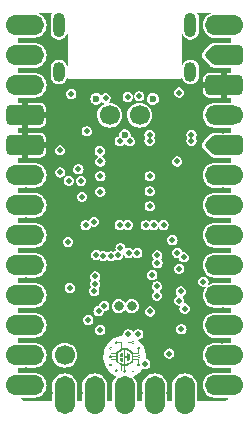
<source format=gbl>
G04 #@! TF.GenerationSoftware,KiCad,Pcbnew,7.0.0-da2b9df05c~165~ubuntu22.04.1*
G04 #@! TF.CreationDate,2023-10-10T20:55:23+00:00*
G04 #@! TF.ProjectId,helios,68656c69-6f73-42e6-9b69-6361645f7063,rev1.0*
G04 #@! TF.SameCoordinates,Original*
G04 #@! TF.FileFunction,Copper,L4,Bot*
G04 #@! TF.FilePolarity,Positive*
%FSLAX46Y46*%
G04 Gerber Fmt 4.6, Leading zero omitted, Abs format (unit mm)*
G04 Created by KiCad (PCBNEW 7.0.0-da2b9df05c~165~ubuntu22.04.1) date 2023-10-10 20:55:23*
%MOMM*%
%LPD*%
G01*
G04 APERTURE LIST*
G04 Aperture macros list*
%AMRoundRect*
0 Rectangle with rounded corners*
0 $1 Rounding radius*
0 $2 $3 $4 $5 $6 $7 $8 $9 X,Y pos of 4 corners*
0 Add a 4 corners polygon primitive as box body*
4,1,4,$2,$3,$4,$5,$6,$7,$8,$9,$2,$3,0*
0 Add four circle primitives for the rounded corners*
1,1,$1+$1,$2,$3*
1,1,$1+$1,$4,$5*
1,1,$1+$1,$6,$7*
1,1,$1+$1,$8,$9*
0 Add four rect primitives between the rounded corners*
20,1,$1+$1,$2,$3,$4,$5,0*
20,1,$1+$1,$4,$5,$6,$7,0*
20,1,$1+$1,$6,$7,$8,$9,0*
20,1,$1+$1,$8,$9,$2,$3,0*%
G04 Aperture macros list end*
G04 #@! TA.AperFunction,EtchedComponent*
%ADD10C,0.001994*%
G04 #@! TD*
G04 #@! TA.AperFunction,CastellatedPad*
%ADD11C,1.700000*%
G04 #@! TD*
G04 #@! TA.AperFunction,ComponentPad*
%ADD12O,3.230000X1.700000*%
G04 #@! TD*
G04 #@! TA.AperFunction,ComponentPad*
%ADD13O,3.230000X1.720000*%
G04 #@! TD*
G04 #@! TA.AperFunction,CastellatedPad*
%ADD14RoundRect,0.425000X0.425000X0.425000X-0.425000X0.425000X-0.425000X-0.425000X0.425000X-0.425000X0*%
G04 #@! TD*
G04 #@! TA.AperFunction,ComponentPad*
%ADD15RoundRect,0.425000X-1.190000X-0.425000X1.190000X-0.425000X1.190000X0.425000X-1.190000X0.425000X0*%
G04 #@! TD*
G04 #@! TA.AperFunction,ComponentPad*
%ADD16O,1.700000X3.230000*%
G04 #@! TD*
G04 #@! TA.AperFunction,CastellatedPad*
%ADD17O,1.700000X1.700000*%
G04 #@! TD*
G04 #@! TA.AperFunction,ComponentPad*
%ADD18O,3.230000X1.710000*%
G04 #@! TD*
G04 #@! TA.AperFunction,ComponentPad*
%ADD19RoundRect,0.350000X0.000000X-0.494975X0.494975X0.000000X0.000000X0.494975X-0.494975X0.000000X0*%
G04 #@! TD*
G04 #@! TA.AperFunction,CastellatedPad*
%ADD20RoundRect,0.350000X-0.999755X-0.500000X0.999755X-0.500000X0.999755X0.500000X-0.999755X0.500000X0*%
G04 #@! TD*
G04 #@! TA.AperFunction,ComponentPad*
%ADD21O,3.000000X1.700000*%
G04 #@! TD*
G04 #@! TA.AperFunction,ComponentPad*
%ADD22RoundRect,0.425000X1.190000X0.425000X-1.190000X0.425000X-1.190000X-0.425000X1.190000X-0.425000X0*%
G04 #@! TD*
G04 #@! TA.AperFunction,CastellatedPad*
%ADD23RoundRect,0.425000X-0.425000X-0.425000X0.425000X-0.425000X0.425000X0.425000X-0.425000X0.425000X0*%
G04 #@! TD*
G04 #@! TA.AperFunction,ComponentPad*
%ADD24C,1.700000*%
G04 #@! TD*
G04 #@! TA.AperFunction,ComponentPad*
%ADD25O,1.000000X1.700000*%
G04 #@! TD*
G04 #@! TA.AperFunction,ComponentPad*
%ADD26O,1.000000X2.100000*%
G04 #@! TD*
G04 #@! TA.AperFunction,SMDPad,CuDef*
%ADD27C,0.800000*%
G04 #@! TD*
G04 #@! TA.AperFunction,ViaPad*
%ADD28C,0.460000*%
G04 #@! TD*
G04 #@! TA.AperFunction,ViaPad*
%ADD29C,0.600000*%
G04 #@! TD*
G04 APERTURE END LIST*
G04 #@! TO.C,REF\u002A\u002A*
G36*
X75716634Y-111085085D02*
G01*
X75532991Y-111085085D01*
X75532991Y-110911636D01*
X75716634Y-110826574D01*
X75716634Y-111085085D01*
G37*
D10*
X75716634Y-111085085D02*
X75532991Y-111085085D01*
X75532991Y-110911636D01*
X75716634Y-110826574D01*
X75716634Y-111085085D01*
G36*
X75716634Y-111497108D02*
G01*
X75532991Y-111410716D01*
X75532991Y-111237268D01*
X75716634Y-111237268D01*
X75716634Y-111497108D01*
G37*
X75716634Y-111497108D02*
X75532991Y-111410716D01*
X75532991Y-111237268D01*
X75716634Y-111237268D01*
X75716634Y-111497108D01*
G36*
X76766801Y-109931636D02*
G01*
X76766773Y-109933217D01*
X76766421Y-109938653D01*
X76765820Y-109944026D01*
X76764975Y-109949332D01*
X76763892Y-109954564D01*
X76762575Y-109959714D01*
X76761031Y-109964777D01*
X76759264Y-109969747D01*
X76757280Y-109974616D01*
X76755083Y-109979378D01*
X76752679Y-109984026D01*
X76750074Y-109988555D01*
X76747271Y-109992958D01*
X76744278Y-109997228D01*
X76741098Y-110001358D01*
X76737738Y-110005343D01*
X76734202Y-110009176D01*
X76730495Y-110012849D01*
X76726623Y-110016358D01*
X76722591Y-110019695D01*
X76718405Y-110022853D01*
X76714069Y-110025827D01*
X76709588Y-110028610D01*
X76704969Y-110031194D01*
X76700216Y-110033575D01*
X76695334Y-110035745D01*
X76690329Y-110037698D01*
X76685206Y-110039427D01*
X76679969Y-110040926D01*
X76674625Y-110042189D01*
X76669179Y-110043208D01*
X76663691Y-110043971D01*
X76658223Y-110044470D01*
X76652781Y-110044711D01*
X76647374Y-110044698D01*
X76642008Y-110044436D01*
X76636690Y-110043928D01*
X76631427Y-110043179D01*
X76626226Y-110042195D01*
X76621094Y-110040979D01*
X76616038Y-110039536D01*
X76611065Y-110037870D01*
X76606182Y-110035986D01*
X76601397Y-110033888D01*
X76596716Y-110031581D01*
X76592146Y-110029070D01*
X76587694Y-110026358D01*
X76583367Y-110023451D01*
X76579173Y-110020353D01*
X76575118Y-110017068D01*
X76571209Y-110013600D01*
X76567454Y-110009955D01*
X76563859Y-110006137D01*
X76560431Y-110002150D01*
X76557178Y-109997999D01*
X76554106Y-109993688D01*
X76551222Y-109989222D01*
X76548534Y-109984605D01*
X76546048Y-109979842D01*
X76543772Y-109974937D01*
X76541713Y-109969895D01*
X76539876Y-109964720D01*
X76538271Y-109959417D01*
X76231354Y-109959417D01*
X76231354Y-110470063D01*
X76540917Y-110652625D01*
X76554407Y-110661094D01*
X76567106Y-110669652D01*
X76579031Y-110678327D01*
X76590195Y-110687145D01*
X76600616Y-110696133D01*
X76610308Y-110705320D01*
X76619287Y-110714731D01*
X76627568Y-110724393D01*
X76635167Y-110734335D01*
X76642099Y-110744583D01*
X76648380Y-110755165D01*
X76654026Y-110766107D01*
X76659052Y-110777436D01*
X76663473Y-110789180D01*
X76667304Y-110801366D01*
X76670563Y-110814021D01*
X77093896Y-110814021D01*
X77093896Y-110507104D01*
X77088630Y-110505459D01*
X77083493Y-110503585D01*
X77078490Y-110501492D01*
X77073624Y-110499184D01*
X77068900Y-110496670D01*
X77064324Y-110493956D01*
X77059898Y-110491050D01*
X77055627Y-110487957D01*
X77051516Y-110484686D01*
X77047569Y-110481243D01*
X77043791Y-110477635D01*
X77040186Y-110473870D01*
X77036758Y-110469953D01*
X77033512Y-110465892D01*
X77030452Y-110461695D01*
X77027583Y-110457367D01*
X77024909Y-110452916D01*
X77022433Y-110448349D01*
X77020162Y-110443673D01*
X77018099Y-110438894D01*
X77016248Y-110434020D01*
X77014614Y-110429058D01*
X77013202Y-110424015D01*
X77012015Y-110418897D01*
X77011059Y-110413712D01*
X77010336Y-110408467D01*
X77009853Y-110403168D01*
X77009613Y-110397822D01*
X77009618Y-110394656D01*
X77052885Y-110394656D01*
X77053032Y-110399193D01*
X77053473Y-110403716D01*
X77054206Y-110408208D01*
X77055234Y-110412657D01*
X77056555Y-110417047D01*
X77058169Y-110421362D01*
X77060077Y-110425590D01*
X77062279Y-110429714D01*
X77063484Y-110431723D01*
X77064750Y-110433682D01*
X77066074Y-110435591D01*
X77067457Y-110437448D01*
X77068895Y-110439253D01*
X77070387Y-110441005D01*
X77071932Y-110442702D01*
X77073528Y-110444343D01*
X77075173Y-110445929D01*
X77076867Y-110447457D01*
X77078606Y-110448928D01*
X77080391Y-110450339D01*
X77082218Y-110451691D01*
X77084087Y-110452982D01*
X77085996Y-110454211D01*
X77087943Y-110455377D01*
X77089926Y-110456480D01*
X77091945Y-110457519D01*
X77093998Y-110458492D01*
X77096082Y-110459399D01*
X77098196Y-110460238D01*
X77100340Y-110461009D01*
X77102510Y-110461712D01*
X77104706Y-110462344D01*
X77106926Y-110462905D01*
X77109168Y-110463395D01*
X77111431Y-110463811D01*
X77113713Y-110464154D01*
X77116012Y-110464423D01*
X77118328Y-110464616D01*
X77120657Y-110464732D01*
X77123000Y-110464771D01*
X77127672Y-110464616D01*
X77132287Y-110464154D01*
X77136832Y-110463395D01*
X77141294Y-110462344D01*
X77145660Y-110461009D01*
X77149918Y-110459399D01*
X77154055Y-110457519D01*
X77158057Y-110455377D01*
X77161913Y-110452982D01*
X77165609Y-110450339D01*
X77169133Y-110447457D01*
X77172472Y-110444343D01*
X77175613Y-110441005D01*
X77178543Y-110437448D01*
X77181250Y-110433682D01*
X77183721Y-110429714D01*
X77185923Y-110425590D01*
X77187831Y-110421362D01*
X77189445Y-110417047D01*
X77190766Y-110412657D01*
X77191794Y-110408208D01*
X77192527Y-110403716D01*
X77192968Y-110399193D01*
X77193115Y-110394656D01*
X77192968Y-110390119D01*
X77192527Y-110385597D01*
X77191794Y-110381104D01*
X77190766Y-110376656D01*
X77189445Y-110372266D01*
X77187831Y-110367950D01*
X77185923Y-110363723D01*
X77183721Y-110359599D01*
X77182516Y-110357590D01*
X77181250Y-110355630D01*
X77179926Y-110353722D01*
X77178543Y-110351864D01*
X77177105Y-110350060D01*
X77175613Y-110348308D01*
X77174068Y-110346611D01*
X77172472Y-110344969D01*
X77170827Y-110343384D01*
X77169133Y-110341855D01*
X77167394Y-110340385D01*
X77165609Y-110338973D01*
X77163782Y-110337622D01*
X77161913Y-110336331D01*
X77160004Y-110335102D01*
X77158057Y-110333935D01*
X77156074Y-110332832D01*
X77154055Y-110331794D01*
X77152002Y-110330821D01*
X77149918Y-110329914D01*
X77147804Y-110329075D01*
X77145660Y-110328303D01*
X77143490Y-110327601D01*
X77141294Y-110326969D01*
X77139074Y-110326408D01*
X77136832Y-110325918D01*
X77134569Y-110325501D01*
X77132287Y-110325158D01*
X77129988Y-110324890D01*
X77127672Y-110324697D01*
X77125343Y-110324581D01*
X77123000Y-110324542D01*
X77118328Y-110324697D01*
X77113713Y-110325158D01*
X77109168Y-110325918D01*
X77104706Y-110326969D01*
X77100340Y-110328303D01*
X77096082Y-110329914D01*
X77091945Y-110331794D01*
X77087943Y-110333935D01*
X77084087Y-110336331D01*
X77080391Y-110338973D01*
X77076867Y-110341855D01*
X77073528Y-110344969D01*
X77070387Y-110348308D01*
X77067457Y-110351864D01*
X77064750Y-110355630D01*
X77062279Y-110359599D01*
X77060077Y-110363723D01*
X77058169Y-110367950D01*
X77056555Y-110372266D01*
X77055234Y-110376656D01*
X77054206Y-110381104D01*
X77053473Y-110385597D01*
X77053032Y-110390119D01*
X77052885Y-110394656D01*
X77009618Y-110394656D01*
X77009621Y-110392437D01*
X77009881Y-110387019D01*
X77010397Y-110381576D01*
X77011175Y-110376114D01*
X77012207Y-110370694D01*
X77013479Y-110365377D01*
X77014986Y-110360166D01*
X77016721Y-110355069D01*
X77018678Y-110350088D01*
X77020849Y-110345230D01*
X77023230Y-110340501D01*
X77025813Y-110335904D01*
X77028591Y-110331446D01*
X77031560Y-110327131D01*
X77034711Y-110322964D01*
X77038039Y-110318951D01*
X77041538Y-110315098D01*
X77045200Y-110311408D01*
X77049019Y-110307887D01*
X77052990Y-110304541D01*
X77057105Y-110301374D01*
X77061359Y-110298393D01*
X77065744Y-110295601D01*
X77070255Y-110293004D01*
X77074885Y-110290607D01*
X77079627Y-110288416D01*
X77084475Y-110286435D01*
X77089423Y-110284670D01*
X77094465Y-110283126D01*
X77099593Y-110281807D01*
X77104802Y-110280720D01*
X77110085Y-110279870D01*
X77115435Y-110279261D01*
X77120847Y-110278899D01*
X77126314Y-110278788D01*
X77131829Y-110278935D01*
X77137331Y-110279339D01*
X77142759Y-110279994D01*
X77148108Y-110280895D01*
X77153371Y-110282034D01*
X77158543Y-110283408D01*
X77163617Y-110285009D01*
X77168588Y-110286832D01*
X77173451Y-110288871D01*
X77178198Y-110291121D01*
X77182825Y-110293575D01*
X77187325Y-110296229D01*
X77191692Y-110299076D01*
X77195921Y-110302109D01*
X77200006Y-110305325D01*
X77203941Y-110308716D01*
X77207720Y-110312278D01*
X77211337Y-110316003D01*
X77214787Y-110319887D01*
X77218062Y-110323924D01*
X77221159Y-110328107D01*
X77224070Y-110332432D01*
X77226790Y-110336892D01*
X77229313Y-110341482D01*
X77231633Y-110346195D01*
X77233745Y-110351027D01*
X77235642Y-110355970D01*
X77237318Y-110361020D01*
X77238768Y-110366171D01*
X77239986Y-110371416D01*
X77240966Y-110376751D01*
X77241701Y-110382169D01*
X77242187Y-110387665D01*
X77242416Y-110393177D01*
X77242408Y-110394656D01*
X77242387Y-110398645D01*
X77242105Y-110404061D01*
X77241576Y-110409420D01*
X77240804Y-110414715D01*
X77239794Y-110419940D01*
X77238553Y-110425087D01*
X77237083Y-110430151D01*
X77235392Y-110435125D01*
X77233484Y-110440002D01*
X77231363Y-110444776D01*
X77229035Y-110449441D01*
X77226506Y-110453990D01*
X77223779Y-110458416D01*
X77220861Y-110462713D01*
X77217756Y-110466875D01*
X77214469Y-110470895D01*
X77211006Y-110474767D01*
X77207371Y-110478484D01*
X77203569Y-110482039D01*
X77199607Y-110485426D01*
X77195488Y-110488639D01*
X77191217Y-110491671D01*
X77186800Y-110494516D01*
X77182243Y-110497167D01*
X77177549Y-110499617D01*
X77172724Y-110501861D01*
X77167773Y-110503892D01*
X77162702Y-110505702D01*
X77157514Y-110507286D01*
X77152216Y-110508638D01*
X77146812Y-110509750D01*
X77146813Y-110837833D01*
X77146774Y-110839306D01*
X77146660Y-110840747D01*
X77146472Y-110842154D01*
X77146213Y-110843528D01*
X77145884Y-110844867D01*
X77145487Y-110846170D01*
X77145024Y-110847436D01*
X77144497Y-110848665D01*
X77143909Y-110849855D01*
X77143260Y-110851004D01*
X77142553Y-110852114D01*
X77141790Y-110853181D01*
X77140972Y-110854206D01*
X77140102Y-110855188D01*
X77139182Y-110856125D01*
X77138214Y-110857016D01*
X77137198Y-110857861D01*
X77136139Y-110858658D01*
X77135036Y-110859407D01*
X77133893Y-110860106D01*
X77132712Y-110860755D01*
X77131493Y-110861353D01*
X77130240Y-110861898D01*
X77128953Y-110862390D01*
X77127636Y-110862828D01*
X77126289Y-110863210D01*
X77124916Y-110863537D01*
X77123517Y-110863806D01*
X77122095Y-110864017D01*
X77120651Y-110864169D01*
X77119189Y-110864261D01*
X77117708Y-110864292D01*
X76678500Y-110864292D01*
X76678500Y-111086542D01*
X77033042Y-111086542D01*
X77034154Y-111081138D01*
X77035505Y-111075840D01*
X77037090Y-111070653D01*
X77038900Y-111065581D01*
X77040931Y-111060630D01*
X77043174Y-111055805D01*
X77045625Y-111051112D01*
X77048276Y-111046554D01*
X77051121Y-111042137D01*
X77054153Y-111037867D01*
X77057366Y-111033748D01*
X77060753Y-111029785D01*
X77064308Y-111025983D01*
X77068025Y-111022348D01*
X77071896Y-111018885D01*
X77075916Y-111015598D01*
X77080078Y-111012493D01*
X77084376Y-111009575D01*
X77088802Y-111006848D01*
X77093351Y-111004319D01*
X77098016Y-111001991D01*
X77102790Y-110999871D01*
X77107667Y-110997962D01*
X77112641Y-110996271D01*
X77117705Y-110994802D01*
X77122852Y-110993560D01*
X77128077Y-110992551D01*
X77133372Y-110991779D01*
X77138731Y-110991249D01*
X77144147Y-110990968D01*
X77149615Y-110990938D01*
X77155127Y-110991167D01*
X77160623Y-110991653D01*
X77166041Y-110992389D01*
X77171375Y-110993368D01*
X77176621Y-110994586D01*
X77181772Y-110996036D01*
X77186822Y-110997713D01*
X77191765Y-110999609D01*
X77196597Y-111001721D01*
X77201310Y-111004041D01*
X77205900Y-111006564D01*
X77210360Y-111009284D01*
X77214684Y-111012195D01*
X77218868Y-111015292D01*
X77222905Y-111018568D01*
X77226789Y-111022017D01*
X77230514Y-111025634D01*
X77234076Y-111029413D01*
X77237467Y-111033348D01*
X77240682Y-111037433D01*
X77243716Y-111041662D01*
X77246563Y-111046030D01*
X77249216Y-111050530D01*
X77251671Y-111055156D01*
X77253921Y-111059904D01*
X77255960Y-111064766D01*
X77257783Y-111069737D01*
X77259384Y-111074812D01*
X77260758Y-111079983D01*
X77261897Y-111085246D01*
X77262798Y-111090595D01*
X77263453Y-111096023D01*
X77263857Y-111101526D01*
X77264004Y-111107041D01*
X77263910Y-111111677D01*
X77263893Y-111112507D01*
X77263531Y-111117919D01*
X77262922Y-111123270D01*
X77262071Y-111128552D01*
X77260984Y-111133761D01*
X77259666Y-111138890D01*
X77258122Y-111143931D01*
X77256357Y-111148879D01*
X77254376Y-111153727D01*
X77252185Y-111158470D01*
X77249788Y-111163099D01*
X77247191Y-111167610D01*
X77244399Y-111171995D01*
X77241417Y-111176249D01*
X77238251Y-111180364D01*
X77234905Y-111184335D01*
X77231384Y-111188154D01*
X77227694Y-111191817D01*
X77223840Y-111195315D01*
X77219828Y-111198643D01*
X77215661Y-111201794D01*
X77211346Y-111204763D01*
X77206888Y-111207542D01*
X77202291Y-111210124D01*
X77197561Y-111212505D01*
X77192704Y-111214677D01*
X77187723Y-111216633D01*
X77182625Y-111218368D01*
X77177415Y-111219875D01*
X77172097Y-111221148D01*
X77166678Y-111222180D01*
X77161216Y-111222957D01*
X77155772Y-111223473D01*
X77150355Y-111223733D01*
X77144970Y-111223741D01*
X77139624Y-111223501D01*
X77134325Y-111223018D01*
X77129080Y-111222296D01*
X77123894Y-111221339D01*
X77118777Y-111220152D01*
X77113733Y-111218740D01*
X77108771Y-111217106D01*
X77103898Y-111215255D01*
X77099119Y-111213192D01*
X77094443Y-111210921D01*
X77089876Y-111208446D01*
X77085425Y-111205771D01*
X77081097Y-111202902D01*
X77076900Y-111199842D01*
X77072839Y-111196596D01*
X77068922Y-111193168D01*
X77065156Y-111189563D01*
X77061549Y-111185785D01*
X77058106Y-111181838D01*
X77054834Y-111177727D01*
X77051742Y-111173457D01*
X77048836Y-111169031D01*
X77046122Y-111164454D01*
X77043608Y-111159730D01*
X77041300Y-111154865D01*
X77039206Y-111149861D01*
X77037333Y-111144724D01*
X77035688Y-111139458D01*
X76678500Y-111139458D01*
X76678500Y-111345833D01*
X77117708Y-111345833D01*
X77119189Y-111345864D01*
X77120651Y-111345956D01*
X77122095Y-111346108D01*
X77123517Y-111346319D01*
X77124916Y-111346588D01*
X77126289Y-111346915D01*
X77127636Y-111347297D01*
X77128953Y-111347735D01*
X77130240Y-111348227D01*
X77131493Y-111348773D01*
X77132712Y-111349370D01*
X77133893Y-111350019D01*
X77135036Y-111350719D01*
X77136139Y-111351467D01*
X77137198Y-111352265D01*
X77138214Y-111353109D01*
X77139182Y-111354001D01*
X77140102Y-111354937D01*
X77140972Y-111355919D01*
X77141790Y-111356944D01*
X77142553Y-111358011D01*
X77143260Y-111359121D01*
X77143909Y-111360271D01*
X77144497Y-111361460D01*
X77145024Y-111362689D01*
X77145487Y-111363955D01*
X77145884Y-111365258D01*
X77146213Y-111366597D01*
X77146472Y-111367971D01*
X77146660Y-111369378D01*
X77146774Y-111370819D01*
X77146813Y-111372292D01*
X77146813Y-111708313D01*
X77152216Y-111709425D01*
X77157514Y-111710776D01*
X77162702Y-111712361D01*
X77167773Y-111714171D01*
X77172724Y-111716202D01*
X77177549Y-111718445D01*
X77182243Y-111720896D01*
X77186800Y-111723547D01*
X77191217Y-111726391D01*
X77195488Y-111729424D01*
X77199607Y-111732636D01*
X77203569Y-111736024D01*
X77207371Y-111739579D01*
X77211006Y-111743296D01*
X77214469Y-111747167D01*
X77217756Y-111751187D01*
X77220861Y-111755349D01*
X77223779Y-111759647D01*
X77226506Y-111764073D01*
X77229035Y-111768622D01*
X77231363Y-111773287D01*
X77233484Y-111778061D01*
X77235392Y-111782938D01*
X77237083Y-111787912D01*
X77238553Y-111792976D01*
X77239794Y-111798123D01*
X77240804Y-111803347D01*
X77241576Y-111808642D01*
X77242105Y-111814001D01*
X77242387Y-111819418D01*
X77242401Y-111822083D01*
X77242416Y-111824886D01*
X77242187Y-111830398D01*
X77241701Y-111835893D01*
X77240966Y-111841312D01*
X77239986Y-111846646D01*
X77238768Y-111851892D01*
X77237318Y-111857043D01*
X77235642Y-111862093D01*
X77233745Y-111867036D01*
X77231633Y-111871868D01*
X77229313Y-111876581D01*
X77226790Y-111881171D01*
X77224070Y-111885631D01*
X77221159Y-111889955D01*
X77218062Y-111894139D01*
X77214787Y-111898176D01*
X77211337Y-111902060D01*
X77207720Y-111905785D01*
X77203941Y-111909346D01*
X77200006Y-111912738D01*
X77195921Y-111915953D01*
X77191692Y-111918987D01*
X77187325Y-111921834D01*
X77182825Y-111924487D01*
X77178198Y-111926942D01*
X77173451Y-111929192D01*
X77168588Y-111931231D01*
X77163617Y-111933054D01*
X77158543Y-111934655D01*
X77153371Y-111936028D01*
X77148108Y-111937168D01*
X77142759Y-111938069D01*
X77137331Y-111938724D01*
X77131829Y-111939128D01*
X77126314Y-111939275D01*
X77120847Y-111939164D01*
X77115435Y-111938802D01*
X77110085Y-111938193D01*
X77104802Y-111937342D01*
X77099593Y-111936255D01*
X77094465Y-111934937D01*
X77089423Y-111933393D01*
X77084475Y-111931628D01*
X77079627Y-111929647D01*
X77074885Y-111927456D01*
X77070255Y-111925059D01*
X77065744Y-111922462D01*
X77061359Y-111919670D01*
X77057105Y-111916688D01*
X77052990Y-111913522D01*
X77049019Y-111910176D01*
X77045200Y-111906655D01*
X77041538Y-111902965D01*
X77038039Y-111899111D01*
X77034711Y-111895099D01*
X77031560Y-111890932D01*
X77028591Y-111886617D01*
X77025813Y-111882159D01*
X77023230Y-111877562D01*
X77020849Y-111872832D01*
X77018678Y-111867975D01*
X77016721Y-111862994D01*
X77014986Y-111857896D01*
X77013479Y-111852686D01*
X77012207Y-111847368D01*
X77011175Y-111841949D01*
X77010397Y-111836487D01*
X77009881Y-111831043D01*
X77009621Y-111825626D01*
X77009616Y-111822083D01*
X77051563Y-111822083D01*
X77051718Y-111826756D01*
X77052179Y-111831371D01*
X77052939Y-111835916D01*
X77053990Y-111840377D01*
X77055324Y-111844744D01*
X77056935Y-111849002D01*
X77058815Y-111853138D01*
X77060956Y-111857141D01*
X77063352Y-111860996D01*
X77065994Y-111864693D01*
X77068876Y-111868217D01*
X77071990Y-111871555D01*
X77075329Y-111874696D01*
X77078885Y-111877627D01*
X77082651Y-111880334D01*
X77086620Y-111882804D01*
X77090744Y-111885006D01*
X77094971Y-111886914D01*
X77099287Y-111888529D01*
X77103677Y-111889850D01*
X77108125Y-111890877D01*
X77112618Y-111891611D01*
X77117140Y-111892051D01*
X77121677Y-111892198D01*
X77126214Y-111892051D01*
X77130736Y-111891611D01*
X77135229Y-111890877D01*
X77139678Y-111889850D01*
X77144067Y-111888529D01*
X77148383Y-111886914D01*
X77152610Y-111885006D01*
X77156734Y-111882804D01*
X77158744Y-111881599D01*
X77160703Y-111880334D01*
X77162612Y-111879009D01*
X77164469Y-111877627D01*
X77166274Y-111876189D01*
X77168025Y-111874696D01*
X77169722Y-111873151D01*
X77171364Y-111871555D01*
X77172950Y-111869910D01*
X77174478Y-111868217D01*
X77175949Y-111866477D01*
X77177360Y-111864693D01*
X77178712Y-111862865D01*
X77180002Y-111860996D01*
X77181232Y-111859088D01*
X77182398Y-111857141D01*
X77183501Y-111855157D01*
X77184539Y-111853138D01*
X77185513Y-111851086D01*
X77186419Y-111849002D01*
X77187259Y-111846887D01*
X77188030Y-111844744D01*
X77188732Y-111842573D01*
X77189365Y-111840377D01*
X77189926Y-111838158D01*
X77190415Y-111835916D01*
X77190832Y-111833653D01*
X77191175Y-111831371D01*
X77191443Y-111829071D01*
X77191636Y-111826756D01*
X77191753Y-111824426D01*
X77191792Y-111822083D01*
X77191636Y-111817411D01*
X77191175Y-111812796D01*
X77190415Y-111808251D01*
X77189365Y-111803789D01*
X77188030Y-111799423D01*
X77186419Y-111795165D01*
X77184539Y-111791029D01*
X77182398Y-111787026D01*
X77180002Y-111783170D01*
X77177360Y-111779474D01*
X77174478Y-111775950D01*
X77171364Y-111772611D01*
X77168025Y-111769470D01*
X77164469Y-111766540D01*
X77160703Y-111763833D01*
X77156734Y-111761362D01*
X77152610Y-111759161D01*
X77148383Y-111757253D01*
X77144067Y-111755638D01*
X77139678Y-111754317D01*
X77135229Y-111753290D01*
X77130736Y-111752556D01*
X77126214Y-111752116D01*
X77121677Y-111751969D01*
X77117140Y-111752116D01*
X77112618Y-111752556D01*
X77108125Y-111753290D01*
X77103677Y-111754317D01*
X77099287Y-111755638D01*
X77094971Y-111757253D01*
X77090744Y-111759161D01*
X77086620Y-111761362D01*
X77084611Y-111762567D01*
X77082651Y-111763833D01*
X77080742Y-111765158D01*
X77078885Y-111766540D01*
X77077080Y-111767978D01*
X77075329Y-111769470D01*
X77073632Y-111771015D01*
X77071990Y-111772611D01*
X77070405Y-111774257D01*
X77068876Y-111775950D01*
X77067406Y-111777690D01*
X77065994Y-111779474D01*
X77064643Y-111781301D01*
X77063352Y-111783170D01*
X77062123Y-111785079D01*
X77060956Y-111787026D01*
X77059853Y-111789010D01*
X77058815Y-111791029D01*
X77057842Y-111793081D01*
X77056935Y-111795165D01*
X77056095Y-111797280D01*
X77055324Y-111799423D01*
X77054622Y-111801593D01*
X77053990Y-111803789D01*
X77053428Y-111806009D01*
X77052939Y-111808251D01*
X77052522Y-111810514D01*
X77052179Y-111812796D01*
X77051911Y-111815096D01*
X77051718Y-111817411D01*
X77051602Y-111819741D01*
X77051563Y-111822083D01*
X77009616Y-111822083D01*
X77009613Y-111820241D01*
X77009853Y-111814895D01*
X77010336Y-111809596D01*
X77011059Y-111804350D01*
X77012015Y-111799165D01*
X77013202Y-111794048D01*
X77014614Y-111789004D01*
X77016248Y-111784042D01*
X77018099Y-111779169D01*
X77020162Y-111774390D01*
X77022433Y-111769714D01*
X77024909Y-111765147D01*
X77027583Y-111760696D01*
X77030452Y-111756368D01*
X77033512Y-111752170D01*
X77036758Y-111748110D01*
X77040186Y-111744193D01*
X77043791Y-111740427D01*
X77047569Y-111736819D01*
X77051516Y-111733376D01*
X77055627Y-111730105D01*
X77059898Y-111727013D01*
X77064324Y-111724106D01*
X77068901Y-111721393D01*
X77073624Y-111718879D01*
X77078490Y-111716571D01*
X77083493Y-111714477D01*
X77088630Y-111712604D01*
X77093896Y-111710958D01*
X77093896Y-111398750D01*
X76678500Y-111398750D01*
X76678878Y-111404042D01*
X76681146Y-111435792D01*
X76680704Y-111454425D01*
X76679348Y-111472616D01*
X76677030Y-111490358D01*
X76673704Y-111507643D01*
X76669325Y-111524462D01*
X76663845Y-111540809D01*
X76657217Y-111556675D01*
X76649396Y-111572052D01*
X76640334Y-111586934D01*
X76629986Y-111601311D01*
X76618305Y-111615177D01*
X76605244Y-111628524D01*
X76590756Y-111641344D01*
X76574796Y-111653629D01*
X76557316Y-111665371D01*
X76538271Y-111676563D01*
X76228708Y-111848542D01*
X76228708Y-112287750D01*
X76543563Y-112287750D01*
X76545208Y-112282484D01*
X76547081Y-112277347D01*
X76549175Y-112272344D01*
X76551483Y-112267478D01*
X76553997Y-112262755D01*
X76556711Y-112258178D01*
X76559617Y-112253752D01*
X76562709Y-112249481D01*
X76565981Y-112245370D01*
X76569424Y-112241424D01*
X76573031Y-112237645D01*
X76576797Y-112234040D01*
X76580714Y-112230613D01*
X76584775Y-112227366D01*
X76588972Y-112224307D01*
X76593300Y-112221437D01*
X76597751Y-112218763D01*
X76602318Y-112216288D01*
X76606994Y-112214016D01*
X76611773Y-112211953D01*
X76616646Y-112210102D01*
X76621608Y-112208469D01*
X76626652Y-112207056D01*
X76631769Y-112205869D01*
X76636955Y-112204913D01*
X76642200Y-112204191D01*
X76647499Y-112203707D01*
X76652845Y-112203468D01*
X76658230Y-112203475D01*
X76663647Y-112203735D01*
X76669091Y-112204252D01*
X76674553Y-112205029D01*
X76679972Y-112206061D01*
X76685290Y-112207333D01*
X76690500Y-112208840D01*
X76695598Y-112210575D01*
X76700579Y-112212532D01*
X76705436Y-112214704D01*
X76710166Y-112217084D01*
X76714763Y-112219667D01*
X76719221Y-112222446D01*
X76723536Y-112225414D01*
X76727703Y-112228565D01*
X76731715Y-112231893D01*
X76735569Y-112235392D01*
X76739259Y-112239054D01*
X76742780Y-112242874D01*
X76746126Y-112246844D01*
X76749292Y-112250960D01*
X76752274Y-112255213D01*
X76755066Y-112259598D01*
X76757663Y-112264109D01*
X76760060Y-112268739D01*
X76762251Y-112273481D01*
X76764232Y-112278329D01*
X76765997Y-112283277D01*
X76767541Y-112288319D01*
X76768859Y-112293447D01*
X76769946Y-112298656D01*
X76770797Y-112303939D01*
X76771406Y-112309289D01*
X76771768Y-112314701D01*
X76771785Y-112315531D01*
X76771879Y-112320168D01*
X76771732Y-112325683D01*
X76771328Y-112331185D01*
X76770673Y-112336613D01*
X76769772Y-112341962D01*
X76768633Y-112347225D01*
X76767259Y-112352397D01*
X76765658Y-112357471D01*
X76763835Y-112362443D01*
X76761796Y-112367305D01*
X76759546Y-112372052D01*
X76757091Y-112376679D01*
X76754438Y-112381179D01*
X76751591Y-112385546D01*
X76748557Y-112389775D01*
X76745342Y-112393860D01*
X76741951Y-112397795D01*
X76738389Y-112401574D01*
X76734664Y-112405191D01*
X76730780Y-112408641D01*
X76726743Y-112411917D01*
X76722559Y-112415013D01*
X76718235Y-112417924D01*
X76713775Y-112420644D01*
X76709185Y-112423167D01*
X76704472Y-112425488D01*
X76699640Y-112427599D01*
X76694697Y-112429496D01*
X76689647Y-112431172D01*
X76684496Y-112432622D01*
X76679250Y-112433840D01*
X76673916Y-112434820D01*
X76668498Y-112435555D01*
X76663002Y-112436041D01*
X76657490Y-112436270D01*
X76652022Y-112436241D01*
X76646606Y-112435959D01*
X76641247Y-112435430D01*
X76635952Y-112434658D01*
X76630727Y-112433648D01*
X76625580Y-112432407D01*
X76620516Y-112430938D01*
X76615542Y-112429246D01*
X76610665Y-112427338D01*
X76605891Y-112425217D01*
X76601226Y-112422889D01*
X76596677Y-112420360D01*
X76592251Y-112417633D01*
X76587953Y-112414715D01*
X76583791Y-112411610D01*
X76579771Y-112408323D01*
X76575900Y-112404860D01*
X76572183Y-112401225D01*
X76568628Y-112397423D01*
X76565241Y-112393461D01*
X76562028Y-112389342D01*
X76558996Y-112385071D01*
X76556151Y-112380654D01*
X76553500Y-112376097D01*
X76551049Y-112371403D01*
X76548806Y-112366578D01*
X76546775Y-112361627D01*
X76544965Y-112356556D01*
X76543380Y-112351368D01*
X76542029Y-112346070D01*
X76540917Y-112340666D01*
X76204896Y-112340667D01*
X76203423Y-112340628D01*
X76201983Y-112340514D01*
X76200575Y-112340327D01*
X76199201Y-112340067D01*
X76197862Y-112339738D01*
X76196559Y-112339341D01*
X76195293Y-112338878D01*
X76194065Y-112338352D01*
X76192875Y-112337763D01*
X76191725Y-112337114D01*
X76190616Y-112336407D01*
X76189548Y-112335644D01*
X76188523Y-112334826D01*
X76187542Y-112333956D01*
X76186605Y-112333036D01*
X76185714Y-112332068D01*
X76184869Y-112331053D01*
X76184072Y-112329993D01*
X76183323Y-112328891D01*
X76182623Y-112327748D01*
X76181974Y-112326566D01*
X76181377Y-112325347D01*
X76180831Y-112324094D01*
X76180339Y-112322807D01*
X76179901Y-112321490D01*
X76179519Y-112320143D01*
X76179193Y-112318770D01*
X76178923Y-112317371D01*
X76178712Y-112315949D01*
X76178668Y-112315531D01*
X76584573Y-112315531D01*
X76584720Y-112320068D01*
X76585160Y-112324591D01*
X76585894Y-112329083D01*
X76586921Y-112333532D01*
X76588242Y-112337921D01*
X76589857Y-112342237D01*
X76591765Y-112346464D01*
X76593967Y-112350589D01*
X76595172Y-112352598D01*
X76596437Y-112354557D01*
X76597762Y-112356466D01*
X76599144Y-112358323D01*
X76600582Y-112360128D01*
X76602075Y-112361879D01*
X76603619Y-112363577D01*
X76605215Y-112365218D01*
X76606861Y-112366804D01*
X76608554Y-112368332D01*
X76610294Y-112369803D01*
X76612078Y-112371214D01*
X76613906Y-112372566D01*
X76615774Y-112373857D01*
X76617683Y-112375086D01*
X76619630Y-112376252D01*
X76621614Y-112377355D01*
X76623633Y-112378394D01*
X76625685Y-112379367D01*
X76627769Y-112380274D01*
X76629884Y-112381113D01*
X76632027Y-112381884D01*
X76634197Y-112382587D01*
X76636393Y-112383219D01*
X76638613Y-112383780D01*
X76640855Y-112384270D01*
X76643118Y-112384686D01*
X76645400Y-112385029D01*
X76647700Y-112385298D01*
X76650015Y-112385491D01*
X76652345Y-112385607D01*
X76654688Y-112385646D01*
X76659360Y-112385491D01*
X76663975Y-112385029D01*
X76668520Y-112384270D01*
X76672982Y-112383219D01*
X76677348Y-112381884D01*
X76681606Y-112380274D01*
X76685742Y-112378394D01*
X76689745Y-112376252D01*
X76693601Y-112373857D01*
X76697297Y-112371214D01*
X76700821Y-112368332D01*
X76704160Y-112365218D01*
X76707301Y-112361879D01*
X76710231Y-112358323D01*
X76712938Y-112354557D01*
X76715409Y-112350589D01*
X76717610Y-112346464D01*
X76719518Y-112342237D01*
X76721133Y-112337921D01*
X76722454Y-112333532D01*
X76723481Y-112329083D01*
X76724215Y-112324591D01*
X76724655Y-112320068D01*
X76724802Y-112315531D01*
X76724655Y-112310994D01*
X76724215Y-112306472D01*
X76723481Y-112301979D01*
X76722454Y-112297531D01*
X76721133Y-112293141D01*
X76719518Y-112288825D01*
X76717610Y-112284598D01*
X76715409Y-112280474D01*
X76714203Y-112278465D01*
X76712938Y-112276505D01*
X76711613Y-112274596D01*
X76710231Y-112272739D01*
X76708793Y-112270934D01*
X76707301Y-112269183D01*
X76705756Y-112267486D01*
X76704160Y-112265844D01*
X76702514Y-112264259D01*
X76700821Y-112262730D01*
X76699081Y-112261260D01*
X76697297Y-112259848D01*
X76695469Y-112258497D01*
X76693601Y-112257206D01*
X76691692Y-112255977D01*
X76689745Y-112254810D01*
X76687761Y-112253707D01*
X76685742Y-112252669D01*
X76683690Y-112251696D01*
X76681606Y-112250789D01*
X76679491Y-112249950D01*
X76677348Y-112249178D01*
X76675178Y-112248476D01*
X76672982Y-112247844D01*
X76670762Y-112247282D01*
X76668520Y-112246793D01*
X76666257Y-112246376D01*
X76663975Y-112246033D01*
X76661675Y-112245765D01*
X76659360Y-112245572D01*
X76657030Y-112245456D01*
X76654688Y-112245417D01*
X76650015Y-112245572D01*
X76645400Y-112246033D01*
X76640855Y-112246793D01*
X76636393Y-112247844D01*
X76632027Y-112249178D01*
X76627769Y-112250789D01*
X76623633Y-112252669D01*
X76619630Y-112254810D01*
X76615774Y-112257206D01*
X76612078Y-112259848D01*
X76608554Y-112262730D01*
X76605215Y-112265844D01*
X76602075Y-112269183D01*
X76599144Y-112272739D01*
X76596437Y-112276505D01*
X76593967Y-112280474D01*
X76591765Y-112284598D01*
X76589857Y-112288825D01*
X76588242Y-112293141D01*
X76586921Y-112297531D01*
X76585894Y-112301979D01*
X76585160Y-112306472D01*
X76584720Y-112310994D01*
X76584573Y-112315531D01*
X76178668Y-112315531D01*
X76178560Y-112314505D01*
X76178468Y-112313043D01*
X76178438Y-112311562D01*
X76178438Y-111877646D01*
X76151979Y-111893521D01*
X76141623Y-111898763D01*
X76131391Y-111903582D01*
X76121283Y-111907991D01*
X76111300Y-111912000D01*
X76101440Y-111915622D01*
X76091704Y-111918868D01*
X76082092Y-111921750D01*
X76072604Y-111924279D01*
X76063240Y-111926467D01*
X76054001Y-111928325D01*
X76044885Y-111929866D01*
X76035893Y-111931100D01*
X76027026Y-111932040D01*
X76018282Y-111932697D01*
X76009662Y-111933082D01*
X76001167Y-111933208D01*
X75999183Y-111933177D01*
X75997203Y-111933084D01*
X75995231Y-111932929D01*
X75993271Y-111932712D01*
X75991326Y-111932433D01*
X75989400Y-111932092D01*
X75987498Y-111931689D01*
X75985622Y-111931224D01*
X75983778Y-111930697D01*
X75981969Y-111930108D01*
X75980198Y-111929457D01*
X75978470Y-111928744D01*
X75976789Y-111927968D01*
X75975158Y-111927131D01*
X75973581Y-111926232D01*
X75972063Y-111925271D01*
X75972063Y-112229542D01*
X75977405Y-112230921D01*
X75982630Y-112232534D01*
X75987733Y-112234374D01*
X75992709Y-112236435D01*
X75997553Y-112238709D01*
X76002261Y-112241189D01*
X76006828Y-112243870D01*
X76011249Y-112246745D01*
X76015519Y-112249806D01*
X76019634Y-112253047D01*
X76023588Y-112256461D01*
X76027378Y-112260041D01*
X76030999Y-112263781D01*
X76034445Y-112267674D01*
X76037712Y-112271714D01*
X76040795Y-112275893D01*
X76043689Y-112280204D01*
X76046391Y-112284642D01*
X76048894Y-112289199D01*
X76051194Y-112293868D01*
X76053287Y-112298643D01*
X76055168Y-112303518D01*
X76056832Y-112308484D01*
X76058274Y-112313537D01*
X76059489Y-112318668D01*
X76060473Y-112323871D01*
X76061221Y-112329140D01*
X76061729Y-112334467D01*
X76061991Y-112339846D01*
X76061993Y-112340667D01*
X76062003Y-112345271D01*
X76061760Y-112350734D01*
X76061257Y-112356228D01*
X76060498Y-112361694D01*
X76059493Y-112367069D01*
X76058248Y-112372349D01*
X76056771Y-112377528D01*
X76055066Y-112382600D01*
X76053140Y-112387561D01*
X76050999Y-112392404D01*
X76048649Y-112397125D01*
X76046097Y-112401717D01*
X76043348Y-112406176D01*
X76040408Y-112410495D01*
X76037285Y-112414670D01*
X76033983Y-112418694D01*
X76030510Y-112422563D01*
X76026871Y-112426271D01*
X76023072Y-112429812D01*
X76019120Y-112433180D01*
X76015021Y-112436371D01*
X76010780Y-112439379D01*
X76006404Y-112442199D01*
X76001900Y-112444824D01*
X75997273Y-112447250D01*
X75992529Y-112449471D01*
X75987675Y-112451481D01*
X75982716Y-112453276D01*
X75977660Y-112454849D01*
X75972511Y-112456195D01*
X75967277Y-112457308D01*
X75961963Y-112458184D01*
X75956575Y-112458816D01*
X75951120Y-112459199D01*
X75945604Y-112459328D01*
X75940088Y-112459199D01*
X75934633Y-112458816D01*
X75929246Y-112458184D01*
X75923932Y-112457308D01*
X75918697Y-112456195D01*
X75913549Y-112454849D01*
X75908492Y-112453276D01*
X75903534Y-112451481D01*
X75898680Y-112449471D01*
X75893936Y-112447250D01*
X75889309Y-112444824D01*
X75884804Y-112442199D01*
X75880429Y-112439379D01*
X75876188Y-112436371D01*
X75872089Y-112433180D01*
X75868136Y-112429812D01*
X75864338Y-112426271D01*
X75860698Y-112422563D01*
X75857225Y-112418694D01*
X75853924Y-112414670D01*
X75850800Y-112410495D01*
X75847861Y-112406176D01*
X75845112Y-112401717D01*
X75842560Y-112397125D01*
X75840210Y-112392404D01*
X75838069Y-112387561D01*
X75836143Y-112382600D01*
X75834438Y-112377528D01*
X75832960Y-112372349D01*
X75831716Y-112367069D01*
X75830711Y-112361694D01*
X75829952Y-112356228D01*
X75829449Y-112350734D01*
X75829206Y-112345271D01*
X75829216Y-112340667D01*
X75874167Y-112340667D01*
X75874319Y-112345251D01*
X75874772Y-112349779D01*
X75875517Y-112354238D01*
X75876548Y-112358616D01*
X75877857Y-112362899D01*
X75879438Y-112367077D01*
X75881282Y-112371135D01*
X75883383Y-112375063D01*
X75885733Y-112378846D01*
X75888326Y-112382472D01*
X75891154Y-112385930D01*
X75894209Y-112389205D01*
X75897485Y-112392287D01*
X75900974Y-112395162D01*
X75904669Y-112397818D01*
X75908563Y-112400242D01*
X75912609Y-112402402D01*
X75916756Y-112404274D01*
X75920991Y-112405858D01*
X75925297Y-112407154D01*
X75929662Y-112408162D01*
X75934070Y-112408882D01*
X75938507Y-112409315D01*
X75942958Y-112409459D01*
X75947410Y-112409315D01*
X75951847Y-112408882D01*
X75956255Y-112408162D01*
X75960619Y-112407154D01*
X75964926Y-112405858D01*
X75969160Y-112404274D01*
X75973308Y-112402402D01*
X75977354Y-112400242D01*
X75979325Y-112399060D01*
X75981248Y-112397818D01*
X75983121Y-112396518D01*
X75984943Y-112395162D01*
X75986714Y-112393751D01*
X75988432Y-112392287D01*
X75990097Y-112390771D01*
X75991708Y-112389205D01*
X75993263Y-112387591D01*
X75994763Y-112385930D01*
X75996206Y-112384223D01*
X75997591Y-112382472D01*
X75998917Y-112380679D01*
X76000183Y-112378846D01*
X76001389Y-112376973D01*
X76002534Y-112375063D01*
X76003616Y-112373116D01*
X76004635Y-112371135D01*
X76005589Y-112369122D01*
X76006479Y-112367077D01*
X76007303Y-112365002D01*
X76008060Y-112362899D01*
X76008749Y-112360770D01*
X76009369Y-112358616D01*
X76009920Y-112356438D01*
X76010400Y-112354238D01*
X76010809Y-112352018D01*
X76011145Y-112349779D01*
X76011408Y-112347523D01*
X76011598Y-112345251D01*
X76011712Y-112342965D01*
X76011750Y-112340667D01*
X76011598Y-112336082D01*
X76011145Y-112331555D01*
X76010400Y-112327095D01*
X76009369Y-112322718D01*
X76008060Y-112318434D01*
X76006479Y-112314256D01*
X76004635Y-112310198D01*
X76002534Y-112306271D01*
X76000183Y-112302488D01*
X75997591Y-112298861D01*
X75994763Y-112295404D01*
X75991708Y-112292128D01*
X75988432Y-112289046D01*
X75984943Y-112286171D01*
X75981248Y-112283516D01*
X75977354Y-112281091D01*
X75973308Y-112278931D01*
X75969160Y-112277059D01*
X75964926Y-112275475D01*
X75960619Y-112274179D01*
X75956255Y-112273171D01*
X75951847Y-112272451D01*
X75947410Y-112272019D01*
X75942958Y-112271875D01*
X75938507Y-112272019D01*
X75934070Y-112272451D01*
X75929662Y-112273171D01*
X75925297Y-112274179D01*
X75920991Y-112275475D01*
X75916756Y-112277059D01*
X75912609Y-112278931D01*
X75908563Y-112281091D01*
X75906591Y-112282274D01*
X75904669Y-112283516D01*
X75902796Y-112284815D01*
X75900974Y-112286171D01*
X75899203Y-112287582D01*
X75897485Y-112289046D01*
X75895820Y-112290562D01*
X75894209Y-112292128D01*
X75892653Y-112293743D01*
X75891154Y-112295404D01*
X75889711Y-112297111D01*
X75888326Y-112298861D01*
X75887000Y-112300654D01*
X75885733Y-112302488D01*
X75884528Y-112304361D01*
X75883383Y-112306271D01*
X75882301Y-112308217D01*
X75881282Y-112310198D01*
X75880327Y-112312212D01*
X75879438Y-112314256D01*
X75878614Y-112316331D01*
X75877857Y-112318434D01*
X75877168Y-112320563D01*
X75876548Y-112322718D01*
X75875997Y-112324896D01*
X75875517Y-112327095D01*
X75875108Y-112329316D01*
X75874772Y-112331555D01*
X75874508Y-112333811D01*
X75874319Y-112336082D01*
X75874205Y-112338368D01*
X75874167Y-112340667D01*
X75829216Y-112340667D01*
X75829218Y-112339846D01*
X75829480Y-112334467D01*
X75829987Y-112329140D01*
X75830735Y-112323871D01*
X75831719Y-112318668D01*
X75832935Y-112313537D01*
X75834377Y-112308484D01*
X75836040Y-112303518D01*
X75837921Y-112298643D01*
X75840014Y-112293868D01*
X75842315Y-112289199D01*
X75844818Y-112284642D01*
X75847519Y-112280204D01*
X75850414Y-112275893D01*
X75853497Y-112271714D01*
X75856764Y-112267674D01*
X75860210Y-112263781D01*
X75863830Y-112260041D01*
X75867620Y-112256461D01*
X75871575Y-112253047D01*
X75875690Y-112249806D01*
X75879960Y-112246745D01*
X75884381Y-112243870D01*
X75888948Y-112241189D01*
X75893655Y-112238709D01*
X75898500Y-112236435D01*
X75903476Y-112234374D01*
X75908578Y-112232534D01*
X75913803Y-112230921D01*
X75919146Y-112229542D01*
X75919146Y-111919979D01*
X75914293Y-111921840D01*
X75911931Y-111922677D01*
X75909596Y-111923452D01*
X75907277Y-111924165D01*
X75904961Y-111924816D01*
X75902637Y-111925405D01*
X75900294Y-111925932D01*
X75897920Y-111926397D01*
X75895504Y-111926800D01*
X75893033Y-111927142D01*
X75890497Y-111927421D01*
X75887882Y-111927638D01*
X75885179Y-111927793D01*
X75882375Y-111927886D01*
X75879458Y-111927917D01*
X75870468Y-111928286D01*
X75861361Y-111928392D01*
X75852146Y-111928219D01*
X75842830Y-111927751D01*
X75833421Y-111926974D01*
X75823927Y-111925870D01*
X75814355Y-111924426D01*
X75804714Y-111922625D01*
X75795010Y-111920452D01*
X75785252Y-111917892D01*
X75775448Y-111914928D01*
X75765605Y-111911546D01*
X75755731Y-111907729D01*
X75745834Y-111903463D01*
X75735921Y-111898733D01*
X75726000Y-111893521D01*
X75696896Y-111875000D01*
X75696896Y-112311562D01*
X75696865Y-112313043D01*
X75696773Y-112314505D01*
X75696665Y-112315531D01*
X75696621Y-112315949D01*
X75696410Y-112317371D01*
X75696141Y-112318770D01*
X75695815Y-112320143D01*
X75695432Y-112321490D01*
X75694994Y-112322807D01*
X75694502Y-112324094D01*
X75693957Y-112325347D01*
X75693359Y-112326566D01*
X75692710Y-112327748D01*
X75692011Y-112328891D01*
X75691262Y-112329993D01*
X75690465Y-112331053D01*
X75689620Y-112332068D01*
X75688729Y-112333036D01*
X75687792Y-112333956D01*
X75686810Y-112334826D01*
X75685786Y-112335644D01*
X75684718Y-112336407D01*
X75683609Y-112337114D01*
X75682459Y-112337763D01*
X75681269Y-112338352D01*
X75680041Y-112338878D01*
X75678774Y-112339341D01*
X75677471Y-112339738D01*
X75676132Y-112340067D01*
X75674759Y-112340327D01*
X75673351Y-112340514D01*
X75671910Y-112340628D01*
X75670438Y-112340667D01*
X75339708Y-112340667D01*
X75338329Y-112346009D01*
X75336716Y-112351234D01*
X75334876Y-112356337D01*
X75332816Y-112361313D01*
X75330542Y-112366157D01*
X75328061Y-112370865D01*
X75325380Y-112375432D01*
X75322505Y-112379853D01*
X75319444Y-112384123D01*
X75316204Y-112388238D01*
X75312789Y-112392193D01*
X75309209Y-112395983D01*
X75305469Y-112399603D01*
X75301576Y-112403049D01*
X75297536Y-112406316D01*
X75293358Y-112409399D01*
X75289046Y-112412294D01*
X75284608Y-112414995D01*
X75280051Y-112417498D01*
X75275382Y-112419799D01*
X75270607Y-112421892D01*
X75265732Y-112423772D01*
X75260766Y-112425436D01*
X75255713Y-112426878D01*
X75250582Y-112428093D01*
X75245379Y-112429077D01*
X75240110Y-112429826D01*
X75234783Y-112430333D01*
X75229404Y-112430595D01*
X75223979Y-112430607D01*
X75218516Y-112430364D01*
X75213022Y-112429861D01*
X75207557Y-112429102D01*
X75202181Y-112428097D01*
X75196902Y-112426853D01*
X75191723Y-112425375D01*
X75186650Y-112423670D01*
X75181689Y-112421744D01*
X75176846Y-112419603D01*
X75172125Y-112417253D01*
X75167533Y-112414701D01*
X75163074Y-112411952D01*
X75158755Y-112409012D01*
X75154580Y-112405889D01*
X75150556Y-112402588D01*
X75146687Y-112399114D01*
X75142980Y-112395475D01*
X75139439Y-112391676D01*
X75136070Y-112387724D01*
X75132879Y-112383625D01*
X75129871Y-112379384D01*
X75127051Y-112375008D01*
X75124426Y-112370504D01*
X75122000Y-112365877D01*
X75119779Y-112361133D01*
X75117769Y-112356279D01*
X75115974Y-112351320D01*
X75114401Y-112346264D01*
X75113055Y-112341115D01*
X75111942Y-112335881D01*
X75111066Y-112330567D01*
X75110434Y-112325179D01*
X75110051Y-112319724D01*
X75109953Y-112315531D01*
X75155823Y-112315531D01*
X75155970Y-112320068D01*
X75156410Y-112324591D01*
X75157144Y-112329083D01*
X75158171Y-112333532D01*
X75159492Y-112337921D01*
X75161107Y-112342237D01*
X75163015Y-112346464D01*
X75165217Y-112350589D01*
X75166422Y-112352598D01*
X75167687Y-112354557D01*
X75169012Y-112356466D01*
X75170394Y-112358323D01*
X75171832Y-112360128D01*
X75173325Y-112361879D01*
X75174870Y-112363577D01*
X75176466Y-112365218D01*
X75178111Y-112366804D01*
X75179804Y-112368332D01*
X75181544Y-112369803D01*
X75183328Y-112371214D01*
X75185156Y-112372566D01*
X75187025Y-112373857D01*
X75188933Y-112375086D01*
X75190880Y-112376252D01*
X75192864Y-112377355D01*
X75194883Y-112378394D01*
X75196935Y-112379367D01*
X75199019Y-112380274D01*
X75201134Y-112381113D01*
X75203277Y-112381884D01*
X75205448Y-112382587D01*
X75207643Y-112383219D01*
X75209863Y-112383780D01*
X75212105Y-112384270D01*
X75214368Y-112384686D01*
X75216650Y-112385029D01*
X75218950Y-112385298D01*
X75221265Y-112385491D01*
X75223595Y-112385607D01*
X75225938Y-112385646D01*
X75230610Y-112385491D01*
X75235225Y-112385029D01*
X75239770Y-112384270D01*
X75244232Y-112383219D01*
X75248598Y-112381884D01*
X75252856Y-112380274D01*
X75256992Y-112378394D01*
X75260995Y-112376252D01*
X75264851Y-112373857D01*
X75268547Y-112371214D01*
X75272071Y-112368332D01*
X75275410Y-112365218D01*
X75278551Y-112361879D01*
X75281481Y-112358323D01*
X75284188Y-112354557D01*
X75286659Y-112350589D01*
X75288860Y-112346464D01*
X75290768Y-112342237D01*
X75292383Y-112337921D01*
X75293704Y-112333532D01*
X75294731Y-112329083D01*
X75295465Y-112324591D01*
X75295905Y-112320068D01*
X75296052Y-112315531D01*
X75295905Y-112310994D01*
X75295465Y-112306472D01*
X75294731Y-112301979D01*
X75293704Y-112297531D01*
X75292383Y-112293141D01*
X75290768Y-112288825D01*
X75288860Y-112284598D01*
X75286659Y-112280474D01*
X75285453Y-112278465D01*
X75284188Y-112276505D01*
X75282863Y-112274596D01*
X75281481Y-112272739D01*
X75280043Y-112270934D01*
X75278551Y-112269183D01*
X75277006Y-112267486D01*
X75275410Y-112265844D01*
X75273764Y-112264259D01*
X75272071Y-112262730D01*
X75270331Y-112261260D01*
X75268547Y-112259848D01*
X75266720Y-112258497D01*
X75264851Y-112257206D01*
X75262942Y-112255977D01*
X75260995Y-112254810D01*
X75259011Y-112253707D01*
X75256992Y-112252669D01*
X75254940Y-112251696D01*
X75252856Y-112250789D01*
X75250741Y-112249950D01*
X75248598Y-112249178D01*
X75246428Y-112248476D01*
X75244232Y-112247844D01*
X75242012Y-112247282D01*
X75239770Y-112246793D01*
X75237507Y-112246376D01*
X75235225Y-112246033D01*
X75232925Y-112245765D01*
X75230610Y-112245572D01*
X75228280Y-112245456D01*
X75225938Y-112245417D01*
X75221265Y-112245572D01*
X75216650Y-112246033D01*
X75212105Y-112246793D01*
X75207643Y-112247844D01*
X75203277Y-112249178D01*
X75199019Y-112250789D01*
X75194883Y-112252669D01*
X75190880Y-112254810D01*
X75187025Y-112257206D01*
X75183328Y-112259848D01*
X75179804Y-112262730D01*
X75176466Y-112265844D01*
X75173325Y-112269183D01*
X75170394Y-112272739D01*
X75167687Y-112276505D01*
X75165217Y-112280474D01*
X75163015Y-112284598D01*
X75161107Y-112288825D01*
X75159492Y-112293141D01*
X75158171Y-112297531D01*
X75157144Y-112301979D01*
X75156410Y-112306472D01*
X75155970Y-112310994D01*
X75155823Y-112315531D01*
X75109953Y-112315531D01*
X75109922Y-112314208D01*
X75110051Y-112308692D01*
X75110434Y-112303237D01*
X75111066Y-112297850D01*
X75111942Y-112292536D01*
X75113055Y-112287302D01*
X75114401Y-112282153D01*
X75115974Y-112277096D01*
X75117769Y-112272138D01*
X75119779Y-112267284D01*
X75122000Y-112262540D01*
X75124426Y-112257913D01*
X75127051Y-112253408D01*
X75129871Y-112249033D01*
X75132879Y-112244792D01*
X75136070Y-112240693D01*
X75139439Y-112236740D01*
X75142980Y-112232942D01*
X75146687Y-112229303D01*
X75150556Y-112225829D01*
X75154580Y-112222528D01*
X75158755Y-112219404D01*
X75163074Y-112216465D01*
X75167533Y-112213716D01*
X75172125Y-112211164D01*
X75176846Y-112208814D01*
X75181689Y-112206673D01*
X75186650Y-112204747D01*
X75191723Y-112203042D01*
X75196902Y-112201564D01*
X75202181Y-112200320D01*
X75207557Y-112199315D01*
X75213022Y-112198556D01*
X75218516Y-112198053D01*
X75223979Y-112197810D01*
X75229404Y-112197822D01*
X75234783Y-112198084D01*
X75240110Y-112198591D01*
X75245379Y-112199339D01*
X75250582Y-112200324D01*
X75255713Y-112201539D01*
X75260766Y-112202981D01*
X75265732Y-112204645D01*
X75270607Y-112206525D01*
X75275382Y-112208618D01*
X75280051Y-112210919D01*
X75284608Y-112213422D01*
X75289046Y-112216123D01*
X75293358Y-112219018D01*
X75297536Y-112222101D01*
X75301576Y-112225368D01*
X75305469Y-112228814D01*
X75309209Y-112232434D01*
X75312789Y-112236224D01*
X75316204Y-112240179D01*
X75319444Y-112244294D01*
X75322505Y-112248564D01*
X75325380Y-112252985D01*
X75328061Y-112257552D01*
X75330542Y-112262260D01*
X75332816Y-112267104D01*
X75334876Y-112272080D01*
X75336716Y-112277183D01*
X75338329Y-112282408D01*
X75339708Y-112287750D01*
X75643979Y-112287750D01*
X75643979Y-111845896D01*
X75339708Y-111668625D01*
X75324676Y-111659935D01*
X75310356Y-111650698D01*
X75296781Y-111640865D01*
X75283981Y-111630384D01*
X75277881Y-111624886D01*
X75271986Y-111619206D01*
X75266301Y-111613340D01*
X75260830Y-111607280D01*
X75255575Y-111601021D01*
X75250541Y-111594555D01*
X75245732Y-111587878D01*
X75241151Y-111580982D01*
X75236803Y-111573861D01*
X75232692Y-111566509D01*
X75228820Y-111558920D01*
X75225193Y-111551087D01*
X75221814Y-111543004D01*
X75218687Y-111534665D01*
X75215816Y-111526063D01*
X75213205Y-111517192D01*
X75210856Y-111508047D01*
X75208776Y-111498619D01*
X75206967Y-111488904D01*
X75205432Y-111478895D01*
X75204177Y-111468586D01*
X75203205Y-111457969D01*
X75202520Y-111447040D01*
X75202125Y-111435792D01*
X75202125Y-111398750D01*
X74792021Y-111398750D01*
X74792021Y-111710958D01*
X74797287Y-111712604D01*
X74802424Y-111714477D01*
X74807427Y-111716571D01*
X74812293Y-111718879D01*
X74817016Y-111721393D01*
X74821593Y-111724107D01*
X74826019Y-111727013D01*
X74830290Y-111730105D01*
X74834401Y-111733376D01*
X74838347Y-111736819D01*
X74842126Y-111740427D01*
X74845731Y-111744193D01*
X74849158Y-111748110D01*
X74852405Y-111752170D01*
X74855464Y-111756368D01*
X74858334Y-111760696D01*
X74861008Y-111765147D01*
X74863483Y-111769714D01*
X74865755Y-111774390D01*
X74867818Y-111779169D01*
X74869669Y-111784042D01*
X74871302Y-111789004D01*
X74872715Y-111794048D01*
X74873902Y-111799165D01*
X74874858Y-111804350D01*
X74875580Y-111809596D01*
X74876064Y-111814895D01*
X74876303Y-111820241D01*
X74876301Y-111822083D01*
X74876296Y-111825626D01*
X74876036Y-111831043D01*
X74875519Y-111836487D01*
X74874742Y-111841949D01*
X74873710Y-111847368D01*
X74872438Y-111852686D01*
X74870931Y-111857896D01*
X74869196Y-111862994D01*
X74867239Y-111867975D01*
X74865067Y-111872832D01*
X74862687Y-111877562D01*
X74860104Y-111882159D01*
X74857325Y-111886617D01*
X74854357Y-111890932D01*
X74851206Y-111895099D01*
X74847878Y-111899111D01*
X74844379Y-111902965D01*
X74840717Y-111906655D01*
X74836897Y-111910176D01*
X74832927Y-111913522D01*
X74828811Y-111916688D01*
X74824558Y-111919670D01*
X74820173Y-111922462D01*
X74815662Y-111925059D01*
X74811032Y-111927456D01*
X74806290Y-111929647D01*
X74801442Y-111931628D01*
X74796494Y-111933393D01*
X74791452Y-111934937D01*
X74786324Y-111936255D01*
X74781115Y-111937342D01*
X74775832Y-111938193D01*
X74770482Y-111938802D01*
X74765070Y-111939164D01*
X74759603Y-111939275D01*
X74754088Y-111939128D01*
X74748586Y-111938724D01*
X74743158Y-111938069D01*
X74737809Y-111937168D01*
X74732546Y-111936028D01*
X74727374Y-111934655D01*
X74722300Y-111933054D01*
X74717328Y-111931231D01*
X74712466Y-111929192D01*
X74707719Y-111926942D01*
X74703092Y-111924487D01*
X74698592Y-111921834D01*
X74694225Y-111918987D01*
X74689996Y-111915953D01*
X74685911Y-111912738D01*
X74681976Y-111909346D01*
X74678197Y-111905785D01*
X74674580Y-111902060D01*
X74671130Y-111898176D01*
X74667854Y-111894139D01*
X74664758Y-111889955D01*
X74661847Y-111885631D01*
X74659127Y-111881171D01*
X74656604Y-111876581D01*
X74654283Y-111871868D01*
X74652172Y-111867036D01*
X74650275Y-111862093D01*
X74648599Y-111857043D01*
X74647149Y-111851892D01*
X74645931Y-111846646D01*
X74644951Y-111841312D01*
X74644216Y-111835893D01*
X74643730Y-111830398D01*
X74643501Y-111824886D01*
X74643516Y-111822083D01*
X74694125Y-111822083D01*
X74694269Y-111826535D01*
X74694701Y-111830972D01*
X74695421Y-111835380D01*
X74696429Y-111839744D01*
X74697725Y-111844051D01*
X74699309Y-111848285D01*
X74701181Y-111852433D01*
X74703341Y-111856479D01*
X74704524Y-111858450D01*
X74705766Y-111860373D01*
X74707065Y-111862246D01*
X74708421Y-111864068D01*
X74709832Y-111865839D01*
X74711296Y-111867557D01*
X74712812Y-111869222D01*
X74714378Y-111870833D01*
X74715993Y-111872389D01*
X74717654Y-111873888D01*
X74719361Y-111875331D01*
X74721111Y-111876716D01*
X74722904Y-111878042D01*
X74724738Y-111879308D01*
X74726611Y-111880514D01*
X74728521Y-111881659D01*
X74730467Y-111882741D01*
X74732448Y-111883760D01*
X74734462Y-111884714D01*
X74736507Y-111885604D01*
X74738581Y-111886428D01*
X74740684Y-111887185D01*
X74742813Y-111887874D01*
X74744968Y-111888494D01*
X74747146Y-111889045D01*
X74749346Y-111889525D01*
X74751566Y-111889934D01*
X74753805Y-111890270D01*
X74756061Y-111890533D01*
X74758333Y-111890723D01*
X74760618Y-111890837D01*
X74762917Y-111890875D01*
X74767501Y-111890723D01*
X74772029Y-111890270D01*
X74776488Y-111889525D01*
X74780866Y-111888494D01*
X74785150Y-111887185D01*
X74789327Y-111885604D01*
X74793386Y-111883760D01*
X74797313Y-111881659D01*
X74801096Y-111879308D01*
X74804722Y-111876716D01*
X74808180Y-111873888D01*
X74811455Y-111870833D01*
X74814537Y-111867557D01*
X74817412Y-111864068D01*
X74820068Y-111860373D01*
X74822492Y-111856479D01*
X74824652Y-111852433D01*
X74826524Y-111848285D01*
X74828108Y-111844051D01*
X74829404Y-111839744D01*
X74830412Y-111835380D01*
X74831132Y-111830972D01*
X74831565Y-111826535D01*
X74831709Y-111822083D01*
X74831565Y-111817632D01*
X74831132Y-111813195D01*
X74830412Y-111808787D01*
X74829404Y-111804422D01*
X74828108Y-111800116D01*
X74826524Y-111795881D01*
X74824652Y-111791734D01*
X74822492Y-111787688D01*
X74821310Y-111785716D01*
X74820068Y-111783794D01*
X74818768Y-111781921D01*
X74817412Y-111780099D01*
X74816001Y-111778328D01*
X74814537Y-111776610D01*
X74813021Y-111774945D01*
X74811455Y-111773334D01*
X74809841Y-111771778D01*
X74808180Y-111770279D01*
X74806473Y-111768836D01*
X74804722Y-111767451D01*
X74802929Y-111766125D01*
X74801096Y-111764858D01*
X74799223Y-111763653D01*
X74797313Y-111762508D01*
X74795366Y-111761426D01*
X74793386Y-111760407D01*
X74791372Y-111759452D01*
X74789327Y-111758563D01*
X74787252Y-111757739D01*
X74785150Y-111756982D01*
X74783020Y-111756293D01*
X74780866Y-111755673D01*
X74778688Y-111755122D01*
X74776488Y-111754642D01*
X74774268Y-111754233D01*
X74772029Y-111753897D01*
X74769773Y-111753633D01*
X74767501Y-111753444D01*
X74765215Y-111753330D01*
X74762917Y-111753292D01*
X74758333Y-111753444D01*
X74753805Y-111753897D01*
X74749346Y-111754642D01*
X74744968Y-111755673D01*
X74740684Y-111756982D01*
X74736507Y-111758563D01*
X74732448Y-111760407D01*
X74728521Y-111762508D01*
X74724738Y-111764858D01*
X74721111Y-111767451D01*
X74717654Y-111770279D01*
X74714378Y-111773334D01*
X74711296Y-111776610D01*
X74708421Y-111780099D01*
X74705766Y-111783794D01*
X74703341Y-111787688D01*
X74701181Y-111791734D01*
X74699309Y-111795881D01*
X74697725Y-111800116D01*
X74696429Y-111804422D01*
X74695421Y-111808787D01*
X74694701Y-111813195D01*
X74694269Y-111817632D01*
X74694125Y-111822083D01*
X74643516Y-111822083D01*
X74643530Y-111819418D01*
X74643812Y-111814001D01*
X74644341Y-111808642D01*
X74645113Y-111803347D01*
X74646123Y-111798123D01*
X74647364Y-111792976D01*
X74648833Y-111787912D01*
X74650525Y-111782938D01*
X74652433Y-111778061D01*
X74654554Y-111773287D01*
X74656882Y-111768622D01*
X74659411Y-111764073D01*
X74662138Y-111759647D01*
X74665056Y-111755349D01*
X74668161Y-111751187D01*
X74671448Y-111747167D01*
X74674911Y-111743296D01*
X74678546Y-111739579D01*
X74682348Y-111736024D01*
X74686310Y-111732636D01*
X74690429Y-111729424D01*
X74694700Y-111726391D01*
X74699117Y-111723547D01*
X74703674Y-111720896D01*
X74708368Y-111718445D01*
X74713193Y-111716202D01*
X74718144Y-111714171D01*
X74723215Y-111712361D01*
X74728403Y-111710776D01*
X74733701Y-111709425D01*
X74739105Y-111708313D01*
X74739104Y-111708313D01*
X74739104Y-111372292D01*
X74739143Y-111370819D01*
X74739257Y-111369378D01*
X74739444Y-111367971D01*
X74739704Y-111366597D01*
X74740033Y-111365258D01*
X74740430Y-111363955D01*
X74740893Y-111362689D01*
X74741419Y-111361460D01*
X74742008Y-111360271D01*
X74742657Y-111359121D01*
X74743364Y-111358011D01*
X74744127Y-111356944D01*
X74744945Y-111355919D01*
X74745815Y-111354937D01*
X74746735Y-111354001D01*
X74747703Y-111353109D01*
X74748718Y-111352265D01*
X74749778Y-111351467D01*
X74750880Y-111350719D01*
X74752023Y-111350019D01*
X74753205Y-111349370D01*
X74754424Y-111348773D01*
X74755677Y-111348227D01*
X74756964Y-111347735D01*
X74758281Y-111347297D01*
X74759628Y-111346915D01*
X74761001Y-111346588D01*
X74762400Y-111346319D01*
X74763822Y-111346108D01*
X74765266Y-111345956D01*
X74766728Y-111345864D01*
X74768209Y-111345833D01*
X75202125Y-111345833D01*
X75199479Y-111139458D01*
X74850229Y-111139458D01*
X74848584Y-111144724D01*
X74846710Y-111149861D01*
X74844616Y-111154865D01*
X74842309Y-111159730D01*
X74839795Y-111164454D01*
X74837081Y-111169031D01*
X74834175Y-111173457D01*
X74831082Y-111177727D01*
X74827811Y-111181838D01*
X74824368Y-111185785D01*
X74820760Y-111189563D01*
X74816995Y-111193168D01*
X74813078Y-111196596D01*
X74809017Y-111199842D01*
X74804820Y-111202902D01*
X74800492Y-111205771D01*
X74796041Y-111208446D01*
X74791474Y-111210921D01*
X74786798Y-111213192D01*
X74782019Y-111215255D01*
X74777145Y-111217106D01*
X74772183Y-111218740D01*
X74767140Y-111220152D01*
X74762022Y-111221339D01*
X74756837Y-111222296D01*
X74751592Y-111223018D01*
X74746293Y-111223501D01*
X74740947Y-111223741D01*
X74735562Y-111223733D01*
X74730144Y-111223473D01*
X74724701Y-111222957D01*
X74719239Y-111222180D01*
X74713819Y-111221148D01*
X74708502Y-111219875D01*
X74703291Y-111218368D01*
X74698193Y-111216633D01*
X74693213Y-111214677D01*
X74688355Y-111212505D01*
X74683626Y-111210124D01*
X74679029Y-111207542D01*
X74674571Y-111204763D01*
X74670256Y-111201795D01*
X74666089Y-111198643D01*
X74662076Y-111195315D01*
X74658222Y-111191817D01*
X74654533Y-111188154D01*
X74651012Y-111184335D01*
X74647666Y-111180364D01*
X74644499Y-111176249D01*
X74641517Y-111171995D01*
X74638725Y-111167610D01*
X74636129Y-111163099D01*
X74633732Y-111158470D01*
X74631540Y-111153727D01*
X74629560Y-111148879D01*
X74627795Y-111143931D01*
X74626250Y-111138889D01*
X74624932Y-111133761D01*
X74623845Y-111128552D01*
X74622995Y-111123269D01*
X74622386Y-111117919D01*
X74622023Y-111112507D01*
X74622006Y-111111677D01*
X74668990Y-111111677D01*
X74669136Y-111116214D01*
X74669577Y-111120736D01*
X74670311Y-111125229D01*
X74671338Y-111129678D01*
X74672659Y-111134067D01*
X74674274Y-111138383D01*
X74676182Y-111142610D01*
X74678383Y-111146734D01*
X74679588Y-111148744D01*
X74680854Y-111150703D01*
X74682179Y-111152612D01*
X74683561Y-111154469D01*
X74684999Y-111156274D01*
X74686491Y-111158025D01*
X74688036Y-111159722D01*
X74689632Y-111161364D01*
X74691278Y-111162950D01*
X74692971Y-111164478D01*
X74694711Y-111165949D01*
X74696495Y-111167360D01*
X74698322Y-111168712D01*
X74700191Y-111170003D01*
X74702100Y-111171232D01*
X74704047Y-111172398D01*
X74706031Y-111173501D01*
X74708050Y-111174540D01*
X74710102Y-111175513D01*
X74712186Y-111176419D01*
X74714301Y-111177259D01*
X74716444Y-111178030D01*
X74718614Y-111178733D01*
X74720810Y-111179365D01*
X74723030Y-111179926D01*
X74725272Y-111180416D01*
X74727535Y-111180832D01*
X74729817Y-111181175D01*
X74732117Y-111181444D01*
X74734432Y-111181636D01*
X74736762Y-111181753D01*
X74739104Y-111181792D01*
X74743777Y-111181636D01*
X74748392Y-111181175D01*
X74752937Y-111180416D01*
X74757398Y-111179365D01*
X74761765Y-111178030D01*
X74766022Y-111176419D01*
X74770159Y-111174540D01*
X74774162Y-111172398D01*
X74778017Y-111170003D01*
X74781714Y-111167360D01*
X74785237Y-111164478D01*
X74788576Y-111161364D01*
X74791717Y-111158025D01*
X74794648Y-111154469D01*
X74797354Y-111150703D01*
X74799825Y-111146734D01*
X74802027Y-111142610D01*
X74803935Y-111138383D01*
X74805549Y-111134067D01*
X74806870Y-111129678D01*
X74807898Y-111125229D01*
X74808632Y-111120736D01*
X74809072Y-111116214D01*
X74809219Y-111111677D01*
X74809072Y-111107140D01*
X74808632Y-111102618D01*
X74807898Y-111098125D01*
X74806870Y-111093677D01*
X74805549Y-111089287D01*
X74803935Y-111084971D01*
X74802027Y-111080744D01*
X74799825Y-111076620D01*
X74798620Y-111074611D01*
X74797354Y-111072651D01*
X74796030Y-111070742D01*
X74794648Y-111068885D01*
X74793210Y-111067080D01*
X74791717Y-111065329D01*
X74790172Y-111063632D01*
X74788576Y-111061990D01*
X74786931Y-111060405D01*
X74785237Y-111058876D01*
X74783498Y-111057406D01*
X74781714Y-111055994D01*
X74779886Y-111054643D01*
X74778017Y-111053352D01*
X74776109Y-111052123D01*
X74774162Y-111050956D01*
X74772178Y-111049853D01*
X74770159Y-111048815D01*
X74768107Y-111047842D01*
X74766022Y-111046935D01*
X74763908Y-111046095D01*
X74761765Y-111045324D01*
X74759594Y-111044622D01*
X74757398Y-111043990D01*
X74755179Y-111043428D01*
X74752937Y-111042939D01*
X74750674Y-111042522D01*
X74748392Y-111042179D01*
X74746092Y-111041911D01*
X74743777Y-111041718D01*
X74741447Y-111041602D01*
X74739104Y-111041563D01*
X74734432Y-111041718D01*
X74729817Y-111042179D01*
X74725272Y-111042939D01*
X74720810Y-111043990D01*
X74716444Y-111045324D01*
X74712186Y-111046935D01*
X74708050Y-111048815D01*
X74704047Y-111050956D01*
X74700191Y-111053352D01*
X74696495Y-111055994D01*
X74692971Y-111058876D01*
X74689632Y-111061990D01*
X74686491Y-111065329D01*
X74683561Y-111068885D01*
X74680854Y-111072651D01*
X74678383Y-111076620D01*
X74676182Y-111080744D01*
X74674274Y-111084971D01*
X74672659Y-111089287D01*
X74671338Y-111093677D01*
X74670311Y-111098125D01*
X74669577Y-111102618D01*
X74669136Y-111107140D01*
X74668990Y-111111677D01*
X74622006Y-111111677D01*
X74621913Y-111107040D01*
X74622060Y-111101525D01*
X74622464Y-111096023D01*
X74623119Y-111090595D01*
X74624019Y-111085246D01*
X74625159Y-111079983D01*
X74626532Y-111074811D01*
X74628134Y-111069737D01*
X74629957Y-111064766D01*
X74631996Y-111059904D01*
X74634246Y-111055156D01*
X74636700Y-111050530D01*
X74639354Y-111046030D01*
X74642200Y-111041662D01*
X74645234Y-111037433D01*
X74648450Y-111033348D01*
X74651841Y-111029413D01*
X74655403Y-111025634D01*
X74659128Y-111022017D01*
X74663012Y-111018568D01*
X74667049Y-111015292D01*
X74671232Y-111012195D01*
X74675557Y-111009284D01*
X74680017Y-111006564D01*
X74684607Y-111004041D01*
X74689320Y-111001721D01*
X74694151Y-110999609D01*
X74699095Y-110997713D01*
X74704145Y-110996036D01*
X74709296Y-110994586D01*
X74714541Y-110993369D01*
X74719876Y-110992389D01*
X74725294Y-110991653D01*
X74730790Y-110991167D01*
X74736302Y-110990938D01*
X74741770Y-110990968D01*
X74747186Y-110991249D01*
X74752545Y-110991779D01*
X74757840Y-110992551D01*
X74763065Y-110993560D01*
X74768212Y-110994802D01*
X74773276Y-110996271D01*
X74778250Y-110997962D01*
X74783127Y-110999871D01*
X74787901Y-111001991D01*
X74792566Y-111004319D01*
X74797115Y-111006848D01*
X74801541Y-111009575D01*
X74805838Y-111012493D01*
X74810000Y-111015598D01*
X74814020Y-111018885D01*
X74817892Y-111022348D01*
X74821609Y-111025983D01*
X74825164Y-111029785D01*
X74828551Y-111033748D01*
X74831764Y-111037867D01*
X74834796Y-111042137D01*
X74837641Y-111046554D01*
X74840292Y-111051112D01*
X74842742Y-111055805D01*
X74844986Y-111060630D01*
X74847017Y-111065581D01*
X74848827Y-111070653D01*
X74850411Y-111075840D01*
X74851763Y-111081138D01*
X74852875Y-111086542D01*
X75199479Y-111086542D01*
X75196833Y-110901333D01*
X75198723Y-110874875D01*
X75360875Y-110874875D01*
X75363109Y-111111677D01*
X75366167Y-111435792D01*
X75366294Y-111444418D01*
X75366689Y-111452463D01*
X75367370Y-111459965D01*
X75367825Y-111463524D01*
X75368358Y-111466963D01*
X75368973Y-111470285D01*
X75369671Y-111473496D01*
X75370456Y-111476600D01*
X75371329Y-111479603D01*
X75372294Y-111482509D01*
X75373352Y-111485322D01*
X75374506Y-111488049D01*
X75375758Y-111490693D01*
X75377111Y-111493259D01*
X75378567Y-111495753D01*
X75380129Y-111498179D01*
X75381799Y-111500542D01*
X75383579Y-111502847D01*
X75385472Y-111505099D01*
X75387481Y-111507302D01*
X75389607Y-111509462D01*
X75391854Y-111511583D01*
X75394223Y-111513669D01*
X75396717Y-111515727D01*
X75399338Y-111517761D01*
X75404973Y-111521775D01*
X75411146Y-111525750D01*
X75831833Y-111769167D01*
X75835057Y-111770540D01*
X75838274Y-111771686D01*
X75841479Y-111772611D01*
X75844665Y-111773322D01*
X75847825Y-111773822D01*
X75850954Y-111774120D01*
X75854046Y-111774220D01*
X75857093Y-111774128D01*
X75860090Y-111773850D01*
X75863030Y-111773391D01*
X75865907Y-111772759D01*
X75868715Y-111771957D01*
X75871447Y-111770993D01*
X75874098Y-111769872D01*
X75876660Y-111768600D01*
X75879128Y-111767182D01*
X75881495Y-111765625D01*
X75883755Y-111763934D01*
X75885901Y-111762116D01*
X75887928Y-111760175D01*
X75889829Y-111758118D01*
X75891598Y-111755950D01*
X75893228Y-111753678D01*
X75894713Y-111751307D01*
X75896047Y-111748843D01*
X75897224Y-111746292D01*
X75898237Y-111743660D01*
X75899080Y-111740951D01*
X75899746Y-111738173D01*
X75900230Y-111735332D01*
X75900525Y-111732432D01*
X75900625Y-111729479D01*
X75900625Y-111700375D01*
X75980000Y-111700375D01*
X75980124Y-111707305D01*
X75980496Y-111714142D01*
X75981116Y-111720792D01*
X75981984Y-111727164D01*
X75982384Y-111729479D01*
X75982512Y-111730216D01*
X75983101Y-111733164D01*
X75983752Y-111735995D01*
X75984465Y-111738698D01*
X75985240Y-111741262D01*
X75986077Y-111743675D01*
X75986976Y-111745925D01*
X75987938Y-111748000D01*
X75989224Y-111750186D01*
X75990599Y-111752278D01*
X75992059Y-111754274D01*
X75993601Y-111756175D01*
X75995221Y-111757979D01*
X75996914Y-111759685D01*
X75998677Y-111761293D01*
X76000505Y-111762800D01*
X76002396Y-111764207D01*
X76004345Y-111765512D01*
X76006348Y-111766714D01*
X76008401Y-111767813D01*
X76010501Y-111768807D01*
X76012644Y-111769695D01*
X76014825Y-111770477D01*
X76017042Y-111771151D01*
X76019289Y-111771717D01*
X76021563Y-111772173D01*
X76023861Y-111772519D01*
X76026178Y-111772753D01*
X76028511Y-111772875D01*
X76030855Y-111772884D01*
X76033207Y-111772778D01*
X76035563Y-111772557D01*
X76037918Y-111772219D01*
X76040270Y-111771765D01*
X76042614Y-111771192D01*
X76044947Y-111770500D01*
X76047264Y-111769688D01*
X76049562Y-111768755D01*
X76051836Y-111767699D01*
X76054083Y-111766521D01*
X76220771Y-111673917D01*
X76228708Y-111668625D01*
X76461542Y-111533688D01*
X76468359Y-111529121D01*
X76474905Y-111524319D01*
X76481157Y-111519229D01*
X76487091Y-111513802D01*
X76489931Y-111510947D01*
X76492683Y-111507988D01*
X76495344Y-111504920D01*
X76497912Y-111501736D01*
X76500382Y-111498430D01*
X76502752Y-111494995D01*
X76505020Y-111491426D01*
X76507182Y-111487716D01*
X76509236Y-111483859D01*
X76511178Y-111479848D01*
X76513006Y-111475677D01*
X76514717Y-111471340D01*
X76516307Y-111466830D01*
X76517775Y-111462142D01*
X76519116Y-111457269D01*
X76520329Y-111452204D01*
X76521410Y-111446942D01*
X76522356Y-111441476D01*
X76523164Y-111435799D01*
X76523832Y-111429906D01*
X76524357Y-111423790D01*
X76524736Y-111417445D01*
X76524965Y-111410864D01*
X76525042Y-111404042D01*
X76523409Y-111111677D01*
X77076698Y-111111677D01*
X77076845Y-111116214D01*
X77077285Y-111120736D01*
X77078019Y-111125229D01*
X77079046Y-111129678D01*
X77080367Y-111134067D01*
X77081982Y-111138383D01*
X77083890Y-111142610D01*
X77086092Y-111146734D01*
X77087297Y-111148744D01*
X77088562Y-111150703D01*
X77089887Y-111152612D01*
X77091269Y-111154469D01*
X77092707Y-111156274D01*
X77094199Y-111158025D01*
X77095744Y-111159722D01*
X77097340Y-111161364D01*
X77098986Y-111162950D01*
X77100679Y-111164478D01*
X77102419Y-111165949D01*
X77104203Y-111167360D01*
X77106031Y-111168712D01*
X77107899Y-111170003D01*
X77109808Y-111171232D01*
X77111755Y-111172398D01*
X77113739Y-111173501D01*
X77115758Y-111174540D01*
X77117810Y-111175513D01*
X77119894Y-111176419D01*
X77122009Y-111177259D01*
X77124152Y-111178030D01*
X77126322Y-111178733D01*
X77128518Y-111179365D01*
X77130738Y-111179926D01*
X77132980Y-111180416D01*
X77135243Y-111180832D01*
X77137525Y-111181175D01*
X77139825Y-111181444D01*
X77142140Y-111181636D01*
X77144470Y-111181753D01*
X77146813Y-111181792D01*
X77151485Y-111181636D01*
X77156100Y-111181175D01*
X77160645Y-111180416D01*
X77165107Y-111179365D01*
X77169473Y-111178030D01*
X77173731Y-111176419D01*
X77177867Y-111174540D01*
X77181870Y-111172398D01*
X77185726Y-111170003D01*
X77189422Y-111167360D01*
X77192946Y-111164478D01*
X77196285Y-111161364D01*
X77199426Y-111158025D01*
X77202356Y-111154469D01*
X77205063Y-111150703D01*
X77207534Y-111146734D01*
X77209735Y-111142610D01*
X77211643Y-111138383D01*
X77213258Y-111134067D01*
X77214579Y-111129678D01*
X77215606Y-111125229D01*
X77216340Y-111120736D01*
X77216780Y-111116214D01*
X77216927Y-111111677D01*
X77216780Y-111107140D01*
X77216340Y-111102618D01*
X77215606Y-111098125D01*
X77214579Y-111093677D01*
X77213258Y-111089287D01*
X77211643Y-111084971D01*
X77209735Y-111080744D01*
X77207534Y-111076620D01*
X77206328Y-111074611D01*
X77205063Y-111072651D01*
X77203738Y-111070742D01*
X77202356Y-111068885D01*
X77200918Y-111067080D01*
X77199426Y-111065329D01*
X77197881Y-111063632D01*
X77196285Y-111061990D01*
X77194639Y-111060405D01*
X77192946Y-111058876D01*
X77191206Y-111057406D01*
X77189422Y-111055994D01*
X77187594Y-111054643D01*
X77185726Y-111053352D01*
X77183817Y-111052123D01*
X77181870Y-111050956D01*
X77179886Y-111049853D01*
X77177867Y-111048815D01*
X77175815Y-111047842D01*
X77173731Y-111046935D01*
X77171616Y-111046095D01*
X77169473Y-111045324D01*
X77167303Y-111044622D01*
X77165107Y-111043990D01*
X77162887Y-111043428D01*
X77160645Y-111042939D01*
X77158382Y-111042522D01*
X77156100Y-111042179D01*
X77153800Y-111041911D01*
X77151485Y-111041718D01*
X77149155Y-111041602D01*
X77146813Y-111041563D01*
X77142140Y-111041718D01*
X77137525Y-111042179D01*
X77132980Y-111042939D01*
X77128518Y-111043990D01*
X77124152Y-111045324D01*
X77119894Y-111046935D01*
X77115758Y-111048815D01*
X77111755Y-111050956D01*
X77107899Y-111053352D01*
X77104203Y-111055994D01*
X77100679Y-111058876D01*
X77097340Y-111061990D01*
X77094199Y-111065329D01*
X77091269Y-111068885D01*
X77088562Y-111072651D01*
X77086092Y-111076620D01*
X77083890Y-111080744D01*
X77081982Y-111084971D01*
X77080367Y-111089287D01*
X77079046Y-111093677D01*
X77078019Y-111098125D01*
X77077285Y-111102618D01*
X77076845Y-111107140D01*
X77076698Y-111111677D01*
X76523409Y-111111677D01*
X76522396Y-110930438D01*
X76522555Y-110915984D01*
X76522060Y-110902372D01*
X76520937Y-110889574D01*
X76519213Y-110877562D01*
X76516915Y-110866310D01*
X76514071Y-110855791D01*
X76510707Y-110845977D01*
X76506852Y-110836841D01*
X76502531Y-110828357D01*
X76497772Y-110820496D01*
X76492602Y-110813232D01*
X76487049Y-110806538D01*
X76481139Y-110800387D01*
X76474900Y-110794751D01*
X76468358Y-110789603D01*
X76461542Y-110784917D01*
X76228708Y-110652625D01*
X76220771Y-110644688D01*
X76054083Y-110554729D01*
X76051836Y-110553551D01*
X76049562Y-110552496D01*
X76047264Y-110551562D01*
X76044947Y-110550750D01*
X76042614Y-110550058D01*
X76040270Y-110549485D01*
X76037918Y-110549031D01*
X76035563Y-110548693D01*
X76033207Y-110548472D01*
X76030855Y-110548367D01*
X76028511Y-110548375D01*
X76026178Y-110548497D01*
X76023861Y-110548731D01*
X76021563Y-110549077D01*
X76019289Y-110549533D01*
X76017042Y-110550099D01*
X76014825Y-110550773D01*
X76012644Y-110551555D01*
X76010501Y-110552443D01*
X76008401Y-110553437D01*
X76006348Y-110554536D01*
X76004345Y-110555738D01*
X76002396Y-110557043D01*
X76000505Y-110558450D01*
X75998677Y-110559957D01*
X75996914Y-110561565D01*
X75995221Y-110563271D01*
X75993601Y-110565075D01*
X75992059Y-110566976D01*
X75990599Y-110568973D01*
X75989224Y-110571064D01*
X75987938Y-110573250D01*
X75986976Y-110575326D01*
X75986077Y-110577575D01*
X75985240Y-110579988D01*
X75984465Y-110582552D01*
X75983752Y-110585255D01*
X75983101Y-110588086D01*
X75982512Y-110591034D01*
X75981984Y-110594086D01*
X75981519Y-110597231D01*
X75981116Y-110600458D01*
X75980775Y-110603754D01*
X75980496Y-110607109D01*
X75980279Y-110610509D01*
X75980124Y-110613945D01*
X75980031Y-110617404D01*
X75980000Y-110620875D01*
X75980000Y-111081250D01*
X76165208Y-111081250D01*
X76165208Y-110872229D01*
X76165282Y-110869899D01*
X76165549Y-110866979D01*
X76166080Y-110863625D01*
X76166945Y-110859992D01*
X76168212Y-110856235D01*
X76169019Y-110854359D01*
X76169952Y-110852510D01*
X76171022Y-110850707D01*
X76172235Y-110848970D01*
X76173602Y-110847318D01*
X76175130Y-110845771D01*
X76176829Y-110844348D01*
X76178708Y-110843068D01*
X76180774Y-110841951D01*
X76183037Y-110841017D01*
X76185505Y-110840284D01*
X76188188Y-110839771D01*
X76191093Y-110839499D01*
X76194230Y-110839487D01*
X76197607Y-110839754D01*
X76201233Y-110840319D01*
X76205117Y-110841202D01*
X76209268Y-110842422D01*
X76213693Y-110843999D01*
X76218403Y-110845952D01*
X76223405Y-110848300D01*
X76228708Y-110851063D01*
X76350417Y-110917208D01*
X76350417Y-111404042D01*
X76228708Y-111470188D01*
X76223405Y-111472717D01*
X76218403Y-111474862D01*
X76213693Y-111476640D01*
X76209268Y-111478068D01*
X76205117Y-111479165D01*
X76201233Y-111479949D01*
X76197607Y-111480437D01*
X76194230Y-111480647D01*
X76191093Y-111480598D01*
X76188188Y-111480306D01*
X76185505Y-111479792D01*
X76183037Y-111479071D01*
X76180774Y-111478162D01*
X76178708Y-111477083D01*
X76176829Y-111475852D01*
X76175130Y-111474487D01*
X76173602Y-111473006D01*
X76172235Y-111471426D01*
X76171022Y-111469766D01*
X76169952Y-111468043D01*
X76168212Y-111464482D01*
X76166945Y-111460886D01*
X76166080Y-111457398D01*
X76165549Y-111454163D01*
X76165282Y-111451323D01*
X76165208Y-111449021D01*
X76165208Y-111240000D01*
X75980000Y-111240000D01*
X75980000Y-111700375D01*
X75900625Y-111700375D01*
X75900625Y-110589125D01*
X75900518Y-110586180D01*
X75900202Y-110583302D01*
X75899685Y-110580496D01*
X75898977Y-110577767D01*
X75898084Y-110575118D01*
X75897015Y-110572556D01*
X75895778Y-110570085D01*
X75894383Y-110567710D01*
X75892836Y-110565436D01*
X75891146Y-110563268D01*
X75889321Y-110561209D01*
X75887370Y-110559266D01*
X75885301Y-110557444D01*
X75883122Y-110555746D01*
X75880841Y-110554178D01*
X75878466Y-110552745D01*
X75876007Y-110551451D01*
X75873470Y-110550302D01*
X75870864Y-110549302D01*
X75868198Y-110548456D01*
X75865480Y-110547769D01*
X75862717Y-110547245D01*
X75859919Y-110546890D01*
X75857093Y-110546709D01*
X75854248Y-110546706D01*
X75851391Y-110546886D01*
X75848532Y-110547254D01*
X75845678Y-110547815D01*
X75842837Y-110548574D01*
X75840018Y-110549535D01*
X75837230Y-110550703D01*
X75834479Y-110552083D01*
X75413792Y-110787563D01*
X75407093Y-110791653D01*
X75400883Y-110795981D01*
X75395153Y-110800533D01*
X75389897Y-110805298D01*
X75385105Y-110810265D01*
X75380771Y-110815421D01*
X75376886Y-110820756D01*
X75373443Y-110826258D01*
X75370434Y-110831915D01*
X75367851Y-110837715D01*
X75365688Y-110843646D01*
X75363934Y-110849698D01*
X75362584Y-110855859D01*
X75361630Y-110862116D01*
X75361062Y-110868459D01*
X75360875Y-110874875D01*
X75198723Y-110874875D01*
X75199479Y-110864292D01*
X74768209Y-110864292D01*
X74766728Y-110864261D01*
X74765266Y-110864169D01*
X74763822Y-110864017D01*
X74762400Y-110863806D01*
X74761001Y-110863537D01*
X74759628Y-110863210D01*
X74758281Y-110862828D01*
X74756964Y-110862390D01*
X74755677Y-110861898D01*
X74754424Y-110861353D01*
X74753205Y-110860755D01*
X74752023Y-110860106D01*
X74750880Y-110859407D01*
X74749778Y-110858658D01*
X74748718Y-110857861D01*
X74747703Y-110857016D01*
X74746735Y-110856125D01*
X74745815Y-110855188D01*
X74744945Y-110854206D01*
X74744127Y-110853181D01*
X74743364Y-110852114D01*
X74742657Y-110851004D01*
X74742008Y-110849855D01*
X74741419Y-110848665D01*
X74740893Y-110847436D01*
X74740430Y-110846170D01*
X74740033Y-110844867D01*
X74739704Y-110843528D01*
X74739444Y-110842154D01*
X74739257Y-110840747D01*
X74739143Y-110839306D01*
X74739104Y-110837833D01*
X74739104Y-110509750D01*
X74733701Y-110508638D01*
X74728403Y-110507286D01*
X74723215Y-110505702D01*
X74718144Y-110503892D01*
X74713193Y-110501861D01*
X74708368Y-110499617D01*
X74703674Y-110497167D01*
X74699116Y-110494516D01*
X74694700Y-110491671D01*
X74690429Y-110488639D01*
X74686310Y-110485426D01*
X74682347Y-110482039D01*
X74678546Y-110478484D01*
X74674911Y-110474767D01*
X74671448Y-110470895D01*
X74668161Y-110466875D01*
X74665056Y-110462713D01*
X74662138Y-110458416D01*
X74659411Y-110453990D01*
X74656881Y-110449441D01*
X74654554Y-110444776D01*
X74652433Y-110440002D01*
X74650525Y-110435125D01*
X74648833Y-110430151D01*
X74647364Y-110425087D01*
X74646123Y-110419940D01*
X74645113Y-110414715D01*
X74644341Y-110409420D01*
X74643812Y-110404061D01*
X74643530Y-110398645D01*
X74643516Y-110395979D01*
X74694125Y-110395979D01*
X74694280Y-110400652D01*
X74694742Y-110405267D01*
X74695501Y-110409812D01*
X74696552Y-110414273D01*
X74697887Y-110418640D01*
X74699497Y-110422897D01*
X74701377Y-110427034D01*
X74703519Y-110431037D01*
X74705914Y-110434892D01*
X74708557Y-110438589D01*
X74711439Y-110442113D01*
X74714553Y-110445451D01*
X74717892Y-110448592D01*
X74721448Y-110451523D01*
X74725214Y-110454230D01*
X74729182Y-110456700D01*
X74733307Y-110458902D01*
X74737534Y-110460810D01*
X74741850Y-110462425D01*
X74746239Y-110463745D01*
X74750688Y-110464773D01*
X74755180Y-110465507D01*
X74759703Y-110465947D01*
X74764240Y-110466094D01*
X74768777Y-110465947D01*
X74773299Y-110465507D01*
X74777792Y-110464773D01*
X74782240Y-110463745D01*
X74786630Y-110462425D01*
X74790946Y-110460810D01*
X74795173Y-110458902D01*
X74799297Y-110456700D01*
X74801306Y-110455495D01*
X74803266Y-110454230D01*
X74805175Y-110452905D01*
X74807032Y-110451523D01*
X74808837Y-110450085D01*
X74810588Y-110448592D01*
X74812285Y-110447047D01*
X74813927Y-110445451D01*
X74815512Y-110443806D01*
X74817041Y-110442113D01*
X74818511Y-110440373D01*
X74819923Y-110438589D01*
X74821274Y-110436761D01*
X74822565Y-110434892D01*
X74823794Y-110432984D01*
X74824961Y-110431037D01*
X74826064Y-110429053D01*
X74827102Y-110427034D01*
X74828075Y-110424982D01*
X74828982Y-110422897D01*
X74829821Y-110420783D01*
X74830593Y-110418640D01*
X74831295Y-110416469D01*
X74831927Y-110414273D01*
X74832489Y-110412054D01*
X74832978Y-110409812D01*
X74833395Y-110407549D01*
X74833738Y-110405267D01*
X74834006Y-110402967D01*
X74834199Y-110400652D01*
X74834315Y-110398322D01*
X74834354Y-110395979D01*
X74834199Y-110391307D01*
X74833738Y-110386692D01*
X74832978Y-110382147D01*
X74831927Y-110377685D01*
X74830593Y-110373319D01*
X74828982Y-110369061D01*
X74827102Y-110364925D01*
X74824961Y-110360922D01*
X74822565Y-110357066D01*
X74819923Y-110353370D01*
X74817041Y-110349846D01*
X74813927Y-110346507D01*
X74810588Y-110343366D01*
X74807032Y-110340436D01*
X74803266Y-110337729D01*
X74799297Y-110335258D01*
X74795173Y-110333057D01*
X74790946Y-110331149D01*
X74786630Y-110329534D01*
X74782240Y-110328213D01*
X74777792Y-110327186D01*
X74773299Y-110326452D01*
X74768777Y-110326012D01*
X74764240Y-110325865D01*
X74759703Y-110326012D01*
X74755180Y-110326452D01*
X74750688Y-110327186D01*
X74746239Y-110328213D01*
X74741850Y-110329534D01*
X74737534Y-110331149D01*
X74733307Y-110333057D01*
X74729182Y-110335258D01*
X74727173Y-110336463D01*
X74725214Y-110337729D01*
X74723305Y-110339054D01*
X74721448Y-110340436D01*
X74719643Y-110341874D01*
X74717892Y-110343366D01*
X74716194Y-110344911D01*
X74714553Y-110346507D01*
X74712967Y-110348153D01*
X74711439Y-110349846D01*
X74709968Y-110351586D01*
X74708557Y-110353370D01*
X74707205Y-110355197D01*
X74705914Y-110357066D01*
X74704685Y-110358975D01*
X74703519Y-110360922D01*
X74702416Y-110362906D01*
X74701377Y-110364925D01*
X74700404Y-110366977D01*
X74699497Y-110369061D01*
X74698658Y-110371176D01*
X74697887Y-110373319D01*
X74697184Y-110375489D01*
X74696552Y-110377685D01*
X74695991Y-110379905D01*
X74695501Y-110382147D01*
X74695085Y-110384410D01*
X74694742Y-110386692D01*
X74694473Y-110388991D01*
X74694280Y-110391307D01*
X74694164Y-110393637D01*
X74694125Y-110395979D01*
X74643516Y-110395979D01*
X74643501Y-110393177D01*
X74643730Y-110387665D01*
X74644216Y-110382169D01*
X74644951Y-110376751D01*
X74645931Y-110371416D01*
X74647149Y-110366171D01*
X74648599Y-110361020D01*
X74650275Y-110355970D01*
X74652172Y-110351027D01*
X74654283Y-110346195D01*
X74656604Y-110341482D01*
X74659127Y-110336892D01*
X74661847Y-110332432D01*
X74664758Y-110328107D01*
X74667854Y-110323924D01*
X74671130Y-110319887D01*
X74674580Y-110316003D01*
X74678197Y-110312278D01*
X74681976Y-110308716D01*
X74685911Y-110305325D01*
X74689996Y-110302109D01*
X74694225Y-110299076D01*
X74698592Y-110296229D01*
X74703092Y-110293575D01*
X74707719Y-110291121D01*
X74712466Y-110288871D01*
X74717328Y-110286832D01*
X74722300Y-110285009D01*
X74727374Y-110283408D01*
X74732546Y-110282034D01*
X74737809Y-110280895D01*
X74743158Y-110279994D01*
X74748586Y-110279339D01*
X74754088Y-110278935D01*
X74759603Y-110278788D01*
X74765070Y-110278899D01*
X74770482Y-110279261D01*
X74775832Y-110279870D01*
X74781115Y-110280720D01*
X74786324Y-110281807D01*
X74791452Y-110283126D01*
X74796494Y-110284670D01*
X74801442Y-110286435D01*
X74806290Y-110288416D01*
X74811032Y-110290607D01*
X74815662Y-110293004D01*
X74820173Y-110295601D01*
X74824558Y-110298393D01*
X74828811Y-110301374D01*
X74832927Y-110304541D01*
X74836897Y-110307887D01*
X74840717Y-110311408D01*
X74844379Y-110315098D01*
X74847878Y-110318951D01*
X74851206Y-110322964D01*
X74854357Y-110327131D01*
X74857325Y-110331446D01*
X74860104Y-110335904D01*
X74862687Y-110340501D01*
X74865067Y-110345230D01*
X74867239Y-110350088D01*
X74869196Y-110355069D01*
X74870931Y-110360166D01*
X74872438Y-110365377D01*
X74873710Y-110370694D01*
X74874742Y-110376114D01*
X74875519Y-110381576D01*
X74876036Y-110387019D01*
X74876296Y-110392437D01*
X74876301Y-110395979D01*
X74876303Y-110397822D01*
X74876064Y-110403168D01*
X74875580Y-110408467D01*
X74874858Y-110413712D01*
X74873902Y-110418897D01*
X74872715Y-110424015D01*
X74871302Y-110429058D01*
X74869669Y-110434020D01*
X74867818Y-110438894D01*
X74865755Y-110443673D01*
X74863483Y-110448349D01*
X74861008Y-110452916D01*
X74858334Y-110457367D01*
X74855464Y-110461695D01*
X74852405Y-110465892D01*
X74849158Y-110469953D01*
X74845731Y-110473870D01*
X74842126Y-110477635D01*
X74838347Y-110481243D01*
X74834401Y-110484686D01*
X74830290Y-110487957D01*
X74826019Y-110491050D01*
X74821593Y-110493956D01*
X74817016Y-110496670D01*
X74812293Y-110499184D01*
X74807427Y-110501492D01*
X74802424Y-110503585D01*
X74797287Y-110505459D01*
X74792021Y-110507104D01*
X74792021Y-110814021D01*
X75210063Y-110814021D01*
X75214774Y-110800378D01*
X75219969Y-110787227D01*
X75225637Y-110774564D01*
X75231767Y-110762386D01*
X75238346Y-110750688D01*
X75245363Y-110739467D01*
X75252806Y-110728719D01*
X75260664Y-110718440D01*
X75268925Y-110708626D01*
X75277578Y-110699273D01*
X75286610Y-110690378D01*
X75296011Y-110681936D01*
X75305768Y-110673944D01*
X75315870Y-110666397D01*
X75326306Y-110659292D01*
X75337063Y-110652625D01*
X75646625Y-110472708D01*
X75646625Y-109959417D01*
X75339708Y-109959417D01*
X75338103Y-109964720D01*
X75336267Y-109969895D01*
X75334207Y-109974937D01*
X75331931Y-109979842D01*
X75329445Y-109984605D01*
X75326757Y-109989222D01*
X75323874Y-109993688D01*
X75320802Y-109997999D01*
X75317548Y-110002150D01*
X75314121Y-110006137D01*
X75310526Y-110009955D01*
X75306770Y-110013600D01*
X75302862Y-110017068D01*
X75298806Y-110020353D01*
X75294612Y-110023451D01*
X75290286Y-110026358D01*
X75285834Y-110029070D01*
X75281264Y-110031581D01*
X75276582Y-110033888D01*
X75271797Y-110035986D01*
X75266914Y-110037870D01*
X75261942Y-110039536D01*
X75256886Y-110040979D01*
X75251754Y-110042195D01*
X75246553Y-110043179D01*
X75241290Y-110043928D01*
X75235971Y-110044436D01*
X75230605Y-110044698D01*
X75225198Y-110044711D01*
X75219757Y-110044470D01*
X75214288Y-110043971D01*
X75208800Y-110043208D01*
X75203354Y-110042189D01*
X75198010Y-110040926D01*
X75192774Y-110039427D01*
X75187651Y-110037698D01*
X75182645Y-110035745D01*
X75177764Y-110033575D01*
X75173010Y-110031194D01*
X75168391Y-110028610D01*
X75163911Y-110025827D01*
X75159575Y-110022853D01*
X75155388Y-110019695D01*
X75151356Y-110016358D01*
X75147484Y-110012849D01*
X75143778Y-110009176D01*
X75140242Y-110005343D01*
X75136881Y-110001358D01*
X75133701Y-109997228D01*
X75130708Y-109992958D01*
X75127906Y-109988555D01*
X75125300Y-109984026D01*
X75122896Y-109979378D01*
X75120700Y-109974616D01*
X75118715Y-109969747D01*
X75116948Y-109964777D01*
X75115404Y-109959714D01*
X75114087Y-109954564D01*
X75113004Y-109949332D01*
X75112160Y-109944026D01*
X75111559Y-109938653D01*
X75111206Y-109933217D01*
X75111201Y-109932958D01*
X75159792Y-109932958D01*
X75159936Y-109937410D01*
X75160368Y-109941847D01*
X75161088Y-109946255D01*
X75162096Y-109950619D01*
X75163392Y-109954926D01*
X75164976Y-109959161D01*
X75166848Y-109963308D01*
X75169008Y-109967354D01*
X75170190Y-109969326D01*
X75171432Y-109971248D01*
X75172732Y-109973121D01*
X75174088Y-109974943D01*
X75175499Y-109976714D01*
X75176963Y-109978432D01*
X75178479Y-109980097D01*
X75180045Y-109981708D01*
X75181659Y-109983264D01*
X75183321Y-109984763D01*
X75185027Y-109986206D01*
X75186778Y-109987591D01*
X75188571Y-109988917D01*
X75190405Y-109990183D01*
X75192277Y-109991389D01*
X75194188Y-109992534D01*
X75196134Y-109993616D01*
X75198115Y-109994635D01*
X75200128Y-109995590D01*
X75202173Y-109996479D01*
X75204248Y-109997303D01*
X75206351Y-109998060D01*
X75208480Y-109998749D01*
X75210634Y-109999369D01*
X75212812Y-109999920D01*
X75215012Y-110000400D01*
X75217232Y-110000809D01*
X75219471Y-110001145D01*
X75221727Y-110001409D01*
X75223999Y-110001598D01*
X75226285Y-110001712D01*
X75228583Y-110001750D01*
X75233168Y-110001598D01*
X75237696Y-110001145D01*
X75242155Y-110000400D01*
X75246532Y-109999369D01*
X75250816Y-109998060D01*
X75254994Y-109996479D01*
X75259052Y-109994635D01*
X75262979Y-109992534D01*
X75266762Y-109990183D01*
X75270389Y-109987591D01*
X75273846Y-109984763D01*
X75277122Y-109981708D01*
X75280204Y-109978432D01*
X75283079Y-109974943D01*
X75285735Y-109971248D01*
X75288159Y-109967354D01*
X75290319Y-109963308D01*
X75292191Y-109959161D01*
X75293775Y-109954926D01*
X75295071Y-109950619D01*
X75296079Y-109946255D01*
X75296799Y-109941847D01*
X75297231Y-109937410D01*
X75297375Y-109932958D01*
X75297231Y-109928507D01*
X75296799Y-109924070D01*
X75296079Y-109919662D01*
X75295071Y-109915298D01*
X75293775Y-109910991D01*
X75292191Y-109906756D01*
X75290319Y-109902609D01*
X75288159Y-109898563D01*
X75286976Y-109896591D01*
X75285735Y-109894669D01*
X75284435Y-109892796D01*
X75283079Y-109890974D01*
X75281668Y-109889203D01*
X75280204Y-109887485D01*
X75278688Y-109885820D01*
X75277122Y-109884209D01*
X75275508Y-109882653D01*
X75273846Y-109881154D01*
X75272139Y-109879711D01*
X75270389Y-109878326D01*
X75268596Y-109877000D01*
X75266762Y-109875734D01*
X75264890Y-109874528D01*
X75262979Y-109873383D01*
X75261033Y-109872301D01*
X75259052Y-109871282D01*
X75257039Y-109870327D01*
X75254994Y-109869438D01*
X75252919Y-109868614D01*
X75250816Y-109867857D01*
X75248687Y-109867168D01*
X75246532Y-109866548D01*
X75244354Y-109865997D01*
X75242155Y-109865517D01*
X75239934Y-109865108D01*
X75237696Y-109864772D01*
X75235439Y-109864508D01*
X75233168Y-109864319D01*
X75230882Y-109864205D01*
X75228583Y-109864167D01*
X75223999Y-109864319D01*
X75219471Y-109864772D01*
X75215012Y-109865517D01*
X75210634Y-109866548D01*
X75206351Y-109867857D01*
X75202173Y-109869438D01*
X75198115Y-109871282D01*
X75194188Y-109873383D01*
X75190405Y-109875734D01*
X75186778Y-109878326D01*
X75183321Y-109881154D01*
X75180045Y-109884209D01*
X75176963Y-109887485D01*
X75174088Y-109890974D01*
X75171432Y-109894669D01*
X75169008Y-109898563D01*
X75166848Y-109902609D01*
X75164976Y-109906756D01*
X75163392Y-109910991D01*
X75162096Y-109915298D01*
X75161088Y-109919662D01*
X75160368Y-109924070D01*
X75159936Y-109928507D01*
X75159792Y-109932958D01*
X75111201Y-109932958D01*
X75111108Y-109927727D01*
X75111270Y-109922189D01*
X75111691Y-109916664D01*
X75112364Y-109911214D01*
X75113285Y-109905846D01*
X75114447Y-109900565D01*
X75115844Y-109895377D01*
X75117470Y-109890288D01*
X75119320Y-109885305D01*
X75121387Y-109880431D01*
X75123666Y-109875675D01*
X75126151Y-109871041D01*
X75128835Y-109866536D01*
X75131714Y-109862165D01*
X75134780Y-109857935D01*
X75138029Y-109853851D01*
X75141454Y-109849919D01*
X75145050Y-109846145D01*
X75148810Y-109842535D01*
X75152729Y-109839095D01*
X75156801Y-109835830D01*
X75161020Y-109832748D01*
X75165380Y-109829853D01*
X75169875Y-109827151D01*
X75174499Y-109824649D01*
X75179246Y-109822352D01*
X75184112Y-109820266D01*
X75189089Y-109818398D01*
X75194171Y-109816752D01*
X75199354Y-109815335D01*
X75204630Y-109814153D01*
X75209995Y-109813212D01*
X75215442Y-109812518D01*
X75220965Y-109812076D01*
X75226503Y-109811893D01*
X75231993Y-109811971D01*
X75237430Y-109812302D01*
X75242806Y-109812883D01*
X75248115Y-109813707D01*
X75253350Y-109814771D01*
X75258506Y-109816067D01*
X75263575Y-109817592D01*
X75268551Y-109819340D01*
X75273427Y-109821306D01*
X75278198Y-109823485D01*
X75282856Y-109825871D01*
X75287394Y-109828460D01*
X75291808Y-109831245D01*
X75296089Y-109834222D01*
X75300231Y-109837386D01*
X75304229Y-109840732D01*
X75308075Y-109844253D01*
X75311763Y-109847946D01*
X75315286Y-109851804D01*
X75318638Y-109855823D01*
X75321812Y-109859998D01*
X75324803Y-109864323D01*
X75327602Y-109868792D01*
X75330205Y-109873402D01*
X75332603Y-109878146D01*
X75334792Y-109883020D01*
X75336764Y-109888017D01*
X75338513Y-109893134D01*
X75340032Y-109898365D01*
X75341314Y-109903704D01*
X75342354Y-109909146D01*
X75670438Y-109909146D01*
X75671910Y-109909177D01*
X75673351Y-109909269D01*
X75674759Y-109909423D01*
X75676132Y-109909637D01*
X75677471Y-109909911D01*
X75678774Y-109910245D01*
X75680041Y-109910638D01*
X75681269Y-109911089D01*
X75682459Y-109911599D01*
X75683609Y-109912166D01*
X75684718Y-109912790D01*
X75685786Y-109913471D01*
X75686810Y-109914209D01*
X75687792Y-109915002D01*
X75688729Y-109915850D01*
X75689620Y-109916753D01*
X75690465Y-109917710D01*
X75691262Y-109918721D01*
X75692011Y-109919785D01*
X75692710Y-109920902D01*
X75693359Y-109922072D01*
X75693957Y-109923293D01*
X75694502Y-109924566D01*
X75694994Y-109925889D01*
X75695432Y-109927263D01*
X75695815Y-109928687D01*
X75696141Y-109930160D01*
X75696410Y-109931682D01*
X75696582Y-109932958D01*
X75696621Y-109933253D01*
X75696773Y-109934871D01*
X75696865Y-109936537D01*
X75696896Y-109938250D01*
X75696896Y-110440958D01*
X75710125Y-110435667D01*
X75720045Y-110429900D01*
X75729953Y-110424510D01*
X75739838Y-110419499D01*
X75749689Y-110414872D01*
X75759492Y-110410633D01*
X75769238Y-110406785D01*
X75778914Y-110403332D01*
X75788508Y-110400279D01*
X75798009Y-110397628D01*
X75807406Y-110395385D01*
X75816686Y-110393552D01*
X75825839Y-110392135D01*
X75834852Y-110391135D01*
X75843714Y-110390558D01*
X75852413Y-110390408D01*
X75860938Y-110390688D01*
X75869589Y-110390925D01*
X75877691Y-110391592D01*
X75885250Y-110392624D01*
X75892274Y-110393954D01*
X75898771Y-110395516D01*
X75904749Y-110397245D01*
X75910215Y-110399075D01*
X75915177Y-110400940D01*
X75923621Y-110404511D01*
X75930143Y-110407431D01*
X75932702Y-110408482D01*
X75934804Y-110409172D01*
X75936456Y-110409436D01*
X75937116Y-110409388D01*
X75937667Y-110409208D01*
X75945418Y-110406134D01*
X75954534Y-110402966D01*
X75964642Y-110399860D01*
X75975370Y-110396971D01*
X75980850Y-110395657D01*
X75986346Y-110394455D01*
X75991811Y-110393385D01*
X75997198Y-110392465D01*
X76002461Y-110391717D01*
X76007554Y-110391158D01*
X76012430Y-110390808D01*
X76017042Y-110390688D01*
X76026003Y-110390814D01*
X76035030Y-110391204D01*
X76044127Y-110391874D01*
X76053298Y-110392837D01*
X76062546Y-110394111D01*
X76071876Y-110395711D01*
X76081290Y-110397651D01*
X76090794Y-110399948D01*
X76100391Y-110402617D01*
X76110085Y-110405674D01*
X76119880Y-110409134D01*
X76129779Y-110413012D01*
X76139787Y-110417324D01*
X76149907Y-110422086D01*
X76160143Y-110427313D01*
X76170500Y-110433021D01*
X76178438Y-110438313D01*
X76178438Y-109938250D01*
X76178476Y-109936537D01*
X76178590Y-109934871D01*
X76178778Y-109933253D01*
X76179037Y-109931682D01*
X76179047Y-109931636D01*
X76579281Y-109931636D01*
X76579428Y-109936173D01*
X76579868Y-109940695D01*
X76580602Y-109945188D01*
X76581630Y-109949636D01*
X76582951Y-109954026D01*
X76584565Y-109958341D01*
X76586473Y-109962569D01*
X76588675Y-109966693D01*
X76589880Y-109968702D01*
X76591146Y-109970662D01*
X76592470Y-109972570D01*
X76593853Y-109974428D01*
X76595291Y-109976232D01*
X76596783Y-109977984D01*
X76598328Y-109979681D01*
X76599924Y-109981323D01*
X76601569Y-109982908D01*
X76603263Y-109984437D01*
X76605002Y-109985907D01*
X76606787Y-109987319D01*
X76608614Y-109988670D01*
X76610483Y-109989961D01*
X76612392Y-109991190D01*
X76614339Y-109992357D01*
X76616322Y-109993460D01*
X76618341Y-109994498D01*
X76620393Y-109995471D01*
X76622478Y-109996378D01*
X76624592Y-109997217D01*
X76626735Y-109997989D01*
X76628906Y-109998691D01*
X76631102Y-109999323D01*
X76633322Y-109999884D01*
X76635564Y-110000374D01*
X76637827Y-110000791D01*
X76640108Y-110001134D01*
X76642408Y-110001402D01*
X76644723Y-110001595D01*
X76647053Y-110001711D01*
X76649396Y-110001750D01*
X76654068Y-110001595D01*
X76658683Y-110001134D01*
X76663228Y-110000374D01*
X76667690Y-109999323D01*
X76672056Y-109997989D01*
X76676314Y-109996378D01*
X76680451Y-109994498D01*
X76684453Y-109992357D01*
X76688309Y-109989961D01*
X76692005Y-109987319D01*
X76695529Y-109984437D01*
X76698868Y-109981323D01*
X76702009Y-109977984D01*
X76704939Y-109974428D01*
X76707646Y-109970662D01*
X76710117Y-109966693D01*
X76712318Y-109962569D01*
X76714227Y-109958341D01*
X76715841Y-109954026D01*
X76717162Y-109949636D01*
X76718189Y-109945188D01*
X76718923Y-109940695D01*
X76719364Y-109936173D01*
X76719510Y-109931636D01*
X76719364Y-109927099D01*
X76718923Y-109922576D01*
X76718189Y-109918084D01*
X76717162Y-109913635D01*
X76715841Y-109909245D01*
X76714227Y-109904930D01*
X76712318Y-109900702D01*
X76710117Y-109896578D01*
X76708912Y-109894569D01*
X76707646Y-109892610D01*
X76706321Y-109890701D01*
X76704939Y-109888843D01*
X76703501Y-109887039D01*
X76702009Y-109885287D01*
X76700464Y-109883590D01*
X76698868Y-109881949D01*
X76697222Y-109880363D01*
X76695529Y-109878835D01*
X76693789Y-109877364D01*
X76692005Y-109875953D01*
X76690178Y-109874601D01*
X76688309Y-109873310D01*
X76686400Y-109872081D01*
X76684453Y-109870915D01*
X76682469Y-109869812D01*
X76680451Y-109868773D01*
X76678398Y-109867800D01*
X76676314Y-109866893D01*
X76674200Y-109866054D01*
X76672056Y-109865283D01*
X76669886Y-109864580D01*
X76667690Y-109863948D01*
X76665470Y-109863387D01*
X76663228Y-109862897D01*
X76660965Y-109862481D01*
X76658683Y-109862138D01*
X76656384Y-109861869D01*
X76654068Y-109861676D01*
X76651738Y-109861560D01*
X76649396Y-109861521D01*
X76644723Y-109861676D01*
X76640108Y-109862138D01*
X76635564Y-109862897D01*
X76631102Y-109863948D01*
X76626735Y-109865283D01*
X76622478Y-109866893D01*
X76618341Y-109868773D01*
X76614339Y-109870915D01*
X76610483Y-109873310D01*
X76606787Y-109875953D01*
X76603263Y-109878835D01*
X76599924Y-109881949D01*
X76596783Y-109885287D01*
X76593853Y-109888844D01*
X76591146Y-109892610D01*
X76588675Y-109896578D01*
X76586473Y-109900702D01*
X76584565Y-109904930D01*
X76582951Y-109909245D01*
X76581630Y-109913635D01*
X76580602Y-109918084D01*
X76579868Y-109922576D01*
X76579428Y-109927099D01*
X76579281Y-109931636D01*
X76179047Y-109931636D01*
X76179366Y-109930160D01*
X76179763Y-109928687D01*
X76180226Y-109927263D01*
X76180753Y-109925889D01*
X76181341Y-109924566D01*
X76181990Y-109923293D01*
X76182697Y-109922072D01*
X76183461Y-109920902D01*
X76184278Y-109919785D01*
X76185148Y-109918721D01*
X76186068Y-109917710D01*
X76187037Y-109916753D01*
X76188052Y-109915850D01*
X76189111Y-109915002D01*
X76190214Y-109914209D01*
X76191357Y-109913471D01*
X76192538Y-109912790D01*
X76193757Y-109912166D01*
X76195011Y-109911599D01*
X76196297Y-109911089D01*
X76197614Y-109910638D01*
X76198961Y-109910245D01*
X76200334Y-109909911D01*
X76201733Y-109909637D01*
X76203155Y-109909423D01*
X76204599Y-109909269D01*
X76206062Y-109909177D01*
X76207542Y-109909146D01*
X76535625Y-109909146D01*
X76536665Y-109903704D01*
X76537948Y-109898365D01*
X76539467Y-109893134D01*
X76541216Y-109888017D01*
X76543187Y-109883020D01*
X76545376Y-109878146D01*
X76547775Y-109873402D01*
X76550377Y-109868792D01*
X76553177Y-109864323D01*
X76556167Y-109859998D01*
X76559341Y-109855823D01*
X76562693Y-109851804D01*
X76566217Y-109847946D01*
X76569904Y-109844253D01*
X76573750Y-109840732D01*
X76577748Y-109837386D01*
X76581890Y-109834222D01*
X76586172Y-109831245D01*
X76590585Y-109828460D01*
X76595124Y-109825871D01*
X76599781Y-109823485D01*
X76604552Y-109821306D01*
X76609428Y-109819340D01*
X76614404Y-109817592D01*
X76619473Y-109816067D01*
X76624629Y-109814771D01*
X76629864Y-109813707D01*
X76635173Y-109812883D01*
X76640549Y-109812302D01*
X76645986Y-109811971D01*
X76651476Y-109811893D01*
X76657014Y-109812076D01*
X76662537Y-109812518D01*
X76667984Y-109813212D01*
X76673349Y-109814153D01*
X76678625Y-109815335D01*
X76683808Y-109816752D01*
X76688891Y-109818398D01*
X76693867Y-109820266D01*
X76698733Y-109822352D01*
X76703480Y-109824649D01*
X76708105Y-109827151D01*
X76712600Y-109829853D01*
X76716959Y-109832748D01*
X76721178Y-109835830D01*
X76725250Y-109839095D01*
X76729169Y-109842535D01*
X76732929Y-109846145D01*
X76736525Y-109849919D01*
X76739950Y-109853851D01*
X76743199Y-109857935D01*
X76746265Y-109862165D01*
X76749144Y-109866536D01*
X76751828Y-109871041D01*
X76754313Y-109875675D01*
X76756592Y-109880431D01*
X76758659Y-109885305D01*
X76760509Y-109890288D01*
X76762135Y-109895377D01*
X76763532Y-109900565D01*
X76764694Y-109905846D01*
X76765615Y-109911214D01*
X76766289Y-109916664D01*
X76766710Y-109922189D01*
X76766871Y-109927727D01*
X76766801Y-109931636D01*
G37*
G04 #@! TD*
D11*
G04 #@! TO.P,J2,1,IO10*
G04 #@! TO.N,/10*
X66735000Y-83050000D03*
D12*
X67499999Y-83049999D03*
D11*
G04 #@! TO.P,J2,2,IO0/TX*
G04 #@! TO.N,/0_TX0*
X66735000Y-85590000D03*
D13*
X67499999Y-85599999D03*
D11*
G04 #@! TO.P,J2,3,IO1/RX*
G04 #@! TO.N,/1_RX0*
X66735000Y-88130000D03*
D12*
X67499999Y-88129999D03*
D14*
G04 #@! TO.P,J2,4,GND*
G04 #@! TO.N,GND*
X66735000Y-90670000D03*
D15*
X67500000Y-90670000D03*
D14*
G04 #@! TO.P,J2,5,GND*
X66735000Y-93210000D03*
D15*
X67500000Y-93210000D03*
D11*
G04 #@! TO.P,J2,6,IO2/SDA*
G04 #@! TO.N,/2_SDA1*
X66735000Y-95750000D03*
D12*
X67499999Y-95749999D03*
D11*
G04 #@! TO.P,J2,7,IO3/SCL*
G04 #@! TO.N,/3_SCL1*
X66735000Y-98290000D03*
D12*
X67499999Y-98289999D03*
D11*
G04 #@! TO.P,J2,8,IO4*
G04 #@! TO.N,/4*
X66735000Y-100830000D03*
D12*
X67499999Y-100829999D03*
D11*
G04 #@! TO.P,J2,9,IO5*
G04 #@! TO.N,/5*
X66735000Y-103370000D03*
D12*
X67499999Y-103369999D03*
D11*
G04 #@! TO.P,J2,10,IO6*
G04 #@! TO.N,/6*
X66735000Y-105910000D03*
D12*
X67499999Y-105909999D03*
D11*
G04 #@! TO.P,J2,11,IO7*
G04 #@! TO.N,/7*
X66735000Y-108450000D03*
D12*
X67499999Y-108449999D03*
D11*
G04 #@! TO.P,J2,12,IO8*
G04 #@! TO.N,/8*
X66735000Y-110990000D03*
D12*
X67499999Y-110989999D03*
D11*
G04 #@! TO.P,J2,13,IO9*
G04 #@! TO.N,/9*
X66735000Y-113530000D03*
D12*
X67499999Y-113529999D03*
D16*
G04 #@! TO.P,J2,14,IO12*
G04 #@! TO.N,/12*
X70854999Y-114344999D03*
D11*
X70855000Y-115110000D03*
D16*
G04 #@! TO.P,J2,15,IO13*
G04 #@! TO.N,/13*
X73394999Y-114344999D03*
D17*
X73394999Y-115109999D03*
D16*
G04 #@! TO.P,J2,16,IO14*
G04 #@! TO.N,/14*
X75934999Y-114344999D03*
D17*
X75934999Y-115109999D03*
D16*
G04 #@! TO.P,J2,17,IO15*
G04 #@! TO.N,/15*
X78474999Y-114344999D03*
D17*
X78474999Y-115109999D03*
D16*
G04 #@! TO.P,J2,18,IO16*
G04 #@! TO.N,/16*
X81014999Y-114344999D03*
D17*
X81014999Y-115109999D03*
D12*
G04 #@! TO.P,J2,19,IO21/CS*
G04 #@! TO.N,/21_CS*
X84369999Y-113529999D03*
D11*
X85135000Y-113530000D03*
D13*
G04 #@! TO.P,J2,20,IO23/SDO*
G04 #@! TO.N,/23_SDO*
X84369999Y-110999999D03*
D11*
X85135000Y-110990000D03*
D18*
G04 #@! TO.P,J2,21,IO20/SDI*
G04 #@! TO.N,/20_SDI*
X84369999Y-108454999D03*
D11*
X85135000Y-108450000D03*
D12*
G04 #@! TO.P,J2,22,IO22/SCK*
G04 #@! TO.N,/22_SCK*
X84369999Y-105909999D03*
D11*
X85135000Y-105910000D03*
D12*
G04 #@! TO.P,J2,23,IO26/A0*
G04 #@! TO.N,/A0*
X84369999Y-103369999D03*
D11*
X85135000Y-103370000D03*
D12*
G04 #@! TO.P,J2,24,IO27/A1*
G04 #@! TO.N,/A1*
X84369999Y-100829999D03*
D11*
X85135000Y-100830000D03*
D12*
G04 #@! TO.P,J2,25,IO28/A2*
G04 #@! TO.N,/A2*
X84369999Y-98289999D03*
D11*
X85135000Y-98290000D03*
D18*
G04 #@! TO.P,J2,26,IO29/A3*
G04 #@! TO.N,/A3*
X84369999Y-95754999D03*
D11*
X85135000Y-95750000D03*
D19*
G04 #@! TO.P,J2,27,3V3*
G04 #@! TO.N,+3V3*
X83555000Y-93210000D03*
D20*
X84584755Y-93210000D03*
D21*
G04 #@! TO.P,J2,28,RST*
G04 #@! TO.N,/RESET*
X84254999Y-90669999D03*
D11*
X85135000Y-90670000D03*
D22*
G04 #@! TO.P,J2,29,GND*
G04 #@! TO.N,GND*
X84370000Y-88130000D03*
D23*
X85135000Y-88130000D03*
D19*
G04 #@! TO.P,J2,30,5V*
G04 #@! TO.N,/RAW*
X83555000Y-85590000D03*
D20*
X84584755Y-85590000D03*
D18*
G04 #@! TO.P,J2,31,IO11*
G04 #@! TO.N,/11*
X84369999Y-83054999D03*
D11*
X85135000Y-83050000D03*
D24*
G04 #@! TO.P,J2,32,IO25/shifted*
G04 #@! TO.N,/RGB_5V*
X70860000Y-110990000D03*
G04 #@! TO.P,J2,33,D-*
G04 #@! TO.N,/PORT-*
X77205000Y-90670000D03*
G04 #@! TO.P,J2,34,D+*
G04 #@! TO.N,/PORT+*
X74665000Y-90670000D03*
G04 #@! TD*
D25*
G04 #@! TO.P,J1,S1,SHIELD*
G04 #@! TO.N,Net-(J1-SHIELD)*
X81509999Y-87019999D03*
G04 #@! TO.P,J1,S2*
G04 #@! TO.N,N/C*
X70359999Y-87019999D03*
D26*
G04 #@! TO.P,J1,S3*
X70359999Y-83019999D03*
G04 #@! TO.P,J1,S4*
X81509999Y-83019999D03*
G04 #@! TD*
D27*
G04 #@! TO.P,TP1,1,1*
G04 #@! TO.N,/SWD_CLK*
X75450000Y-106840000D03*
G04 #@! TD*
G04 #@! TO.P,TP2,1,1*
G04 #@! TO.N,/SWD_IO*
X76550000Y-106850000D03*
G04 #@! TD*
D28*
G04 #@! TO.N,GND*
X77210000Y-114190000D03*
X67530000Y-91920000D03*
X84240000Y-107170000D03*
D29*
X72750000Y-89300000D03*
D28*
X84190000Y-109750000D03*
X75400000Y-105190000D03*
X69810000Y-105670000D03*
X81520000Y-84990000D03*
X72130000Y-114160000D03*
X69580000Y-114220000D03*
X82620000Y-94370000D03*
X67570000Y-99560000D03*
X75980000Y-95890000D03*
X79580000Y-110200000D03*
X69940000Y-103580000D03*
X70260000Y-85070000D03*
X79410000Y-98980000D03*
X75980000Y-95290000D03*
X79730000Y-114200000D03*
D29*
X79830000Y-89300000D03*
D28*
X75980000Y-96490000D03*
X76610000Y-103990000D03*
X75980000Y-97690000D03*
X75980000Y-97090000D03*
D29*
X72080000Y-89300000D03*
D28*
X67590000Y-104640000D03*
X76005000Y-105190000D03*
X70750000Y-92390000D03*
X75410000Y-103990000D03*
X67570000Y-97010000D03*
X84280000Y-91990000D03*
X76605000Y-104590000D03*
X76600000Y-105190000D03*
X77640000Y-109760000D03*
X71340000Y-99160000D03*
X80460000Y-95910000D03*
X76005000Y-104590000D03*
X82150000Y-110460000D03*
X67580000Y-112270000D03*
D29*
X79160000Y-89300000D03*
D28*
X84290000Y-97040000D03*
X75405000Y-104590000D03*
X76005000Y-103990000D03*
X78310000Y-91650000D03*
X71830000Y-109460000D03*
D29*
G04 #@! TO.N,+5V*
X75950000Y-92370000D03*
D28*
X81590000Y-92330000D03*
X81590000Y-92830000D03*
X71200000Y-96220000D03*
G04 #@! TO.N,+3V3*
X80380000Y-94590000D03*
X70470000Y-93650000D03*
X78050000Y-92330000D03*
X72630000Y-99990000D03*
X78380000Y-99970000D03*
X73830000Y-93715000D03*
X72020000Y-95250000D03*
X76190000Y-99960000D03*
X78050000Y-92830000D03*
X71280000Y-105315000D03*
X76250000Y-109220000D03*
X80390000Y-102330000D03*
X77680000Y-111740000D03*
X80680000Y-105590000D03*
X79230000Y-99960000D03*
G04 #@! TO.N,+1V1*
X75520000Y-99980000D03*
X77090000Y-109220000D03*
X77720000Y-99990000D03*
G04 #@! TO.N,VBUS*
X81010000Y-107040000D03*
D29*
X78320000Y-89290000D03*
X73530000Y-89290000D03*
D28*
G04 #@! TO.N,Net-(D1-A)*
X70490000Y-95520000D03*
X79980000Y-101230000D03*
G04 #@! TO.N,/PORT+*
X76190000Y-89130000D03*
G04 #@! TO.N,/10*
X73430000Y-104960000D03*
G04 #@! TO.N,/0_TX0*
X71150000Y-101400000D03*
G04 #@! TO.N,/7*
X73370000Y-105570000D03*
G04 #@! TO.N,/12*
X72855000Y-108015000D03*
G04 #@! TO.N,/13*
X73730000Y-107250000D03*
G04 #@! TO.N,/14*
X73870000Y-108850000D03*
G04 #@! TO.N,/15*
X74210000Y-106830000D03*
G04 #@! TO.N,/16*
X78080000Y-107290000D03*
G04 #@! TO.N,/21_CS*
X78670000Y-105950000D03*
G04 #@! TO.N,/23_SDO*
X82600000Y-104760000D03*
G04 #@! TO.N,/20_SDI*
X80550000Y-106360000D03*
G04 #@! TO.N,/22_SCK*
X78660000Y-105160000D03*
G04 #@! TO.N,/A0*
X80555000Y-103665000D03*
G04 #@! TO.N,/A1*
X78710000Y-103170000D03*
G04 #@! TO.N,/A2*
X80930000Y-102710000D03*
G04 #@! TO.N,/A3*
X78700000Y-102540000D03*
G04 #@! TO.N,/RESET*
X80740000Y-108790000D03*
G04 #@! TO.N,/11*
X73450000Y-104320000D03*
G04 #@! TO.N,/RGB_5V*
X72230000Y-96240000D03*
G04 #@! TO.N,/QSPI_CS*
X73880000Y-94590000D03*
X73340000Y-99680000D03*
G04 #@! TO.N,/D+*
X76270000Y-102330000D03*
X75520000Y-92880000D03*
G04 #@! TO.N,/D-*
X76370000Y-92880000D03*
X77005000Y-102340000D03*
G04 #@! TO.N,Net-(J1-CC1)*
X80530000Y-88750000D03*
X77170000Y-89070000D03*
G04 #@! TO.N,/SWD_CLK*
X75450000Y-106840000D03*
G04 #@! TO.N,/SWD_IO*
X76550000Y-106850000D03*
G04 #@! TO.N,Net-(J1-CC2)*
X71410000Y-88890000D03*
X74320000Y-89250000D03*
G04 #@! TO.N,/RGB_DO*
X72320000Y-97580000D03*
X78270000Y-104190000D03*
G04 #@! TO.N,/QSPI_SD3*
X78055000Y-95840000D03*
X75580000Y-101940000D03*
G04 #@! TO.N,/QSPI_CLK*
X78055000Y-97115000D03*
X75355000Y-102515000D03*
G04 #@! TO.N,/QSPI_SD0*
X74755000Y-102615000D03*
X78055000Y-98390000D03*
G04 #@! TO.N,/QSPI_SD2*
X74130000Y-102590000D03*
X73880000Y-97140000D03*
G04 #@! TO.N,/QSPI_SD1*
X73880000Y-95840000D03*
X73530000Y-102504691D03*
G04 #@! TO.N,Net-(Q1A-D)*
X79720000Y-110850000D03*
X72720000Y-92040000D03*
G04 #@! TD*
G04 #@! TA.AperFunction,Conductor*
G04 #@! TO.N,GND*
G36*
X69787992Y-81994852D02*
G01*
X69802344Y-82029500D01*
X69793670Y-82057335D01*
X69735182Y-82142068D01*
X69735181Y-82142070D01*
X69683323Y-82278813D01*
X69674860Y-82301128D01*
X69659500Y-82427628D01*
X69659500Y-83612372D01*
X69674860Y-83738872D01*
X69674861Y-83738874D01*
X69735181Y-83897929D01*
X69735182Y-83897931D01*
X69831816Y-84037928D01*
X69831817Y-84037929D01*
X69959148Y-84150734D01*
X70109775Y-84229790D01*
X70274944Y-84270500D01*
X70445056Y-84270500D01*
X70610225Y-84229790D01*
X70760852Y-84150734D01*
X70888183Y-84037929D01*
X70984818Y-83897930D01*
X71024684Y-83792811D01*
X71050390Y-83765503D01*
X71087875Y-83764370D01*
X71115183Y-83790076D01*
X71119500Y-83810186D01*
X71119500Y-86429813D01*
X71105148Y-86464461D01*
X71070500Y-86478813D01*
X71035852Y-86464461D01*
X71024684Y-86447189D01*
X70984817Y-86342068D01*
X70888183Y-86202071D01*
X70876852Y-86192033D01*
X70760852Y-86089266D01*
X70760844Y-86089262D01*
X70760843Y-86089261D01*
X70610224Y-86010209D01*
X70445056Y-85969500D01*
X70274944Y-85969500D01*
X70109775Y-86010209D01*
X69959156Y-86089261D01*
X69959151Y-86089264D01*
X69959148Y-86089266D01*
X69959146Y-86089268D01*
X69831816Y-86202071D01*
X69735182Y-86342068D01*
X69735181Y-86342070D01*
X69680582Y-86486040D01*
X69674860Y-86501128D01*
X69659500Y-86627628D01*
X69659500Y-87412372D01*
X69674860Y-87538872D01*
X69679961Y-87552322D01*
X69735181Y-87697929D01*
X69735182Y-87697931D01*
X69754587Y-87726043D01*
X69831817Y-87837929D01*
X69959148Y-87950734D01*
X70109775Y-88029790D01*
X70274944Y-88070500D01*
X70445056Y-88070500D01*
X70610225Y-88029790D01*
X70760852Y-87950734D01*
X70888183Y-87837929D01*
X70984818Y-87697930D01*
X71045140Y-87538872D01*
X71045140Y-87538868D01*
X71046187Y-87536109D01*
X71071892Y-87508801D01*
X71109378Y-87507668D01*
X71129619Y-87526229D01*
X71131267Y-87524915D01*
X71145716Y-87543033D01*
X71151551Y-87552318D01*
X71159212Y-87568224D01*
X71173008Y-87579226D01*
X71173011Y-87579228D01*
X71180769Y-87586987D01*
X71191774Y-87600786D01*
X71191774Y-87600787D01*
X71191775Y-87600787D01*
X71191776Y-87600788D01*
X71207681Y-87608447D01*
X71216961Y-87614278D01*
X71230769Y-87625290D01*
X71247983Y-87629218D01*
X71258333Y-87632841D01*
X71274237Y-87640500D01*
X71274239Y-87640500D01*
X80605762Y-87640500D01*
X80605763Y-87640500D01*
X80621669Y-87632839D01*
X80632015Y-87629219D01*
X80649231Y-87625290D01*
X80663036Y-87614279D01*
X80672318Y-87608447D01*
X80688224Y-87600788D01*
X80699234Y-87586980D01*
X80706980Y-87579234D01*
X80720788Y-87568224D01*
X80728447Y-87552318D01*
X80734282Y-87543033D01*
X80737599Y-87538874D01*
X80743112Y-87531961D01*
X80775934Y-87513822D01*
X80811971Y-87524204D01*
X80827236Y-87545138D01*
X80885182Y-87697931D01*
X80904587Y-87726043D01*
X80981817Y-87837929D01*
X81109148Y-87950734D01*
X81259775Y-88029790D01*
X81424944Y-88070500D01*
X81595056Y-88070500D01*
X81760225Y-88029790D01*
X81910852Y-87950734D01*
X82038183Y-87837929D01*
X82134818Y-87697930D01*
X82195140Y-87538872D01*
X82210500Y-87412372D01*
X82210500Y-86627628D01*
X82195140Y-86501128D01*
X82134818Y-86342070D01*
X82038183Y-86202071D01*
X81910852Y-86089266D01*
X81910844Y-86089262D01*
X81910843Y-86089261D01*
X81760224Y-86010209D01*
X81595056Y-85969500D01*
X81424944Y-85969500D01*
X81259775Y-86010209D01*
X81109156Y-86089261D01*
X81109151Y-86089264D01*
X81109148Y-86089266D01*
X81109146Y-86089268D01*
X80981816Y-86202071D01*
X80885182Y-86342068D01*
X80855316Y-86420821D01*
X80829610Y-86448128D01*
X80792124Y-86449261D01*
X80764817Y-86423555D01*
X80760500Y-86403445D01*
X80760500Y-83836554D01*
X80774852Y-83801906D01*
X80809500Y-83787554D01*
X80844148Y-83801906D01*
X80855316Y-83819179D01*
X80885181Y-83897929D01*
X80885182Y-83897931D01*
X80981816Y-84037928D01*
X80981817Y-84037929D01*
X81109148Y-84150734D01*
X81259775Y-84229790D01*
X81424944Y-84270500D01*
X81595056Y-84270500D01*
X81760225Y-84229790D01*
X81910852Y-84150734D01*
X82038183Y-84037929D01*
X82134818Y-83897930D01*
X82195140Y-83738872D01*
X82210500Y-83612372D01*
X82210500Y-82427628D01*
X82195140Y-82301128D01*
X82134818Y-82142070D01*
X82134817Y-82142068D01*
X82076330Y-82057335D01*
X82068459Y-82020668D01*
X82088821Y-81989174D01*
X82116656Y-81980500D01*
X83186233Y-81980500D01*
X83220881Y-81994852D01*
X83235233Y-82029500D01*
X83220881Y-82064148D01*
X83206219Y-82073943D01*
X83206246Y-82073992D01*
X83205750Y-82074256D01*
X83204981Y-82074771D01*
X83204126Y-82075124D01*
X83020754Y-82173140D01*
X83020751Y-82173142D01*
X82860038Y-82305038D01*
X82728142Y-82465751D01*
X82728140Y-82465754D01*
X82630129Y-82649118D01*
X82630126Y-82649125D01*
X82569772Y-82848084D01*
X82569772Y-82848085D01*
X82549393Y-83054999D01*
X82549393Y-83055000D01*
X82569772Y-83261914D01*
X82569772Y-83261915D01*
X82630126Y-83460874D01*
X82630129Y-83460881D01*
X82728140Y-83644245D01*
X82728142Y-83644248D01*
X82797998Y-83729367D01*
X82860038Y-83804962D01*
X82952149Y-83880555D01*
X83020751Y-83936857D01*
X83020754Y-83936859D01*
X83020758Y-83936862D01*
X83204123Y-84034873D01*
X83403086Y-84095228D01*
X83542874Y-84108995D01*
X83558146Y-84110500D01*
X83558147Y-84110500D01*
X84885500Y-84110500D01*
X84920148Y-84124852D01*
X84934500Y-84159500D01*
X84934500Y-84490500D01*
X84920148Y-84525148D01*
X84885500Y-84539500D01*
X83557767Y-84539500D01*
X83555577Y-84539350D01*
X83554423Y-84539350D01*
X83552233Y-84539500D01*
X83541895Y-84539500D01*
X83453441Y-84550121D01*
X83453436Y-84550122D01*
X83446507Y-84552855D01*
X83435208Y-84555813D01*
X83405080Y-84559954D01*
X83405076Y-84559955D01*
X83266283Y-84620242D01*
X83266278Y-84620245D01*
X83196212Y-84675286D01*
X83196210Y-84675289D01*
X82640289Y-85231210D01*
X82640286Y-85231212D01*
X82585245Y-85301278D01*
X82585242Y-85301283D01*
X82524956Y-85440076D01*
X82524955Y-85440078D01*
X82524955Y-85440080D01*
X82504350Y-85590000D01*
X82524955Y-85739920D01*
X82524955Y-85739921D01*
X82524956Y-85739923D01*
X82585242Y-85878716D01*
X82585245Y-85878721D01*
X82640286Y-85948787D01*
X83196212Y-86504713D01*
X83196215Y-86504715D01*
X83266279Y-86559755D01*
X83266281Y-86559756D01*
X83266283Y-86559757D01*
X83299905Y-86574361D01*
X83405080Y-86620045D01*
X83435207Y-86624185D01*
X83446510Y-86627145D01*
X83453436Y-86629877D01*
X83475551Y-86632532D01*
X83541895Y-86640500D01*
X83541898Y-86640500D01*
X83552233Y-86640500D01*
X83554423Y-86640650D01*
X83555000Y-86640650D01*
X83555577Y-86640650D01*
X83557767Y-86640500D01*
X84885500Y-86640500D01*
X84920148Y-86654852D01*
X84934500Y-86689500D01*
X84934500Y-87031000D01*
X84920148Y-87065648D01*
X84885500Y-87080000D01*
X84620000Y-87080000D01*
X84620000Y-87732799D01*
X84581825Y-87778945D01*
X84511900Y-87927543D01*
X84481127Y-88088862D01*
X84491439Y-88252766D01*
X84542188Y-88408956D01*
X84620000Y-88531568D01*
X84620000Y-89180000D01*
X84885500Y-89180000D01*
X84920148Y-89194352D01*
X84934500Y-89229000D01*
X84934500Y-89570500D01*
X84920148Y-89605148D01*
X84885500Y-89619500D01*
X83553391Y-89619500D01*
X83399065Y-89634700D01*
X83399064Y-89634700D01*
X83201043Y-89694769D01*
X83018548Y-89792316D01*
X82858590Y-89923590D01*
X82727316Y-90083548D01*
X82629769Y-90266043D01*
X82569700Y-90464064D01*
X82569700Y-90464065D01*
X82549417Y-90669999D01*
X82549417Y-90670000D01*
X82569700Y-90875934D01*
X82569700Y-90875935D01*
X82583067Y-90920000D01*
X82629768Y-91073954D01*
X82727315Y-91256450D01*
X82858590Y-91416410D01*
X83018550Y-91547685D01*
X83201046Y-91645232D01*
X83399066Y-91705300D01*
X83538191Y-91719002D01*
X83553391Y-91720500D01*
X83553392Y-91720500D01*
X84885500Y-91720500D01*
X84920148Y-91734852D01*
X84934500Y-91769500D01*
X84934500Y-92110500D01*
X84920148Y-92145148D01*
X84885500Y-92159500D01*
X83557767Y-92159500D01*
X83555577Y-92159350D01*
X83554423Y-92159350D01*
X83552233Y-92159500D01*
X83541895Y-92159500D01*
X83453441Y-92170121D01*
X83453436Y-92170122D01*
X83446507Y-92172855D01*
X83435208Y-92175813D01*
X83405080Y-92179954D01*
X83405076Y-92179955D01*
X83266283Y-92240242D01*
X83266278Y-92240245D01*
X83196212Y-92295286D01*
X83196210Y-92295289D01*
X82640289Y-92851210D01*
X82640286Y-92851212D01*
X82585245Y-92921278D01*
X82585242Y-92921283D01*
X82524956Y-93060076D01*
X82524955Y-93060078D01*
X82524955Y-93060080D01*
X82504350Y-93210000D01*
X82524955Y-93359920D01*
X82524955Y-93359921D01*
X82524956Y-93359923D01*
X82585242Y-93498716D01*
X82585245Y-93498721D01*
X82640286Y-93568787D01*
X83196212Y-94124713D01*
X83239971Y-94159088D01*
X83266279Y-94179755D01*
X83266281Y-94179756D01*
X83266283Y-94179757D01*
X83324341Y-94204975D01*
X83405080Y-94240045D01*
X83435207Y-94244185D01*
X83446510Y-94247145D01*
X83453436Y-94249877D01*
X83475551Y-94252532D01*
X83541895Y-94260500D01*
X83541898Y-94260500D01*
X83552233Y-94260500D01*
X83554423Y-94260650D01*
X83555000Y-94260650D01*
X83555577Y-94260650D01*
X83557767Y-94260500D01*
X84885500Y-94260500D01*
X84920148Y-94274852D01*
X84934500Y-94309500D01*
X84934500Y-94650500D01*
X84920148Y-94685148D01*
X84885500Y-94699500D01*
X83558146Y-94699500D01*
X83403085Y-94714772D01*
X83403084Y-94714772D01*
X83204125Y-94775126D01*
X83204118Y-94775129D01*
X83020754Y-94873140D01*
X83020751Y-94873142D01*
X82860038Y-95005038D01*
X82728142Y-95165751D01*
X82728140Y-95165754D01*
X82630129Y-95349118D01*
X82630126Y-95349125D01*
X82569772Y-95548084D01*
X82569772Y-95548085D01*
X82549393Y-95754999D01*
X82549393Y-95755000D01*
X82569772Y-95961914D01*
X82569772Y-95961915D01*
X82630126Y-96160874D01*
X82630127Y-96160877D01*
X82688721Y-96270499D01*
X82728140Y-96344245D01*
X82728142Y-96344248D01*
X82797998Y-96429367D01*
X82860038Y-96504962D01*
X82913327Y-96548695D01*
X83020751Y-96636857D01*
X83020754Y-96636859D01*
X83020758Y-96636862D01*
X83204123Y-96734873D01*
X83403086Y-96795228D01*
X83542874Y-96808995D01*
X83558146Y-96810500D01*
X83558147Y-96810500D01*
X84885500Y-96810500D01*
X84920148Y-96824852D01*
X84934500Y-96859500D01*
X84934500Y-97190500D01*
X84920148Y-97225148D01*
X84885500Y-97239500D01*
X83553391Y-97239500D01*
X83399065Y-97254700D01*
X83399064Y-97254700D01*
X83201043Y-97314769D01*
X83018548Y-97412316D01*
X82858590Y-97543590D01*
X82727316Y-97703548D01*
X82629769Y-97886043D01*
X82569700Y-98084064D01*
X82569700Y-98084065D01*
X82551637Y-98267465D01*
X82549417Y-98290000D01*
X82569700Y-98495934D01*
X82629768Y-98693954D01*
X82727315Y-98876450D01*
X82858590Y-99036410D01*
X83018550Y-99167685D01*
X83201046Y-99265232D01*
X83399066Y-99325300D01*
X83538191Y-99339002D01*
X83553391Y-99340500D01*
X83553392Y-99340500D01*
X84885500Y-99340500D01*
X84920148Y-99354852D01*
X84934500Y-99389500D01*
X84934500Y-99730500D01*
X84920148Y-99765148D01*
X84885500Y-99779500D01*
X83553391Y-99779500D01*
X83399065Y-99794700D01*
X83399064Y-99794700D01*
X83201043Y-99854769D01*
X83018548Y-99952316D01*
X82858590Y-100083590D01*
X82727316Y-100243548D01*
X82629769Y-100426043D01*
X82569700Y-100624064D01*
X82569700Y-100624065D01*
X82569700Y-100624066D01*
X82549417Y-100830000D01*
X82569700Y-101035934D01*
X82629768Y-101233954D01*
X82727315Y-101416450D01*
X82858590Y-101576410D01*
X83018550Y-101707685D01*
X83201046Y-101805232D01*
X83399066Y-101865300D01*
X83538191Y-101879002D01*
X83553391Y-101880500D01*
X83553392Y-101880500D01*
X84885500Y-101880500D01*
X84920148Y-101894852D01*
X84934500Y-101929500D01*
X84934500Y-102270500D01*
X84920148Y-102305148D01*
X84885500Y-102319500D01*
X83553391Y-102319500D01*
X83399065Y-102334700D01*
X83399064Y-102334700D01*
X83242616Y-102382158D01*
X83208632Y-102392467D01*
X83201043Y-102394769D01*
X83018548Y-102492316D01*
X82858590Y-102623590D01*
X82727316Y-102783548D01*
X82629769Y-102966043D01*
X82569700Y-103164064D01*
X82569700Y-103164065D01*
X82549417Y-103369999D01*
X82549417Y-103370000D01*
X82569700Y-103575934D01*
X82569700Y-103575935D01*
X82577152Y-103600500D01*
X82629768Y-103773954D01*
X82727315Y-103956450D01*
X82858590Y-104116410D01*
X83018550Y-104247685D01*
X83201046Y-104345232D01*
X83399066Y-104405300D01*
X83538191Y-104419002D01*
X83553391Y-104420500D01*
X83553392Y-104420500D01*
X84885500Y-104420500D01*
X84920148Y-104434852D01*
X84934500Y-104469500D01*
X84934500Y-104810500D01*
X84920148Y-104845148D01*
X84885500Y-104859500D01*
X83553391Y-104859500D01*
X83399065Y-104874700D01*
X83399064Y-104874700D01*
X83201043Y-104934769D01*
X83054345Y-105013182D01*
X83017022Y-105016858D01*
X82988032Y-104993067D01*
X82984356Y-104955744D01*
X82986667Y-104949628D01*
X83017309Y-104882533D01*
X83034927Y-104760000D01*
X83017309Y-104637467D01*
X82965884Y-104524861D01*
X82884817Y-104431304D01*
X82780675Y-104364376D01*
X82780672Y-104364375D01*
X82661901Y-104329500D01*
X82661897Y-104329500D01*
X82538103Y-104329500D01*
X82538098Y-104329500D01*
X82419327Y-104364375D01*
X82315182Y-104431304D01*
X82234116Y-104524860D01*
X82234115Y-104524863D01*
X82182691Y-104637465D01*
X82176054Y-104683629D01*
X82165073Y-104760000D01*
X82182691Y-104882533D01*
X82230081Y-104986304D01*
X82234115Y-104995136D01*
X82234116Y-104995139D01*
X82307526Y-105079860D01*
X82315183Y-105088696D01*
X82419325Y-105155624D01*
X82460596Y-105167742D01*
X82538098Y-105190499D01*
X82538101Y-105190499D01*
X82538103Y-105190500D01*
X82538104Y-105190500D01*
X82661896Y-105190500D01*
X82661897Y-105190500D01*
X82661899Y-105190499D01*
X82661901Y-105190499D01*
X82739405Y-105167742D01*
X82776693Y-105171751D01*
X82800225Y-105200952D01*
X82796216Y-105238240D01*
X82791088Y-105245842D01*
X82727316Y-105323548D01*
X82629769Y-105506043D01*
X82629768Y-105506045D01*
X82629768Y-105506046D01*
X82626448Y-105516991D01*
X82569700Y-105704064D01*
X82569700Y-105704065D01*
X82549417Y-105909999D01*
X82549417Y-105910000D01*
X82569700Y-106115934D01*
X82569700Y-106115935D01*
X82590692Y-106185136D01*
X82619072Y-106278695D01*
X82629769Y-106313956D01*
X82630575Y-106315464D01*
X82727315Y-106496450D01*
X82858590Y-106656410D01*
X83018550Y-106787685D01*
X83201046Y-106885232D01*
X83399066Y-106945300D01*
X83538191Y-106959002D01*
X83553391Y-106960500D01*
X83553392Y-106960500D01*
X84885500Y-106960500D01*
X84920148Y-106974852D01*
X84934500Y-107009500D01*
X84934500Y-107350500D01*
X84920148Y-107385148D01*
X84885500Y-107399500D01*
X83558146Y-107399500D01*
X83403085Y-107414772D01*
X83403084Y-107414772D01*
X83204125Y-107475126D01*
X83204118Y-107475129D01*
X83020754Y-107573140D01*
X83020751Y-107573142D01*
X82860038Y-107705038D01*
X82728142Y-107865751D01*
X82728140Y-107865754D01*
X82630129Y-108049118D01*
X82630126Y-108049125D01*
X82569772Y-108248084D01*
X82569772Y-108248085D01*
X82549393Y-108454999D01*
X82549393Y-108455000D01*
X82569772Y-108661914D01*
X82569772Y-108661915D01*
X82630126Y-108860874D01*
X82630127Y-108860877D01*
X82721228Y-109031315D01*
X82728140Y-109044245D01*
X82728142Y-109044248D01*
X82787178Y-109116182D01*
X82860038Y-109204962D01*
X82952080Y-109280499D01*
X83020751Y-109336857D01*
X83020754Y-109336859D01*
X83020758Y-109336862D01*
X83204123Y-109434873D01*
X83403086Y-109495228D01*
X83542874Y-109508995D01*
X83558146Y-109510500D01*
X83558147Y-109510500D01*
X84885500Y-109510500D01*
X84920148Y-109524852D01*
X84934500Y-109559500D01*
X84934500Y-109890500D01*
X84920148Y-109925148D01*
X84885500Y-109939500D01*
X83562904Y-109939500D01*
X83407105Y-109954845D01*
X83407104Y-109954845D01*
X83209561Y-110014769D01*
X83207201Y-110015485D01*
X83207198Y-110015486D01*
X83207197Y-110015487D01*
X83022961Y-110113963D01*
X82861486Y-110246483D01*
X82861483Y-110246486D01*
X82728963Y-110407961D01*
X82630487Y-110592197D01*
X82630484Y-110592204D01*
X82569845Y-110792104D01*
X82569845Y-110792105D01*
X82549369Y-110999999D01*
X82549369Y-111000000D01*
X82569845Y-111207894D01*
X82569845Y-111207895D01*
X82596085Y-111294397D01*
X82630485Y-111407799D01*
X82728960Y-111592033D01*
X82728963Y-111592038D01*
X82861483Y-111753513D01*
X82861486Y-111753516D01*
X83022962Y-111886036D01*
X83022961Y-111886036D01*
X83022964Y-111886037D01*
X83022967Y-111886040D01*
X83207201Y-111984515D01*
X83407106Y-112045155D01*
X83547559Y-112058988D01*
X83562904Y-112060500D01*
X83562905Y-112060500D01*
X84885500Y-112060500D01*
X84920148Y-112074852D01*
X84934500Y-112109500D01*
X84934500Y-112430500D01*
X84920148Y-112465148D01*
X84885500Y-112479500D01*
X83553391Y-112479500D01*
X83399065Y-112494700D01*
X83399064Y-112494700D01*
X83201043Y-112554769D01*
X83018548Y-112652316D01*
X82858590Y-112783590D01*
X82727316Y-112943548D01*
X82629769Y-113126043D01*
X82569700Y-113324064D01*
X82569700Y-113324065D01*
X82549576Y-113528390D01*
X82549417Y-113530000D01*
X82569700Y-113735934D01*
X82629768Y-113933954D01*
X82727315Y-114116450D01*
X82858590Y-114276410D01*
X83018550Y-114407685D01*
X83201046Y-114505232D01*
X83399066Y-114565300D01*
X83538191Y-114579002D01*
X83553391Y-114580500D01*
X83553392Y-114580500D01*
X84674556Y-114580500D01*
X84709204Y-114594852D01*
X84723556Y-114629500D01*
X84712431Y-114660588D01*
X84703390Y-114671603D01*
X84696600Y-114678393D01*
X84582907Y-114771698D01*
X84574921Y-114777034D01*
X84445210Y-114846367D01*
X84436335Y-114850043D01*
X84295593Y-114892737D01*
X84286171Y-114894611D01*
X84136197Y-114909382D01*
X84133796Y-114909500D01*
X82114500Y-114909500D01*
X82079852Y-114895148D01*
X82065500Y-114860500D01*
X82065500Y-113528390D01*
X82062774Y-113500715D01*
X82050300Y-113374066D01*
X81990232Y-113176046D01*
X81892685Y-112993550D01*
X81761410Y-112833590D01*
X81601450Y-112702315D01*
X81418954Y-112604768D01*
X81220934Y-112544700D01*
X81015000Y-112524417D01*
X80809065Y-112544700D01*
X80809064Y-112544700D01*
X80611043Y-112604769D01*
X80428548Y-112702316D01*
X80268590Y-112833590D01*
X80137316Y-112993548D01*
X80039769Y-113176043D01*
X79979700Y-113374064D01*
X79979700Y-113374065D01*
X79964500Y-113528390D01*
X79964500Y-114860500D01*
X79950148Y-114895148D01*
X79915500Y-114909500D01*
X79574500Y-114909500D01*
X79539852Y-114895148D01*
X79525500Y-114860500D01*
X79525500Y-113528390D01*
X79522774Y-113500715D01*
X79510300Y-113374066D01*
X79450232Y-113176046D01*
X79352685Y-112993550D01*
X79221410Y-112833590D01*
X79061450Y-112702315D01*
X78878954Y-112604768D01*
X78680934Y-112544700D01*
X78475000Y-112524417D01*
X78269065Y-112544700D01*
X78269064Y-112544700D01*
X78071043Y-112604769D01*
X77888548Y-112702316D01*
X77728590Y-112833590D01*
X77597316Y-112993548D01*
X77499769Y-113176043D01*
X77439700Y-113374064D01*
X77439700Y-113374065D01*
X77424500Y-113528390D01*
X77424500Y-114860500D01*
X77410148Y-114895148D01*
X77375500Y-114909500D01*
X77034500Y-114909500D01*
X76999852Y-114895148D01*
X76985500Y-114860500D01*
X76985500Y-113528390D01*
X76982774Y-113500715D01*
X76970300Y-113374066D01*
X76910232Y-113176046D01*
X76812685Y-112993550D01*
X76681410Y-112833590D01*
X76681408Y-112833588D01*
X76679910Y-112831763D01*
X76669024Y-112795875D01*
X76686703Y-112762800D01*
X76694973Y-112757314D01*
X76799508Y-112702315D01*
X76896766Y-112651145D01*
X77112574Y-112492908D01*
X77302623Y-112304510D01*
X77424297Y-112141566D01*
X77456528Y-112122392D01*
X77490051Y-112129664D01*
X77499325Y-112135624D01*
X77618098Y-112170499D01*
X77618101Y-112170499D01*
X77618103Y-112170500D01*
X77618104Y-112170500D01*
X77741896Y-112170500D01*
X77741897Y-112170500D01*
X77741899Y-112170499D01*
X77741901Y-112170499D01*
X77761538Y-112164732D01*
X77860675Y-112135624D01*
X77964817Y-112068696D01*
X78045884Y-111975139D01*
X78097309Y-111862533D01*
X78114927Y-111740000D01*
X78097309Y-111617467D01*
X78045884Y-111504861D01*
X77964817Y-111411304D01*
X77860675Y-111344376D01*
X77860672Y-111344375D01*
X77770607Y-111317929D01*
X77741406Y-111294397D01*
X77735468Y-111268563D01*
X77738382Y-111207894D01*
X77744874Y-111072738D01*
X77744873Y-111072735D01*
X77744874Y-111072730D01*
X77722447Y-110850001D01*
X79285073Y-110850001D01*
X79302691Y-110972534D01*
X79331097Y-111034735D01*
X79354116Y-111085139D01*
X79435183Y-111178696D01*
X79539325Y-111245624D01*
X79605415Y-111265029D01*
X79658098Y-111280499D01*
X79658101Y-111280499D01*
X79658103Y-111280500D01*
X79658104Y-111280500D01*
X79781896Y-111280500D01*
X79781897Y-111280500D01*
X79781899Y-111280499D01*
X79781901Y-111280499D01*
X79801538Y-111274732D01*
X79900675Y-111245624D01*
X80004817Y-111178696D01*
X80085884Y-111085139D01*
X80137309Y-110972533D01*
X80154927Y-110850000D01*
X80137309Y-110727467D01*
X80085884Y-110614861D01*
X80004817Y-110521304D01*
X79900675Y-110454376D01*
X79900672Y-110454375D01*
X79781901Y-110419500D01*
X79781897Y-110419500D01*
X79658103Y-110419500D01*
X79658098Y-110419500D01*
X79539327Y-110454375D01*
X79435182Y-110521304D01*
X79354116Y-110614860D01*
X79354115Y-110614863D01*
X79302691Y-110727465D01*
X79285073Y-110849998D01*
X79285073Y-110850001D01*
X77722447Y-110850001D01*
X77718065Y-110806488D01*
X77718064Y-110806487D01*
X77718064Y-110806479D01*
X77697674Y-110726195D01*
X77652195Y-110547119D01*
X77652191Y-110547107D01*
X77548707Y-110300325D01*
X77548705Y-110300322D01*
X77409880Y-110071545D01*
X77238763Y-109865799D01*
X77093399Y-109736057D01*
X77077106Y-109702278D01*
X77089470Y-109666872D01*
X77123249Y-109650579D01*
X77126027Y-109650500D01*
X77151896Y-109650500D01*
X77151897Y-109650500D01*
X77151899Y-109650499D01*
X77151901Y-109650499D01*
X77171538Y-109644732D01*
X77270675Y-109615624D01*
X77374817Y-109548696D01*
X77455884Y-109455139D01*
X77507309Y-109342533D01*
X77524927Y-109220000D01*
X77507309Y-109097467D01*
X77455884Y-108984861D01*
X77374817Y-108891304D01*
X77270675Y-108824376D01*
X77270672Y-108824375D01*
X77153604Y-108790000D01*
X80305073Y-108790000D01*
X80310016Y-108824376D01*
X80322691Y-108912534D01*
X80374115Y-109025136D01*
X80374116Y-109025139D01*
X80453004Y-109116182D01*
X80455183Y-109118696D01*
X80559325Y-109185624D01*
X80625181Y-109204961D01*
X80678098Y-109220499D01*
X80678101Y-109220499D01*
X80678103Y-109220500D01*
X80678104Y-109220500D01*
X80801896Y-109220500D01*
X80801897Y-109220500D01*
X80801899Y-109220499D01*
X80801901Y-109220499D01*
X80821538Y-109214732D01*
X80920675Y-109185624D01*
X81024817Y-109118696D01*
X81105884Y-109025139D01*
X81157309Y-108912533D01*
X81174927Y-108790000D01*
X81157309Y-108667467D01*
X81105884Y-108554861D01*
X81024817Y-108461304D01*
X80920675Y-108394376D01*
X80920672Y-108394375D01*
X80801901Y-108359500D01*
X80801897Y-108359500D01*
X80678103Y-108359500D01*
X80678098Y-108359500D01*
X80559327Y-108394375D01*
X80455182Y-108461304D01*
X80374116Y-108554860D01*
X80374115Y-108554863D01*
X80322691Y-108667465D01*
X80322691Y-108667467D01*
X80305073Y-108790000D01*
X77153604Y-108790000D01*
X77151901Y-108789500D01*
X77151897Y-108789500D01*
X77028103Y-108789500D01*
X77028098Y-108789500D01*
X76909327Y-108824375D01*
X76805182Y-108891304D01*
X76724116Y-108984860D01*
X76714572Y-109005760D01*
X76687123Y-109031315D01*
X76649644Y-109029976D01*
X76625428Y-109005760D01*
X76615884Y-108984861D01*
X76534817Y-108891304D01*
X76430675Y-108824376D01*
X76430672Y-108824375D01*
X76311901Y-108789500D01*
X76311897Y-108789500D01*
X76188103Y-108789500D01*
X76188098Y-108789500D01*
X76069327Y-108824375D01*
X75965182Y-108891304D01*
X75884116Y-108984860D01*
X75884115Y-108984863D01*
X75832691Y-109097465D01*
X75815073Y-109219998D01*
X75815073Y-109220001D01*
X75821728Y-109266291D01*
X75812453Y-109302629D01*
X75781104Y-109321627D01*
X75518514Y-109364393D01*
X75518507Y-109364394D01*
X75263654Y-109445974D01*
X75263648Y-109445976D01*
X75023648Y-109564331D01*
X75023644Y-109564334D01*
X74803761Y-109716871D01*
X74608849Y-109900228D01*
X74443181Y-110110375D01*
X74443172Y-110110389D01*
X74310390Y-110342712D01*
X74310389Y-110342713D01*
X74213397Y-110592127D01*
X74154338Y-110853135D01*
X74154337Y-110853138D01*
X74134507Y-111119992D01*
X74134507Y-111120006D01*
X74136980Y-111214475D01*
X74136982Y-111214500D01*
X74170751Y-111479948D01*
X74170755Y-111479966D01*
X74243388Y-111737503D01*
X74243395Y-111737523D01*
X74353297Y-111981499D01*
X74353303Y-111981510D01*
X74413343Y-112074852D01*
X74498069Y-112206573D01*
X74583957Y-112304510D01*
X74674517Y-112407773D01*
X74742292Y-112465148D01*
X74878758Y-112580675D01*
X74878760Y-112580676D01*
X74878761Y-112580677D01*
X74878766Y-112580681D01*
X75106309Y-112721488D01*
X75106310Y-112721488D01*
X75106316Y-112721492D01*
X75175965Y-112751415D01*
X75202135Y-112778278D01*
X75201644Y-112815778D01*
X75189856Y-112831462D01*
X75190287Y-112831893D01*
X75188590Y-112833588D01*
X75057316Y-112993548D01*
X74959769Y-113176043D01*
X74899700Y-113374064D01*
X74899700Y-113374065D01*
X74884500Y-113528390D01*
X74884500Y-114860500D01*
X74870148Y-114895148D01*
X74835500Y-114909500D01*
X74494500Y-114909500D01*
X74459852Y-114895148D01*
X74445500Y-114860500D01*
X74445500Y-113528390D01*
X74442774Y-113500715D01*
X74430300Y-113374066D01*
X74370232Y-113176046D01*
X74272685Y-112993550D01*
X74141410Y-112833590D01*
X73981450Y-112702315D01*
X73798954Y-112604768D01*
X73600934Y-112544700D01*
X73395000Y-112524417D01*
X73189065Y-112544700D01*
X73189064Y-112544700D01*
X72991043Y-112604769D01*
X72808548Y-112702316D01*
X72648590Y-112833590D01*
X72517316Y-112993548D01*
X72419769Y-113176043D01*
X72359700Y-113374064D01*
X72359700Y-113374065D01*
X72344500Y-113528390D01*
X72344500Y-114860500D01*
X72330148Y-114895148D01*
X72295500Y-114909500D01*
X71954500Y-114909500D01*
X71919852Y-114895148D01*
X71905500Y-114860500D01*
X71905500Y-113528390D01*
X71902774Y-113500715D01*
X71890300Y-113374066D01*
X71830232Y-113176046D01*
X71732685Y-112993550D01*
X71601410Y-112833590D01*
X71441450Y-112702315D01*
X71258954Y-112604768D01*
X71060934Y-112544700D01*
X70855000Y-112524417D01*
X70649065Y-112544700D01*
X70649064Y-112544700D01*
X70451043Y-112604769D01*
X70268548Y-112702316D01*
X70108590Y-112833590D01*
X69977316Y-112993548D01*
X69879769Y-113176043D01*
X69819700Y-113374064D01*
X69819700Y-113374065D01*
X69804500Y-113528390D01*
X69804500Y-114860500D01*
X69790148Y-114895148D01*
X69755500Y-114909500D01*
X67736204Y-114909500D01*
X67733802Y-114909382D01*
X67583826Y-114894610D01*
X67574407Y-114892737D01*
X67468136Y-114860500D01*
X67433664Y-114850043D01*
X67424789Y-114846367D01*
X67295078Y-114777034D01*
X67287092Y-114771698D01*
X67173399Y-114678393D01*
X67166607Y-114671601D01*
X67157567Y-114660586D01*
X67146680Y-114624698D01*
X67164358Y-114591623D01*
X67195444Y-114580500D01*
X68316609Y-114580500D01*
X68330446Y-114579137D01*
X68470934Y-114565300D01*
X68668954Y-114505232D01*
X68851450Y-114407685D01*
X69011410Y-114276410D01*
X69142685Y-114116450D01*
X69240232Y-113933954D01*
X69300300Y-113735934D01*
X69320583Y-113530000D01*
X69320424Y-113528390D01*
X69318585Y-113509716D01*
X69300300Y-113324066D01*
X69240232Y-113126046D01*
X69142685Y-112943550D01*
X69011410Y-112783590D01*
X68851450Y-112652315D01*
X68668954Y-112554768D01*
X68470934Y-112494700D01*
X68452730Y-112492907D01*
X68316609Y-112479500D01*
X68316608Y-112479500D01*
X66984500Y-112479500D01*
X66949852Y-112465148D01*
X66935500Y-112430500D01*
X66935500Y-112089500D01*
X66949852Y-112054852D01*
X66984500Y-112040500D01*
X68316609Y-112040500D01*
X68330446Y-112039137D01*
X68470934Y-112025300D01*
X68668954Y-111965232D01*
X68851450Y-111867685D01*
X69011410Y-111736410D01*
X69142685Y-111576450D01*
X69240232Y-111393954D01*
X69300300Y-111195934D01*
X69320583Y-110990000D01*
X69804417Y-110990000D01*
X69824700Y-111195934D01*
X69824700Y-111195935D01*
X69850352Y-111280499D01*
X69884768Y-111393954D01*
X69982315Y-111576450D01*
X70113590Y-111736410D01*
X70273550Y-111867685D01*
X70456046Y-111965232D01*
X70654066Y-112025300D01*
X70860000Y-112045583D01*
X71065934Y-112025300D01*
X71263954Y-111965232D01*
X71446450Y-111867685D01*
X71606410Y-111736410D01*
X71737685Y-111576450D01*
X71835232Y-111393954D01*
X71895300Y-111195934D01*
X71915583Y-110990000D01*
X71895300Y-110784066D01*
X71835232Y-110586046D01*
X71737685Y-110403550D01*
X71606410Y-110243590D01*
X71446450Y-110112315D01*
X71265299Y-110015487D01*
X71263956Y-110014769D01*
X71263955Y-110014768D01*
X71263954Y-110014768D01*
X71065934Y-109954700D01*
X70860000Y-109934417D01*
X70654065Y-109954700D01*
X70654064Y-109954700D01*
X70456043Y-110014769D01*
X70273548Y-110112316D01*
X70113590Y-110243590D01*
X69982316Y-110403548D01*
X69884769Y-110586043D01*
X69824700Y-110784064D01*
X69824700Y-110784065D01*
X69804417Y-110989999D01*
X69804417Y-110990000D01*
X69320583Y-110990000D01*
X69300300Y-110784066D01*
X69240232Y-110586046D01*
X69142685Y-110403550D01*
X69011410Y-110243590D01*
X68851450Y-110112315D01*
X68670299Y-110015487D01*
X68668956Y-110014769D01*
X68668955Y-110014768D01*
X68668954Y-110014768D01*
X68470934Y-109954700D01*
X68465492Y-109954164D01*
X68316609Y-109939500D01*
X68316608Y-109939500D01*
X66984500Y-109939500D01*
X66949852Y-109925148D01*
X66935500Y-109890500D01*
X66935500Y-109549500D01*
X66949852Y-109514852D01*
X66984500Y-109500500D01*
X68316609Y-109500500D01*
X68330446Y-109499137D01*
X68470934Y-109485300D01*
X68668954Y-109425232D01*
X68851450Y-109327685D01*
X69011410Y-109196410D01*
X69142685Y-109036450D01*
X69240232Y-108853954D01*
X69241431Y-108850001D01*
X73435073Y-108850001D01*
X73452691Y-108972534D01*
X73458321Y-108984861D01*
X73504116Y-109085139D01*
X73585183Y-109178696D01*
X73689325Y-109245624D01*
X73755415Y-109265029D01*
X73808098Y-109280499D01*
X73808101Y-109280499D01*
X73808103Y-109280500D01*
X73808104Y-109280500D01*
X73931896Y-109280500D01*
X73931897Y-109280500D01*
X73931899Y-109280499D01*
X73931901Y-109280499D01*
X73951538Y-109274732D01*
X74050675Y-109245624D01*
X74154817Y-109178696D01*
X74235884Y-109085139D01*
X74287309Y-108972533D01*
X74304358Y-108853956D01*
X74304927Y-108850001D01*
X74304927Y-108849998D01*
X74296228Y-108789500D01*
X74287309Y-108727467D01*
X74235884Y-108614861D01*
X74154817Y-108521304D01*
X74050675Y-108454376D01*
X74050672Y-108454375D01*
X73931901Y-108419500D01*
X73931897Y-108419500D01*
X73808103Y-108419500D01*
X73808098Y-108419500D01*
X73689327Y-108454375D01*
X73585182Y-108521304D01*
X73504116Y-108614860D01*
X73504115Y-108614863D01*
X73452691Y-108727465D01*
X73435073Y-108849998D01*
X73435073Y-108850001D01*
X69241431Y-108850001D01*
X69300300Y-108655934D01*
X69320583Y-108450000D01*
X69300300Y-108244066D01*
X69240232Y-108046046D01*
X69223638Y-108015001D01*
X72420073Y-108015001D01*
X72424980Y-108049125D01*
X72437691Y-108137533D01*
X72489116Y-108250139D01*
X72570183Y-108343696D01*
X72674325Y-108410624D01*
X72740415Y-108430029D01*
X72793098Y-108445499D01*
X72793101Y-108445499D01*
X72793103Y-108445500D01*
X72793104Y-108445500D01*
X72916896Y-108445500D01*
X72916897Y-108445500D01*
X72916899Y-108445499D01*
X72916901Y-108445499D01*
X72936538Y-108439732D01*
X73035675Y-108410624D01*
X73139817Y-108343696D01*
X73220884Y-108250139D01*
X73272309Y-108137533D01*
X73289927Y-108015000D01*
X73272309Y-107892467D01*
X73220884Y-107779861D01*
X73139817Y-107686304D01*
X73035675Y-107619376D01*
X73035672Y-107619375D01*
X72916901Y-107584500D01*
X72916897Y-107584500D01*
X72793103Y-107584500D01*
X72793098Y-107584500D01*
X72674327Y-107619375D01*
X72570182Y-107686304D01*
X72489116Y-107779860D01*
X72489115Y-107779863D01*
X72437691Y-107892465D01*
X72420073Y-108014998D01*
X72420073Y-108015001D01*
X69223638Y-108015001D01*
X69142685Y-107863550D01*
X69011410Y-107703590D01*
X68851450Y-107572315D01*
X68688351Y-107485136D01*
X68668956Y-107474769D01*
X68668955Y-107474768D01*
X68668954Y-107474768D01*
X68470934Y-107414700D01*
X68448943Y-107412534D01*
X68316609Y-107399500D01*
X68316608Y-107399500D01*
X66984500Y-107399500D01*
X66949852Y-107385148D01*
X66935500Y-107350500D01*
X66935500Y-107250001D01*
X73295073Y-107250001D01*
X73312691Y-107372534D01*
X73318452Y-107385148D01*
X73364116Y-107485139D01*
X73445183Y-107578696D01*
X73549325Y-107645624D01*
X73615415Y-107665029D01*
X73668098Y-107680499D01*
X73668101Y-107680499D01*
X73668103Y-107680500D01*
X73668104Y-107680500D01*
X73791896Y-107680500D01*
X73791897Y-107680500D01*
X73791899Y-107680499D01*
X73791901Y-107680499D01*
X73811538Y-107674732D01*
X73910675Y-107645624D01*
X74014817Y-107578696D01*
X74095884Y-107485139D01*
X74147309Y-107372533D01*
X74147309Y-107372531D01*
X74147310Y-107372530D01*
X74157375Y-107302527D01*
X74176511Y-107270274D01*
X74205876Y-107260500D01*
X74271896Y-107260500D01*
X74271897Y-107260500D01*
X74271899Y-107260499D01*
X74271901Y-107260499D01*
X74291538Y-107254732D01*
X74390675Y-107225624D01*
X74494817Y-107158696D01*
X74575884Y-107065139D01*
X74627309Y-106952533D01*
X74643489Y-106840000D01*
X74844318Y-106840000D01*
X74864955Y-106996761D01*
X74925461Y-107142836D01*
X74925464Y-107142841D01*
X75015746Y-107260500D01*
X75021718Y-107268282D01*
X75147159Y-107364536D01*
X75147161Y-107364536D01*
X75147163Y-107364538D01*
X75231569Y-107399500D01*
X75293238Y-107425044D01*
X75450000Y-107445682D01*
X75606762Y-107425044D01*
X75752841Y-107364536D01*
X75878282Y-107268282D01*
X75957290Y-107165316D01*
X75989767Y-107146565D01*
X76025992Y-107156272D01*
X76035037Y-107165317D01*
X76108072Y-107260499D01*
X76121718Y-107278282D01*
X76247159Y-107374536D01*
X76247161Y-107374536D01*
X76247163Y-107374538D01*
X76338894Y-107412534D01*
X76393238Y-107435044D01*
X76550000Y-107455682D01*
X76706762Y-107435044D01*
X76852841Y-107374536D01*
X76963009Y-107290001D01*
X77645073Y-107290001D01*
X77662691Y-107412534D01*
X77714115Y-107525136D01*
X77714116Y-107525139D01*
X77755710Y-107573142D01*
X77795183Y-107618696D01*
X77899325Y-107685624D01*
X77960512Y-107703590D01*
X78018098Y-107720499D01*
X78018101Y-107720499D01*
X78018103Y-107720500D01*
X78018104Y-107720500D01*
X78141896Y-107720500D01*
X78141897Y-107720500D01*
X78141899Y-107720499D01*
X78141901Y-107720499D01*
X78161538Y-107714732D01*
X78260675Y-107685624D01*
X78364817Y-107618696D01*
X78445884Y-107525139D01*
X78497309Y-107412533D01*
X78514927Y-107290000D01*
X78497309Y-107167467D01*
X78445884Y-107054861D01*
X78364817Y-106961304D01*
X78260675Y-106894376D01*
X78260672Y-106894375D01*
X78141901Y-106859500D01*
X78141897Y-106859500D01*
X78018103Y-106859500D01*
X78018098Y-106859500D01*
X77899327Y-106894375D01*
X77795182Y-106961304D01*
X77714116Y-107054860D01*
X77714115Y-107054863D01*
X77662691Y-107167465D01*
X77645073Y-107289998D01*
X77645073Y-107290001D01*
X76963009Y-107290001D01*
X76978282Y-107278282D01*
X77074536Y-107152841D01*
X77135044Y-107006762D01*
X77155682Y-106850000D01*
X77135044Y-106693238D01*
X77094295Y-106594861D01*
X77074538Y-106547163D01*
X77074535Y-106547158D01*
X77071677Y-106543434D01*
X76978282Y-106421718D01*
X76965248Y-106411717D01*
X76852841Y-106325464D01*
X76852836Y-106325461D01*
X76706761Y-106264955D01*
X76550000Y-106244318D01*
X76393238Y-106264955D01*
X76247163Y-106325461D01*
X76247158Y-106325464D01*
X76121718Y-106421717D01*
X76121717Y-106421718D01*
X76042710Y-106524682D01*
X76010232Y-106543434D01*
X75974007Y-106533727D01*
X75964962Y-106524682D01*
X75947023Y-106501304D01*
X75878282Y-106411718D01*
X75837596Y-106380499D01*
X75752841Y-106315464D01*
X75752836Y-106315461D01*
X75606761Y-106254955D01*
X75450000Y-106234318D01*
X75293238Y-106254955D01*
X75147163Y-106315461D01*
X75147158Y-106315464D01*
X75021718Y-106411717D01*
X75021717Y-106411718D01*
X74925464Y-106537158D01*
X74925461Y-106537163D01*
X74864955Y-106683238D01*
X74844318Y-106840000D01*
X74643489Y-106840000D01*
X74644927Y-106830000D01*
X74641312Y-106804861D01*
X74638843Y-106787683D01*
X74627309Y-106707467D01*
X74575884Y-106594861D01*
X74494817Y-106501304D01*
X74390675Y-106434376D01*
X74390672Y-106434375D01*
X74271901Y-106399500D01*
X74271897Y-106399500D01*
X74148103Y-106399500D01*
X74148098Y-106399500D01*
X74029327Y-106434375D01*
X73925182Y-106501304D01*
X73844116Y-106594860D01*
X73844115Y-106594863D01*
X73792689Y-106707469D01*
X73782625Y-106777473D01*
X73763489Y-106809726D01*
X73734124Y-106819500D01*
X73668098Y-106819500D01*
X73549327Y-106854375D01*
X73445182Y-106921304D01*
X73364116Y-107014860D01*
X73364115Y-107014863D01*
X73312691Y-107127465D01*
X73295073Y-107249998D01*
X73295073Y-107250001D01*
X66935500Y-107250001D01*
X66935500Y-107009500D01*
X66949852Y-106974852D01*
X66984500Y-106960500D01*
X68316609Y-106960500D01*
X68330446Y-106959137D01*
X68470934Y-106945300D01*
X68668954Y-106885232D01*
X68851450Y-106787685D01*
X69011410Y-106656410D01*
X69142685Y-106496450D01*
X69240232Y-106313954D01*
X69300300Y-106115934D01*
X69320583Y-105910000D01*
X69300300Y-105704066D01*
X69240232Y-105506046D01*
X69142685Y-105323550D01*
X69135669Y-105315001D01*
X70845073Y-105315001D01*
X70862691Y-105437534D01*
X70876360Y-105467465D01*
X70913046Y-105547797D01*
X70914115Y-105550136D01*
X70914116Y-105550139D01*
X70944066Y-105584704D01*
X70995183Y-105643696D01*
X71099325Y-105710624D01*
X71165415Y-105730029D01*
X71218098Y-105745499D01*
X71218101Y-105745499D01*
X71218103Y-105745500D01*
X71218104Y-105745500D01*
X71341896Y-105745500D01*
X71341897Y-105745500D01*
X71341899Y-105745499D01*
X71341901Y-105745499D01*
X71361538Y-105739732D01*
X71460675Y-105710624D01*
X71564817Y-105643696D01*
X71628674Y-105570001D01*
X72935073Y-105570001D01*
X72952691Y-105692534D01*
X72976880Y-105745500D01*
X73004116Y-105805139D01*
X73085183Y-105898696D01*
X73189325Y-105965624D01*
X73245312Y-105982063D01*
X73308098Y-106000499D01*
X73308101Y-106000499D01*
X73308103Y-106000500D01*
X73308104Y-106000500D01*
X73431896Y-106000500D01*
X73431897Y-106000500D01*
X73431899Y-106000499D01*
X73431901Y-106000499D01*
X73451538Y-105994732D01*
X73550675Y-105965624D01*
X73654817Y-105898696D01*
X73735884Y-105805139D01*
X73787309Y-105692533D01*
X73804927Y-105570000D01*
X73803093Y-105557248D01*
X73796381Y-105510564D01*
X73787309Y-105447467D01*
X73735884Y-105334861D01*
X73735881Y-105334857D01*
X73733155Y-105331711D01*
X73721311Y-105296127D01*
X73733154Y-105267534D01*
X73762321Y-105233873D01*
X73795884Y-105195139D01*
X73811931Y-105160000D01*
X78225073Y-105160000D01*
X78230016Y-105194376D01*
X78242691Y-105282534D01*
X78261422Y-105323548D01*
X78294116Y-105395139D01*
X78375183Y-105488696D01*
X78402180Y-105506046D01*
X78419211Y-105516991D01*
X78440600Y-105547797D01*
X78433942Y-105584704D01*
X78419212Y-105599434D01*
X78385183Y-105621303D01*
X78304116Y-105714860D01*
X78304115Y-105714863D01*
X78252691Y-105827465D01*
X78235073Y-105949998D01*
X78235073Y-105950001D01*
X78252691Y-106072534D01*
X78304115Y-106185136D01*
X78304116Y-106185139D01*
X78355394Y-106244318D01*
X78385183Y-106278696D01*
X78489325Y-106345624D01*
X78555415Y-106365029D01*
X78608098Y-106380499D01*
X78608101Y-106380499D01*
X78608103Y-106380500D01*
X78608104Y-106380500D01*
X78731896Y-106380500D01*
X78731897Y-106380500D01*
X78731899Y-106380499D01*
X78731901Y-106380499D01*
X78751538Y-106374732D01*
X78801709Y-106360001D01*
X80115073Y-106360001D01*
X80132691Y-106482534D01*
X80156070Y-106533727D01*
X80184116Y-106595139D01*
X80265183Y-106688696D01*
X80369325Y-106755624D01*
X80435415Y-106775029D01*
X80488098Y-106790499D01*
X80488101Y-106790499D01*
X80488103Y-106790500D01*
X80488104Y-106790500D01*
X80574429Y-106790500D01*
X80609077Y-106804852D01*
X80623429Y-106839500D01*
X80619001Y-106859855D01*
X80592691Y-106917465D01*
X80575073Y-107039998D01*
X80575073Y-107040001D01*
X80578688Y-107065139D01*
X80592691Y-107162533D01*
X80644116Y-107275139D01*
X80725183Y-107368696D01*
X80829325Y-107435624D01*
X80895415Y-107455029D01*
X80948098Y-107470499D01*
X80948101Y-107470499D01*
X80948103Y-107470500D01*
X80948104Y-107470500D01*
X81071896Y-107470500D01*
X81071897Y-107470500D01*
X81071899Y-107470499D01*
X81071901Y-107470499D01*
X81091538Y-107464732D01*
X81190675Y-107435624D01*
X81294817Y-107368696D01*
X81375884Y-107275139D01*
X81427309Y-107162533D01*
X81444927Y-107040000D01*
X81441312Y-107014861D01*
X81432351Y-106952534D01*
X81427309Y-106917467D01*
X81375884Y-106804861D01*
X81294817Y-106711304D01*
X81190675Y-106644376D01*
X81190672Y-106644375D01*
X81071901Y-106609500D01*
X81071897Y-106609500D01*
X80985571Y-106609500D01*
X80950923Y-106595148D01*
X80936571Y-106560500D01*
X80940999Y-106540145D01*
X80950260Y-106519863D01*
X80967309Y-106482533D01*
X80984927Y-106360000D01*
X80967309Y-106237467D01*
X80915884Y-106124861D01*
X80855673Y-106055373D01*
X80843830Y-106019789D01*
X80860617Y-105986253D01*
X80866201Y-105982072D01*
X80964817Y-105918696D01*
X81045884Y-105825139D01*
X81097309Y-105712533D01*
X81114927Y-105590000D01*
X81097309Y-105467467D01*
X81045884Y-105354861D01*
X80964817Y-105261304D01*
X80860675Y-105194376D01*
X80860672Y-105194375D01*
X80741901Y-105159500D01*
X80741897Y-105159500D01*
X80618103Y-105159500D01*
X80618098Y-105159500D01*
X80499327Y-105194375D01*
X80499325Y-105194375D01*
X80499325Y-105194376D01*
X80489093Y-105200952D01*
X80395182Y-105261304D01*
X80314116Y-105354860D01*
X80314115Y-105354863D01*
X80262691Y-105467465D01*
X80245073Y-105589998D01*
X80245073Y-105590001D01*
X80262691Y-105712534D01*
X80263754Y-105714861D01*
X80304982Y-105805139D01*
X80314115Y-105825136D01*
X80314116Y-105825139D01*
X80374326Y-105894626D01*
X80386169Y-105930210D01*
X80369382Y-105963746D01*
X80363785Y-105967935D01*
X80265185Y-106031300D01*
X80265183Y-106031302D01*
X80184116Y-106124860D01*
X80184115Y-106124863D01*
X80132691Y-106237465D01*
X80115073Y-106359998D01*
X80115073Y-106360001D01*
X78801709Y-106360001D01*
X78850675Y-106345624D01*
X78954817Y-106278696D01*
X79035884Y-106185139D01*
X79087309Y-106072533D01*
X79104927Y-105950000D01*
X79087309Y-105827467D01*
X79035884Y-105714861D01*
X78954817Y-105621304D01*
X78910786Y-105593007D01*
X78889398Y-105562202D01*
X78896056Y-105525295D01*
X78910786Y-105510565D01*
X78944817Y-105488696D01*
X79025884Y-105395139D01*
X79077309Y-105282533D01*
X79094927Y-105160000D01*
X79077309Y-105037467D01*
X79025884Y-104924861D01*
X78944817Y-104831304D01*
X78840675Y-104764376D01*
X78840672Y-104764375D01*
X78721901Y-104729500D01*
X78721897Y-104729500D01*
X78598103Y-104729500D01*
X78598098Y-104729500D01*
X78479327Y-104764375D01*
X78375182Y-104831304D01*
X78294116Y-104924860D01*
X78294115Y-104924863D01*
X78242691Y-105037465D01*
X78236596Y-105079861D01*
X78225073Y-105160000D01*
X73811931Y-105160000D01*
X73847309Y-105082533D01*
X73864927Y-104960000D01*
X73863433Y-104949612D01*
X73854071Y-104884500D01*
X73847309Y-104837467D01*
X73795884Y-104724861D01*
X73760155Y-104683628D01*
X73748312Y-104648045D01*
X73760154Y-104619454D01*
X73815884Y-104555139D01*
X73867309Y-104442533D01*
X73884927Y-104320000D01*
X73883853Y-104312533D01*
X73874529Y-104247683D01*
X73867309Y-104197467D01*
X73863899Y-104190001D01*
X77835073Y-104190001D01*
X77852691Y-104312534D01*
X77867623Y-104345230D01*
X77904116Y-104425139D01*
X77985183Y-104518696D01*
X78089325Y-104585624D01*
X78155415Y-104605029D01*
X78208098Y-104620499D01*
X78208101Y-104620499D01*
X78208103Y-104620500D01*
X78208104Y-104620500D01*
X78331896Y-104620500D01*
X78331897Y-104620500D01*
X78331899Y-104620499D01*
X78331901Y-104620499D01*
X78351538Y-104614732D01*
X78450675Y-104585624D01*
X78554817Y-104518696D01*
X78635884Y-104425139D01*
X78687309Y-104312533D01*
X78704927Y-104190000D01*
X78687309Y-104067467D01*
X78635884Y-103954861D01*
X78554817Y-103861304D01*
X78450675Y-103794376D01*
X78450672Y-103794375D01*
X78331901Y-103759500D01*
X78331897Y-103759500D01*
X78208103Y-103759500D01*
X78208098Y-103759500D01*
X78089327Y-103794375D01*
X77985182Y-103861304D01*
X77904116Y-103954860D01*
X77904115Y-103954863D01*
X77852691Y-104067465D01*
X77835073Y-104189998D01*
X77835073Y-104190001D01*
X73863899Y-104190001D01*
X73815884Y-104084861D01*
X73734817Y-103991304D01*
X73630675Y-103924376D01*
X73630672Y-103924375D01*
X73511901Y-103889500D01*
X73511897Y-103889500D01*
X73388103Y-103889500D01*
X73388098Y-103889500D01*
X73269327Y-103924375D01*
X73165182Y-103991304D01*
X73084116Y-104084860D01*
X73084115Y-104084863D01*
X73032691Y-104197465D01*
X73015073Y-104319998D01*
X73015073Y-104320001D01*
X73032691Y-104442534D01*
X73084115Y-104555138D01*
X73084118Y-104555142D01*
X73119843Y-104596371D01*
X73131686Y-104631955D01*
X73119843Y-104660547D01*
X73099843Y-104683629D01*
X73064120Y-104724857D01*
X73064117Y-104724860D01*
X73064115Y-104724863D01*
X73012691Y-104837465D01*
X72995073Y-104959998D01*
X72995073Y-104960001D01*
X73012691Y-105082534D01*
X73064115Y-105195138D01*
X73064118Y-105195142D01*
X73066845Y-105198289D01*
X73078689Y-105233873D01*
X73066846Y-105262466D01*
X73004116Y-105334860D01*
X73004115Y-105334863D01*
X72952691Y-105447465D01*
X72935073Y-105569998D01*
X72935073Y-105570001D01*
X71628674Y-105570001D01*
X71645884Y-105550139D01*
X71697309Y-105437533D01*
X71714927Y-105315000D01*
X71712213Y-105296127D01*
X71708102Y-105267534D01*
X71697309Y-105192467D01*
X71645884Y-105079861D01*
X71564817Y-104986304D01*
X71460675Y-104919376D01*
X71460672Y-104919375D01*
X71341901Y-104884500D01*
X71341897Y-104884500D01*
X71218103Y-104884500D01*
X71218098Y-104884500D01*
X71099327Y-104919375D01*
X70995182Y-104986304D01*
X70914116Y-105079860D01*
X70914115Y-105079863D01*
X70862691Y-105192465D01*
X70845073Y-105314998D01*
X70845073Y-105315001D01*
X69135669Y-105315001D01*
X69011410Y-105163590D01*
X68851450Y-105032315D01*
X68668954Y-104934768D01*
X68470934Y-104874700D01*
X68465492Y-104874164D01*
X68316609Y-104859500D01*
X68316608Y-104859500D01*
X66984500Y-104859500D01*
X66949852Y-104845148D01*
X66935500Y-104810500D01*
X66935500Y-104469500D01*
X66949852Y-104434852D01*
X66984500Y-104420500D01*
X68316609Y-104420500D01*
X68330446Y-104419137D01*
X68470934Y-104405300D01*
X68668954Y-104345232D01*
X68851450Y-104247685D01*
X69011410Y-104116410D01*
X69142685Y-103956450D01*
X69240232Y-103773954D01*
X69273282Y-103665001D01*
X80120073Y-103665001D01*
X80137691Y-103787534D01*
X80140816Y-103794376D01*
X80184257Y-103889500D01*
X80189115Y-103900136D01*
X80189116Y-103900139D01*
X80236532Y-103954861D01*
X80270183Y-103993696D01*
X80374325Y-104060624D01*
X80440415Y-104080029D01*
X80493098Y-104095499D01*
X80493101Y-104095499D01*
X80493103Y-104095500D01*
X80493104Y-104095500D01*
X80616896Y-104095500D01*
X80616897Y-104095500D01*
X80616899Y-104095499D01*
X80616901Y-104095499D01*
X80636538Y-104089732D01*
X80735675Y-104060624D01*
X80839817Y-103993696D01*
X80920884Y-103900139D01*
X80972309Y-103787533D01*
X80989927Y-103665000D01*
X80972309Y-103542467D01*
X80920884Y-103429861D01*
X80839817Y-103336304D01*
X80735675Y-103269376D01*
X80735672Y-103269375D01*
X80616901Y-103234500D01*
X80616897Y-103234500D01*
X80493103Y-103234500D01*
X80493098Y-103234500D01*
X80374327Y-103269375D01*
X80270182Y-103336304D01*
X80189116Y-103429860D01*
X80189115Y-103429863D01*
X80137691Y-103542465D01*
X80120073Y-103664998D01*
X80120073Y-103665001D01*
X69273282Y-103665001D01*
X69300300Y-103575934D01*
X69320583Y-103370000D01*
X69300300Y-103164066D01*
X69240232Y-102966046D01*
X69142685Y-102783550D01*
X69011410Y-102623590D01*
X68866532Y-102504692D01*
X73095073Y-102504692D01*
X73112691Y-102627225D01*
X73127064Y-102658697D01*
X73162195Y-102735624D01*
X73164115Y-102739827D01*
X73164116Y-102739830D01*
X73217886Y-102801885D01*
X73245183Y-102833387D01*
X73349325Y-102900315D01*
X73411922Y-102918695D01*
X73468098Y-102935190D01*
X73468101Y-102935190D01*
X73468103Y-102935191D01*
X73468104Y-102935191D01*
X73591896Y-102935191D01*
X73591897Y-102935191D01*
X73591899Y-102935190D01*
X73591901Y-102935190D01*
X73624151Y-102925720D01*
X73710675Y-102900315D01*
X73751124Y-102874319D01*
X73788027Y-102867661D01*
X73814645Y-102883453D01*
X73828330Y-102899247D01*
X73845183Y-102918696D01*
X73949325Y-102985624D01*
X74015415Y-103005029D01*
X74068098Y-103020499D01*
X74068101Y-103020499D01*
X74068103Y-103020500D01*
X74068104Y-103020500D01*
X74191896Y-103020500D01*
X74191897Y-103020500D01*
X74191899Y-103020499D01*
X74191901Y-103020499D01*
X74225532Y-103010624D01*
X74310675Y-102985624D01*
X74400748Y-102927737D01*
X74437652Y-102921079D01*
X74464269Y-102936871D01*
X74470183Y-102943696D01*
X74574325Y-103010624D01*
X74640415Y-103030029D01*
X74693098Y-103045499D01*
X74693101Y-103045499D01*
X74693103Y-103045500D01*
X74693104Y-103045500D01*
X74816896Y-103045500D01*
X74816897Y-103045500D01*
X74816899Y-103045499D01*
X74816901Y-103045499D01*
X74836538Y-103039732D01*
X74935675Y-103010624D01*
X75039817Y-102943696D01*
X75047188Y-102935190D01*
X75078530Y-102899018D01*
X75112065Y-102882230D01*
X75142052Y-102889883D01*
X75174325Y-102910624D01*
X75201813Y-102918695D01*
X75293098Y-102945499D01*
X75293101Y-102945499D01*
X75293103Y-102945500D01*
X75293104Y-102945500D01*
X75416896Y-102945500D01*
X75416897Y-102945500D01*
X75416899Y-102945499D01*
X75416901Y-102945499D01*
X75446285Y-102936871D01*
X75535675Y-102910624D01*
X75639817Y-102843696D01*
X75720884Y-102750139D01*
X75772309Y-102637533D01*
X75788037Y-102528143D01*
X75807174Y-102495891D01*
X75843512Y-102486617D01*
X75875765Y-102505754D01*
X75881110Y-102514763D01*
X75904115Y-102565136D01*
X75904116Y-102565139D01*
X75957912Y-102627224D01*
X75985183Y-102658696D01*
X76089325Y-102725624D01*
X76137707Y-102739830D01*
X76208098Y-102760499D01*
X76208101Y-102760499D01*
X76208103Y-102760500D01*
X76208104Y-102760500D01*
X76331896Y-102760500D01*
X76331897Y-102760500D01*
X76331899Y-102760499D01*
X76331901Y-102760499D01*
X76351538Y-102754732D01*
X76450675Y-102725624D01*
X76554817Y-102658696D01*
X76596135Y-102611010D01*
X76629670Y-102594223D01*
X76665254Y-102606066D01*
X76670192Y-102611003D01*
X76720183Y-102668696D01*
X76824325Y-102735624D01*
X76890415Y-102755029D01*
X76943098Y-102770499D01*
X76943101Y-102770499D01*
X76943103Y-102770500D01*
X76943104Y-102770500D01*
X77066896Y-102770500D01*
X77066897Y-102770500D01*
X77066899Y-102770499D01*
X77066901Y-102770499D01*
X77100954Y-102760500D01*
X77185675Y-102735624D01*
X77289817Y-102668696D01*
X77370884Y-102575139D01*
X77386931Y-102540001D01*
X78265073Y-102540001D01*
X78282691Y-102662534D01*
X78304367Y-102709998D01*
X78331997Y-102770500D01*
X78334115Y-102775136D01*
X78334116Y-102775139D01*
X78380511Y-102828682D01*
X78392354Y-102864266D01*
X78380511Y-102892858D01*
X78344117Y-102934860D01*
X78344115Y-102934863D01*
X78292691Y-103047465D01*
X78279315Y-103140500D01*
X78275073Y-103170000D01*
X78292691Y-103292533D01*
X78344116Y-103405139D01*
X78425183Y-103498696D01*
X78529325Y-103565624D01*
X78595415Y-103585029D01*
X78648098Y-103600499D01*
X78648101Y-103600499D01*
X78648103Y-103600500D01*
X78648104Y-103600500D01*
X78771896Y-103600500D01*
X78771897Y-103600500D01*
X78771899Y-103600499D01*
X78771901Y-103600499D01*
X78791538Y-103594732D01*
X78890675Y-103565624D01*
X78994817Y-103498696D01*
X79075884Y-103405139D01*
X79127309Y-103292533D01*
X79144927Y-103170000D01*
X79127309Y-103047467D01*
X79075884Y-102934861D01*
X79029487Y-102881316D01*
X79017645Y-102845733D01*
X79029488Y-102817141D01*
X79065884Y-102775139D01*
X79117309Y-102662533D01*
X79134927Y-102540000D01*
X79133222Y-102528144D01*
X79128071Y-102492315D01*
X79117309Y-102417467D01*
X79077365Y-102330001D01*
X79955073Y-102330001D01*
X79972691Y-102452534D01*
X80024115Y-102565136D01*
X80024116Y-102565139D01*
X80077912Y-102627224D01*
X80105183Y-102658696D01*
X80209325Y-102725624D01*
X80257707Y-102739830D01*
X80328098Y-102760499D01*
X80328101Y-102760499D01*
X80328103Y-102760500D01*
X80328104Y-102760500D01*
X80451890Y-102760500D01*
X80451897Y-102760500D01*
X80451903Y-102760498D01*
X80452800Y-102760369D01*
X80453314Y-102760500D01*
X80455402Y-102760500D01*
X80455402Y-102761032D01*
X80489140Y-102769636D01*
X80508284Y-102801885D01*
X80508285Y-102801894D01*
X80512691Y-102832535D01*
X80535945Y-102883453D01*
X80564116Y-102945139D01*
X80645183Y-103038696D01*
X80749325Y-103105624D01*
X80815415Y-103125029D01*
X80868098Y-103140499D01*
X80868101Y-103140499D01*
X80868103Y-103140500D01*
X80868104Y-103140500D01*
X80991896Y-103140500D01*
X80991897Y-103140500D01*
X80991899Y-103140499D01*
X80991901Y-103140499D01*
X81011538Y-103134732D01*
X81110675Y-103105624D01*
X81214817Y-103038696D01*
X81295884Y-102945139D01*
X81347309Y-102832533D01*
X81364927Y-102710000D01*
X81347309Y-102587467D01*
X81295884Y-102474861D01*
X81214817Y-102381304D01*
X81110675Y-102314376D01*
X81110672Y-102314375D01*
X80991901Y-102279500D01*
X80991897Y-102279500D01*
X80868103Y-102279500D01*
X80868101Y-102279500D01*
X80867182Y-102279632D01*
X80866665Y-102279500D01*
X80864599Y-102279500D01*
X80864599Y-102278972D01*
X80830845Y-102270353D01*
X80811714Y-102238104D01*
X80807309Y-102207467D01*
X80755884Y-102094861D01*
X80674817Y-102001304D01*
X80570675Y-101934376D01*
X80570672Y-101934375D01*
X80451901Y-101899500D01*
X80451897Y-101899500D01*
X80328103Y-101899500D01*
X80328098Y-101899500D01*
X80209327Y-101934375D01*
X80209325Y-101934375D01*
X80209325Y-101934376D01*
X80194263Y-101944056D01*
X80105182Y-102001304D01*
X80024116Y-102094860D01*
X80024115Y-102094863D01*
X79972691Y-102207465D01*
X79955073Y-102329998D01*
X79955073Y-102330001D01*
X79077365Y-102330001D01*
X79065884Y-102304861D01*
X78984817Y-102211304D01*
X78880675Y-102144376D01*
X78880672Y-102144375D01*
X78761901Y-102109500D01*
X78761897Y-102109500D01*
X78638103Y-102109500D01*
X78638098Y-102109500D01*
X78519327Y-102144375D01*
X78415182Y-102211304D01*
X78334116Y-102304860D01*
X78334115Y-102304863D01*
X78282691Y-102417465D01*
X78265073Y-102539998D01*
X78265073Y-102540001D01*
X77386931Y-102540001D01*
X77422309Y-102462533D01*
X77439927Y-102340000D01*
X77438489Y-102330001D01*
X77432206Y-102286304D01*
X77422309Y-102217467D01*
X77370884Y-102104861D01*
X77289817Y-102011304D01*
X77185675Y-101944376D01*
X77185672Y-101944375D01*
X77066901Y-101909500D01*
X77066897Y-101909500D01*
X76943103Y-101909500D01*
X76943098Y-101909500D01*
X76824327Y-101944375D01*
X76720182Y-102011304D01*
X76678864Y-102058988D01*
X76645328Y-102075775D01*
X76609744Y-102063932D01*
X76604800Y-102058988D01*
X76554817Y-102001304D01*
X76531755Y-101986483D01*
X76450675Y-101934376D01*
X76450672Y-101934375D01*
X76331901Y-101899500D01*
X76331897Y-101899500D01*
X76208103Y-101899500D01*
X76208098Y-101899500D01*
X76089326Y-101934375D01*
X76084616Y-101937402D01*
X76047708Y-101944056D01*
X76016904Y-101922664D01*
X76009629Y-101903152D01*
X75997309Y-101817467D01*
X75945884Y-101704861D01*
X75864817Y-101611304D01*
X75760675Y-101544376D01*
X75760672Y-101544375D01*
X75641901Y-101509500D01*
X75641897Y-101509500D01*
X75518103Y-101509500D01*
X75518098Y-101509500D01*
X75399327Y-101544375D01*
X75295182Y-101611304D01*
X75214116Y-101704860D01*
X75214115Y-101704863D01*
X75162691Y-101817465D01*
X75145073Y-101939998D01*
X75145073Y-101940001D01*
X75162691Y-102062534D01*
X75167762Y-102073639D01*
X75169099Y-102111118D01*
X75149680Y-102135213D01*
X75070185Y-102186300D01*
X75070182Y-102186303D01*
X75031467Y-102230982D01*
X74997931Y-102247768D01*
X74967945Y-102240115D01*
X74935675Y-102219376D01*
X74935672Y-102219375D01*
X74816901Y-102184500D01*
X74816897Y-102184500D01*
X74693103Y-102184500D01*
X74693098Y-102184500D01*
X74574326Y-102219375D01*
X74484252Y-102277261D01*
X74447345Y-102283919D01*
X74420728Y-102268126D01*
X74414816Y-102261303D01*
X74381846Y-102240115D01*
X74310675Y-102194376D01*
X74310672Y-102194375D01*
X74191901Y-102159500D01*
X74191897Y-102159500D01*
X74068103Y-102159500D01*
X74068098Y-102159500D01*
X73949324Y-102194375D01*
X73908875Y-102220370D01*
X73871968Y-102227028D01*
X73845353Y-102211236D01*
X73842085Y-102207465D01*
X73814817Y-102175995D01*
X73710675Y-102109067D01*
X73710672Y-102109066D01*
X73591901Y-102074191D01*
X73591897Y-102074191D01*
X73468103Y-102074191D01*
X73468098Y-102074191D01*
X73349327Y-102109066D01*
X73349325Y-102109066D01*
X73349325Y-102109067D01*
X73333284Y-102119376D01*
X73245182Y-102175995D01*
X73164116Y-102269551D01*
X73164115Y-102269554D01*
X73112691Y-102382156D01*
X73095073Y-102504689D01*
X73095073Y-102504692D01*
X68866532Y-102504692D01*
X68851450Y-102492315D01*
X68668954Y-102394768D01*
X68470934Y-102334700D01*
X68423215Y-102330000D01*
X68316609Y-102319500D01*
X68316608Y-102319500D01*
X66984500Y-102319500D01*
X66949852Y-102305148D01*
X66935500Y-102270500D01*
X66935500Y-101929500D01*
X66949852Y-101894852D01*
X66984500Y-101880500D01*
X68316609Y-101880500D01*
X68330446Y-101879137D01*
X68470934Y-101865300D01*
X68668954Y-101805232D01*
X68851450Y-101707685D01*
X69011410Y-101576410D01*
X69142685Y-101416450D01*
X69151478Y-101400000D01*
X70715073Y-101400000D01*
X70732691Y-101522533D01*
X70784116Y-101635139D01*
X70865183Y-101728696D01*
X70969325Y-101795624D01*
X71035415Y-101815029D01*
X71088098Y-101830499D01*
X71088101Y-101830499D01*
X71088103Y-101830500D01*
X71088104Y-101830500D01*
X71211896Y-101830500D01*
X71211897Y-101830500D01*
X71211899Y-101830499D01*
X71211901Y-101830499D01*
X71231538Y-101824732D01*
X71330675Y-101795624D01*
X71434817Y-101728696D01*
X71515884Y-101635139D01*
X71567309Y-101522533D01*
X71584927Y-101400000D01*
X71567309Y-101277467D01*
X71545632Y-101230001D01*
X79545073Y-101230001D01*
X79551898Y-101277465D01*
X79562691Y-101352533D01*
X79614116Y-101465139D01*
X79695183Y-101558696D01*
X79799325Y-101625624D01*
X79865415Y-101645029D01*
X79918098Y-101660499D01*
X79918101Y-101660499D01*
X79918103Y-101660500D01*
X79918104Y-101660500D01*
X80041896Y-101660500D01*
X80041897Y-101660500D01*
X80041899Y-101660499D01*
X80041901Y-101660499D01*
X80061538Y-101654732D01*
X80160675Y-101625624D01*
X80264817Y-101558696D01*
X80345884Y-101465139D01*
X80397309Y-101352533D01*
X80414358Y-101233956D01*
X80414927Y-101230001D01*
X80414927Y-101229998D01*
X80405561Y-101164860D01*
X80397309Y-101107467D01*
X80345884Y-100994861D01*
X80264817Y-100901304D01*
X80160675Y-100834376D01*
X80145772Y-100830000D01*
X80041901Y-100799500D01*
X80041897Y-100799500D01*
X79918103Y-100799500D01*
X79918098Y-100799500D01*
X79799327Y-100834375D01*
X79695182Y-100901304D01*
X79614116Y-100994860D01*
X79614115Y-100994863D01*
X79562691Y-101107465D01*
X79545073Y-101229998D01*
X79545073Y-101230001D01*
X71545632Y-101230001D01*
X71515884Y-101164861D01*
X71434817Y-101071304D01*
X71330675Y-101004376D01*
X71330672Y-101004375D01*
X71211901Y-100969500D01*
X71211897Y-100969500D01*
X71088103Y-100969500D01*
X71088098Y-100969500D01*
X70969327Y-101004375D01*
X70865182Y-101071304D01*
X70784116Y-101164860D01*
X70784115Y-101164863D01*
X70732691Y-101277465D01*
X70721898Y-101352534D01*
X70715073Y-101400000D01*
X69151478Y-101400000D01*
X69240232Y-101233954D01*
X69300300Y-101035934D01*
X69320583Y-100830000D01*
X69300300Y-100624066D01*
X69240232Y-100426046D01*
X69142685Y-100243550D01*
X69011410Y-100083590D01*
X68897371Y-99990001D01*
X72195073Y-99990001D01*
X72212399Y-100110499D01*
X72212691Y-100112533D01*
X72264116Y-100225139D01*
X72345183Y-100318696D01*
X72449325Y-100385624D01*
X72499989Y-100400500D01*
X72568098Y-100420499D01*
X72568101Y-100420499D01*
X72568103Y-100420500D01*
X72568104Y-100420500D01*
X72691896Y-100420500D01*
X72691897Y-100420500D01*
X72691899Y-100420499D01*
X72691901Y-100420499D01*
X72725954Y-100410500D01*
X72810675Y-100385624D01*
X72914817Y-100318696D01*
X72995884Y-100225139D01*
X73047309Y-100112533D01*
X73050791Y-100088313D01*
X73069925Y-100056062D01*
X73106263Y-100046787D01*
X73125780Y-100054066D01*
X73159325Y-100075624D01*
X73182859Y-100082534D01*
X73278098Y-100110499D01*
X73278101Y-100110499D01*
X73278103Y-100110500D01*
X73278104Y-100110500D01*
X73401896Y-100110500D01*
X73401897Y-100110500D01*
X73401899Y-100110499D01*
X73401901Y-100110499D01*
X73429030Y-100102533D01*
X73520675Y-100075624D01*
X73624817Y-100008696D01*
X73649681Y-99980001D01*
X75085073Y-99980001D01*
X75102691Y-100102534D01*
X75107258Y-100112534D01*
X75154116Y-100215139D01*
X75235183Y-100308696D01*
X75339325Y-100375624D01*
X75389989Y-100390500D01*
X75458098Y-100410499D01*
X75458101Y-100410499D01*
X75458103Y-100410500D01*
X75458104Y-100410500D01*
X75581896Y-100410500D01*
X75581897Y-100410500D01*
X75581899Y-100410499D01*
X75581901Y-100410499D01*
X75615954Y-100400500D01*
X75700675Y-100375624D01*
X75804817Y-100308696D01*
X75826633Y-100283517D01*
X75860167Y-100266731D01*
X75895751Y-100278573D01*
X75900696Y-100283518D01*
X75905183Y-100288696D01*
X76009325Y-100355624D01*
X76075415Y-100375029D01*
X76128098Y-100390499D01*
X76128101Y-100390499D01*
X76128103Y-100390500D01*
X76128104Y-100390500D01*
X76251896Y-100390500D01*
X76251897Y-100390500D01*
X76251899Y-100390499D01*
X76251901Y-100390499D01*
X76271538Y-100384732D01*
X76370675Y-100355624D01*
X76474817Y-100288696D01*
X76555884Y-100195139D01*
X76607309Y-100082533D01*
X76620613Y-99990001D01*
X77285073Y-99990001D01*
X77302399Y-100110499D01*
X77302691Y-100112533D01*
X77354116Y-100225139D01*
X77435183Y-100318696D01*
X77539325Y-100385624D01*
X77589989Y-100400500D01*
X77658098Y-100420499D01*
X77658101Y-100420499D01*
X77658103Y-100420500D01*
X77658104Y-100420500D01*
X77781896Y-100420500D01*
X77781897Y-100420500D01*
X77781899Y-100420499D01*
X77781901Y-100420499D01*
X77815954Y-100410500D01*
X77900675Y-100385624D01*
X78004817Y-100318696D01*
X78021633Y-100299287D01*
X78055166Y-100282501D01*
X78090751Y-100294343D01*
X78094589Y-100298182D01*
X78095181Y-100298695D01*
X78110742Y-100308695D01*
X78199325Y-100365624D01*
X78265415Y-100385029D01*
X78318098Y-100400499D01*
X78318101Y-100400499D01*
X78318103Y-100400500D01*
X78318104Y-100400500D01*
X78441896Y-100400500D01*
X78441897Y-100400500D01*
X78441899Y-100400499D01*
X78441901Y-100400499D01*
X78475954Y-100390500D01*
X78560675Y-100365624D01*
X78664817Y-100298696D01*
X78745884Y-100205139D01*
X78762712Y-100168289D01*
X78790158Y-100142736D01*
X78827638Y-100144074D01*
X78851855Y-100168291D01*
X78864116Y-100195139D01*
X78945183Y-100288696D01*
X79049325Y-100355624D01*
X79115415Y-100375029D01*
X79168098Y-100390499D01*
X79168101Y-100390499D01*
X79168103Y-100390500D01*
X79168104Y-100390500D01*
X79291896Y-100390500D01*
X79291897Y-100390500D01*
X79291899Y-100390499D01*
X79291901Y-100390499D01*
X79311538Y-100384732D01*
X79410675Y-100355624D01*
X79514817Y-100288696D01*
X79595884Y-100195139D01*
X79647309Y-100082533D01*
X79664927Y-99960000D01*
X79647309Y-99837467D01*
X79595884Y-99724861D01*
X79514817Y-99631304D01*
X79410675Y-99564376D01*
X79410672Y-99564375D01*
X79291901Y-99529500D01*
X79291897Y-99529500D01*
X79168103Y-99529500D01*
X79168098Y-99529500D01*
X79049327Y-99564375D01*
X78945182Y-99631304D01*
X78864116Y-99724860D01*
X78864116Y-99724861D01*
X78847288Y-99761709D01*
X78819839Y-99787264D01*
X78782360Y-99785925D01*
X78758144Y-99761708D01*
X78745884Y-99734861D01*
X78664817Y-99641304D01*
X78560675Y-99574376D01*
X78560672Y-99574375D01*
X78441901Y-99539500D01*
X78441897Y-99539500D01*
X78318103Y-99539500D01*
X78318098Y-99539500D01*
X78199327Y-99574375D01*
X78199325Y-99574375D01*
X78199325Y-99574376D01*
X78183766Y-99584375D01*
X78095182Y-99641304D01*
X78078367Y-99660710D01*
X78044830Y-99677497D01*
X78009247Y-99665654D01*
X78005406Y-99661814D01*
X78004818Y-99661304D01*
X77934215Y-99615931D01*
X77900675Y-99594376D01*
X77900672Y-99594375D01*
X77781901Y-99559500D01*
X77781897Y-99559500D01*
X77658103Y-99559500D01*
X77658098Y-99559500D01*
X77539327Y-99594375D01*
X77435182Y-99661304D01*
X77354116Y-99754860D01*
X77354115Y-99754863D01*
X77302691Y-99867465D01*
X77285073Y-99989998D01*
X77285073Y-99990001D01*
X76620613Y-99990001D01*
X76624927Y-99960000D01*
X76607309Y-99837467D01*
X76555884Y-99724861D01*
X76474817Y-99631304D01*
X76370675Y-99564376D01*
X76370672Y-99564375D01*
X76251901Y-99529500D01*
X76251897Y-99529500D01*
X76128103Y-99529500D01*
X76128098Y-99529500D01*
X76009327Y-99564375D01*
X75905181Y-99631304D01*
X75883365Y-99656481D01*
X75849828Y-99673267D01*
X75814245Y-99661423D01*
X75809301Y-99656479D01*
X75804816Y-99651303D01*
X75761103Y-99623211D01*
X75700675Y-99584376D01*
X75691514Y-99581686D01*
X75581901Y-99549500D01*
X75581897Y-99549500D01*
X75458103Y-99549500D01*
X75458098Y-99549500D01*
X75339327Y-99584375D01*
X75235182Y-99651304D01*
X75154116Y-99744860D01*
X75154115Y-99744863D01*
X75102691Y-99857465D01*
X75085073Y-99979998D01*
X75085073Y-99980001D01*
X73649681Y-99980001D01*
X73705884Y-99915139D01*
X73757309Y-99802533D01*
X73774927Y-99680000D01*
X73772153Y-99660710D01*
X73765428Y-99613938D01*
X73757309Y-99557467D01*
X73705884Y-99444861D01*
X73624817Y-99351304D01*
X73520675Y-99284376D01*
X73520672Y-99284375D01*
X73401901Y-99249500D01*
X73401897Y-99249500D01*
X73278103Y-99249500D01*
X73278098Y-99249500D01*
X73159327Y-99284375D01*
X73055182Y-99351304D01*
X72974116Y-99444860D01*
X72974115Y-99444863D01*
X72922691Y-99557464D01*
X72919208Y-99581686D01*
X72900070Y-99613938D01*
X72863731Y-99623211D01*
X72844216Y-99615931D01*
X72810675Y-99594376D01*
X72691901Y-99559500D01*
X72691897Y-99559500D01*
X72568103Y-99559500D01*
X72568098Y-99559500D01*
X72449327Y-99594375D01*
X72345182Y-99661304D01*
X72264116Y-99754860D01*
X72264115Y-99754863D01*
X72212691Y-99867465D01*
X72195073Y-99989998D01*
X72195073Y-99990001D01*
X68897371Y-99990001D01*
X68851450Y-99952315D01*
X68692524Y-99867367D01*
X68668956Y-99854769D01*
X68668955Y-99854768D01*
X68668954Y-99854768D01*
X68470934Y-99794700D01*
X68465492Y-99794164D01*
X68316609Y-99779500D01*
X68316608Y-99779500D01*
X66984500Y-99779500D01*
X66949852Y-99765148D01*
X66935500Y-99730500D01*
X66935500Y-99389500D01*
X66949852Y-99354852D01*
X66984500Y-99340500D01*
X68316609Y-99340500D01*
X68330446Y-99339137D01*
X68470934Y-99325300D01*
X68668954Y-99265232D01*
X68851450Y-99167685D01*
X69011410Y-99036410D01*
X69142685Y-98876450D01*
X69240232Y-98693954D01*
X69300300Y-98495934D01*
X69310734Y-98390001D01*
X77620073Y-98390001D01*
X77635305Y-98495935D01*
X77637691Y-98512533D01*
X77689116Y-98625139D01*
X77770183Y-98718696D01*
X77874325Y-98785624D01*
X77940415Y-98805029D01*
X77993098Y-98820499D01*
X77993101Y-98820499D01*
X77993103Y-98820500D01*
X77993104Y-98820500D01*
X78116896Y-98820500D01*
X78116897Y-98820500D01*
X78116899Y-98820499D01*
X78116901Y-98820499D01*
X78136538Y-98814732D01*
X78235675Y-98785624D01*
X78339817Y-98718696D01*
X78420884Y-98625139D01*
X78472309Y-98512533D01*
X78489927Y-98390000D01*
X78472309Y-98267467D01*
X78420884Y-98154861D01*
X78339817Y-98061304D01*
X78235675Y-97994376D01*
X78235672Y-97994375D01*
X78116901Y-97959500D01*
X78116897Y-97959500D01*
X77993103Y-97959500D01*
X77993098Y-97959500D01*
X77874327Y-97994375D01*
X77770182Y-98061304D01*
X77689116Y-98154860D01*
X77689115Y-98154863D01*
X77637691Y-98267465D01*
X77620073Y-98389998D01*
X77620073Y-98390001D01*
X69310734Y-98390001D01*
X69320583Y-98290000D01*
X69300300Y-98084066D01*
X69240232Y-97886046D01*
X69142685Y-97703550D01*
X69041292Y-97580001D01*
X71885073Y-97580001D01*
X71902691Y-97702534D01*
X71903155Y-97703550D01*
X71954116Y-97815139D01*
X72035183Y-97908696D01*
X72139325Y-97975624D01*
X72203186Y-97994375D01*
X72258098Y-98010499D01*
X72258101Y-98010499D01*
X72258103Y-98010500D01*
X72258104Y-98010500D01*
X72381896Y-98010500D01*
X72381897Y-98010500D01*
X72381899Y-98010499D01*
X72381901Y-98010499D01*
X72401538Y-98004732D01*
X72500675Y-97975624D01*
X72604817Y-97908696D01*
X72685884Y-97815139D01*
X72737309Y-97702533D01*
X72754927Y-97580000D01*
X72737309Y-97457467D01*
X72685884Y-97344861D01*
X72604817Y-97251304D01*
X72500675Y-97184376D01*
X72500672Y-97184375D01*
X72381901Y-97149500D01*
X72381897Y-97149500D01*
X72258103Y-97149500D01*
X72258098Y-97149500D01*
X72139327Y-97184375D01*
X72035182Y-97251304D01*
X71954116Y-97344860D01*
X71954115Y-97344863D01*
X71902691Y-97457465D01*
X71885073Y-97579998D01*
X71885073Y-97580001D01*
X69041292Y-97580001D01*
X69011410Y-97543590D01*
X68851450Y-97412315D01*
X68668954Y-97314768D01*
X68496760Y-97262534D01*
X68470935Y-97254700D01*
X68470934Y-97254700D01*
X68316609Y-97239500D01*
X68316608Y-97239500D01*
X66984500Y-97239500D01*
X66949852Y-97225148D01*
X66935500Y-97190500D01*
X66935500Y-97140001D01*
X73445073Y-97140001D01*
X73462691Y-97262534D01*
X73514115Y-97375136D01*
X73514116Y-97375139D01*
X73573520Y-97443696D01*
X73595183Y-97468696D01*
X73699325Y-97535624D01*
X73765415Y-97555029D01*
X73818098Y-97570499D01*
X73818101Y-97570499D01*
X73818103Y-97570500D01*
X73818104Y-97570500D01*
X73941896Y-97570500D01*
X73941897Y-97570500D01*
X73941899Y-97570499D01*
X73941901Y-97570499D01*
X73961538Y-97564732D01*
X74060675Y-97535624D01*
X74164817Y-97468696D01*
X74245884Y-97375139D01*
X74297309Y-97262533D01*
X74314927Y-97140000D01*
X74311332Y-97115001D01*
X77620073Y-97115001D01*
X77630929Y-97190500D01*
X77637691Y-97237533D01*
X77689116Y-97350139D01*
X77770183Y-97443696D01*
X77874325Y-97510624D01*
X77940415Y-97530029D01*
X77993098Y-97545499D01*
X77993101Y-97545499D01*
X77993103Y-97545500D01*
X77993104Y-97545500D01*
X78116896Y-97545500D01*
X78116897Y-97545500D01*
X78116899Y-97545499D01*
X78116901Y-97545499D01*
X78136538Y-97539732D01*
X78235675Y-97510624D01*
X78339817Y-97443696D01*
X78420884Y-97350139D01*
X78472309Y-97237533D01*
X78489927Y-97115000D01*
X78472309Y-96992467D01*
X78420884Y-96879861D01*
X78339817Y-96786304D01*
X78235675Y-96719376D01*
X78235672Y-96719375D01*
X78116901Y-96684500D01*
X78116897Y-96684500D01*
X77993103Y-96684500D01*
X77993098Y-96684500D01*
X77874327Y-96719375D01*
X77770182Y-96786304D01*
X77689116Y-96879860D01*
X77689115Y-96879863D01*
X77637691Y-96992465D01*
X77620073Y-97114998D01*
X77620073Y-97115001D01*
X74311332Y-97115001D01*
X74311332Y-97115000D01*
X74309860Y-97104762D01*
X74297309Y-97017467D01*
X74245884Y-96904861D01*
X74164817Y-96811304D01*
X74060675Y-96744376D01*
X74060672Y-96744375D01*
X73941901Y-96709500D01*
X73941897Y-96709500D01*
X73818103Y-96709500D01*
X73818098Y-96709500D01*
X73699327Y-96744375D01*
X73595182Y-96811304D01*
X73514116Y-96904860D01*
X73514115Y-96904863D01*
X73462691Y-97017465D01*
X73445073Y-97139998D01*
X73445073Y-97140001D01*
X66935500Y-97140001D01*
X66935500Y-96849500D01*
X66949852Y-96814852D01*
X66984500Y-96800500D01*
X68316609Y-96800500D01*
X68330446Y-96799137D01*
X68470934Y-96785300D01*
X68668954Y-96725232D01*
X68851450Y-96627685D01*
X69011410Y-96496410D01*
X69142685Y-96336450D01*
X69204929Y-96220001D01*
X70765073Y-96220001D01*
X70782691Y-96342534D01*
X70834115Y-96455136D01*
X70834116Y-96455139D01*
X70877287Y-96504962D01*
X70915183Y-96548696D01*
X71019325Y-96615624D01*
X71085415Y-96635029D01*
X71138098Y-96650499D01*
X71138101Y-96650499D01*
X71138103Y-96650500D01*
X71138104Y-96650500D01*
X71261896Y-96650500D01*
X71261897Y-96650500D01*
X71261899Y-96650499D01*
X71261901Y-96650499D01*
X71281538Y-96644732D01*
X71380675Y-96615624D01*
X71484817Y-96548696D01*
X71565884Y-96455139D01*
X71617309Y-96342533D01*
X71632051Y-96240001D01*
X71795073Y-96240001D01*
X71810062Y-96344245D01*
X71812691Y-96362533D01*
X71864116Y-96475139D01*
X71945183Y-96568696D01*
X72049325Y-96635624D01*
X72099989Y-96650500D01*
X72168098Y-96670499D01*
X72168101Y-96670499D01*
X72168103Y-96670500D01*
X72168104Y-96670500D01*
X72291896Y-96670500D01*
X72291897Y-96670500D01*
X72291899Y-96670499D01*
X72291901Y-96670499D01*
X72311538Y-96664732D01*
X72410675Y-96635624D01*
X72514817Y-96568696D01*
X72595884Y-96475139D01*
X72647309Y-96362533D01*
X72664927Y-96240000D01*
X72647309Y-96117467D01*
X72595884Y-96004861D01*
X72514817Y-95911304D01*
X72410675Y-95844376D01*
X72410672Y-95844375D01*
X72395776Y-95840001D01*
X73445073Y-95840001D01*
X73462691Y-95962534D01*
X73482021Y-96004860D01*
X73514116Y-96075139D01*
X73595183Y-96168696D01*
X73699325Y-96235624D01*
X73765415Y-96255029D01*
X73818098Y-96270499D01*
X73818101Y-96270499D01*
X73818103Y-96270500D01*
X73818104Y-96270500D01*
X73941896Y-96270500D01*
X73941897Y-96270500D01*
X73941899Y-96270499D01*
X73941901Y-96270499D01*
X73961538Y-96264732D01*
X74060675Y-96235624D01*
X74164817Y-96168696D01*
X74245884Y-96075139D01*
X74297309Y-95962533D01*
X74314927Y-95840001D01*
X77620073Y-95840001D01*
X77637691Y-95962534D01*
X77657021Y-96004860D01*
X77689116Y-96075139D01*
X77770183Y-96168696D01*
X77874325Y-96235624D01*
X77940415Y-96255029D01*
X77993098Y-96270499D01*
X77993101Y-96270499D01*
X77993103Y-96270500D01*
X77993104Y-96270500D01*
X78116896Y-96270500D01*
X78116897Y-96270500D01*
X78116899Y-96270499D01*
X78116901Y-96270499D01*
X78136538Y-96264732D01*
X78235675Y-96235624D01*
X78339817Y-96168696D01*
X78420884Y-96075139D01*
X78472309Y-95962533D01*
X78489927Y-95840000D01*
X78487680Y-95824375D01*
X78482666Y-95789500D01*
X78472309Y-95717467D01*
X78420884Y-95604861D01*
X78339817Y-95511304D01*
X78235675Y-95444376D01*
X78235672Y-95444375D01*
X78116901Y-95409500D01*
X78116897Y-95409500D01*
X77993103Y-95409500D01*
X77993098Y-95409500D01*
X77874327Y-95444375D01*
X77770182Y-95511304D01*
X77689116Y-95604860D01*
X77689115Y-95604863D01*
X77637691Y-95717465D01*
X77620073Y-95839998D01*
X77620073Y-95840001D01*
X74314927Y-95840001D01*
X74314927Y-95840000D01*
X74312680Y-95824375D01*
X74307666Y-95789500D01*
X74297309Y-95717467D01*
X74245884Y-95604861D01*
X74164817Y-95511304D01*
X74060675Y-95444376D01*
X74060672Y-95444375D01*
X73941901Y-95409500D01*
X73941897Y-95409500D01*
X73818103Y-95409500D01*
X73818098Y-95409500D01*
X73699327Y-95444375D01*
X73595182Y-95511304D01*
X73514116Y-95604860D01*
X73514115Y-95604863D01*
X73462691Y-95717465D01*
X73445073Y-95839998D01*
X73445073Y-95840001D01*
X72395776Y-95840001D01*
X72291901Y-95809500D01*
X72291897Y-95809500D01*
X72168103Y-95809500D01*
X72168098Y-95809500D01*
X72049327Y-95844375D01*
X71945182Y-95911304D01*
X71864116Y-96004860D01*
X71864115Y-96004863D01*
X71812691Y-96117465D01*
X71795073Y-96239998D01*
X71795073Y-96240001D01*
X71632051Y-96240001D01*
X71634927Y-96220000D01*
X71617309Y-96097467D01*
X71565884Y-95984861D01*
X71484817Y-95891304D01*
X71380675Y-95824376D01*
X71380672Y-95824375D01*
X71261901Y-95789500D01*
X71261897Y-95789500D01*
X71138103Y-95789500D01*
X71138098Y-95789500D01*
X71019327Y-95824375D01*
X70915182Y-95891304D01*
X70834116Y-95984860D01*
X70834115Y-95984863D01*
X70782691Y-96097465D01*
X70765073Y-96219998D01*
X70765073Y-96220001D01*
X69204929Y-96220001D01*
X69240232Y-96153954D01*
X69300300Y-95955934D01*
X69320583Y-95750000D01*
X69300300Y-95544066D01*
X69293000Y-95520001D01*
X70055073Y-95520001D01*
X70072691Y-95642534D01*
X70090029Y-95680499D01*
X70124116Y-95755139D01*
X70205183Y-95848696D01*
X70309325Y-95915624D01*
X70375415Y-95935029D01*
X70428098Y-95950499D01*
X70428101Y-95950499D01*
X70428103Y-95950500D01*
X70428104Y-95950500D01*
X70551896Y-95950500D01*
X70551897Y-95950500D01*
X70551899Y-95950499D01*
X70551901Y-95950499D01*
X70571538Y-95944732D01*
X70670675Y-95915624D01*
X70774817Y-95848696D01*
X70855884Y-95755139D01*
X70907309Y-95642533D01*
X70924927Y-95520000D01*
X70907309Y-95397467D01*
X70855884Y-95284861D01*
X70825677Y-95250000D01*
X71585073Y-95250000D01*
X71602691Y-95372533D01*
X71654116Y-95485139D01*
X71735183Y-95578696D01*
X71839325Y-95645624D01*
X71905415Y-95665029D01*
X71958098Y-95680499D01*
X71958101Y-95680499D01*
X71958103Y-95680500D01*
X71958104Y-95680500D01*
X72081896Y-95680500D01*
X72081897Y-95680500D01*
X72081899Y-95680499D01*
X72081901Y-95680499D01*
X72101538Y-95674732D01*
X72200675Y-95645624D01*
X72304817Y-95578696D01*
X72385884Y-95485139D01*
X72437309Y-95372533D01*
X72454927Y-95250000D01*
X72437309Y-95127467D01*
X72385884Y-95014861D01*
X72304817Y-94921304D01*
X72200675Y-94854376D01*
X72200672Y-94854375D01*
X72081901Y-94819500D01*
X72081897Y-94819500D01*
X71958103Y-94819500D01*
X71958098Y-94819500D01*
X71839327Y-94854375D01*
X71735182Y-94921304D01*
X71654116Y-95014860D01*
X71654115Y-95014863D01*
X71602691Y-95127465D01*
X71602691Y-95127467D01*
X71585073Y-95250000D01*
X70825677Y-95250000D01*
X70774817Y-95191304D01*
X70670675Y-95124376D01*
X70670672Y-95124375D01*
X70551901Y-95089500D01*
X70551897Y-95089500D01*
X70428103Y-95089500D01*
X70428098Y-95089500D01*
X70309327Y-95124375D01*
X70309325Y-95124375D01*
X70309325Y-95124376D01*
X70277306Y-95144953D01*
X70205182Y-95191304D01*
X70124116Y-95284860D01*
X70124115Y-95284863D01*
X70072691Y-95397465D01*
X70055073Y-95519998D01*
X70055073Y-95520001D01*
X69293000Y-95520001D01*
X69240232Y-95346046D01*
X69142685Y-95163550D01*
X69011410Y-95003590D01*
X68851450Y-94872315D01*
X68692524Y-94787367D01*
X68668956Y-94774769D01*
X68668955Y-94774768D01*
X68668954Y-94774768D01*
X68470934Y-94714700D01*
X68448943Y-94712534D01*
X68316609Y-94699500D01*
X68316608Y-94699500D01*
X66984500Y-94699500D01*
X66949852Y-94685148D01*
X66935500Y-94650500D01*
X66935500Y-94309000D01*
X66949852Y-94274352D01*
X66984500Y-94260000D01*
X67250000Y-94260000D01*
X67250000Y-93607200D01*
X67288175Y-93561055D01*
X67358100Y-93412457D01*
X67388873Y-93251138D01*
X67378561Y-93087234D01*
X67327812Y-92931044D01*
X67250000Y-92808431D01*
X67250000Y-92160000D01*
X67750000Y-92160000D01*
X67750000Y-92960000D01*
X67881314Y-92960000D01*
X67855507Y-93000156D01*
X67815000Y-93138111D01*
X67815000Y-93281889D01*
X67855507Y-93419844D01*
X67881314Y-93460000D01*
X67750000Y-93460000D01*
X67750000Y-94260000D01*
X68753107Y-94260000D01*
X68788545Y-94257211D01*
X68788549Y-94257211D01*
X68940191Y-94213154D01*
X69076108Y-94132773D01*
X69076113Y-94132769D01*
X69187769Y-94021113D01*
X69187773Y-94021108D01*
X69268154Y-93885191D01*
X69312211Y-93733549D01*
X69312211Y-93733545D01*
X69315000Y-93698107D01*
X69315000Y-93650001D01*
X70035073Y-93650001D01*
X70044419Y-93714998D01*
X70052691Y-93772533D01*
X70104116Y-93885139D01*
X70185183Y-93978696D01*
X70289325Y-94045624D01*
X70355415Y-94065029D01*
X70408098Y-94080499D01*
X70408101Y-94080499D01*
X70408103Y-94080500D01*
X70408104Y-94080500D01*
X70531896Y-94080500D01*
X70531897Y-94080500D01*
X70531899Y-94080499D01*
X70531901Y-94080499D01*
X70551538Y-94074732D01*
X70650675Y-94045624D01*
X70754817Y-93978696D01*
X70835884Y-93885139D01*
X70887309Y-93772533D01*
X70895581Y-93715001D01*
X73395073Y-93715001D01*
X73412691Y-93837534D01*
X73464115Y-93950136D01*
X73464116Y-93950139D01*
X73525610Y-94021108D01*
X73545183Y-94043696D01*
X73649325Y-94110624D01*
X73665396Y-94115342D01*
X73670147Y-94116738D01*
X73699348Y-94140270D01*
X73703357Y-94177558D01*
X73682833Y-94204975D01*
X73595182Y-94261304D01*
X73514116Y-94354860D01*
X73514115Y-94354863D01*
X73462691Y-94467465D01*
X73445073Y-94589998D01*
X73445073Y-94590001D01*
X73462691Y-94712534D01*
X73514115Y-94825136D01*
X73514116Y-94825139D01*
X73555710Y-94873142D01*
X73595183Y-94918696D01*
X73699325Y-94985624D01*
X73760512Y-95003590D01*
X73818098Y-95020499D01*
X73818101Y-95020499D01*
X73818103Y-95020500D01*
X73818104Y-95020500D01*
X73941896Y-95020500D01*
X73941897Y-95020500D01*
X73941899Y-95020499D01*
X73941901Y-95020499D01*
X73961538Y-95014732D01*
X74060675Y-94985624D01*
X74164817Y-94918696D01*
X74245884Y-94825139D01*
X74297309Y-94712533D01*
X74314927Y-94590001D01*
X79945073Y-94590001D01*
X79962691Y-94712534D01*
X80014115Y-94825136D01*
X80014116Y-94825139D01*
X80055710Y-94873142D01*
X80095183Y-94918696D01*
X80199325Y-94985624D01*
X80260512Y-95003590D01*
X80318098Y-95020499D01*
X80318101Y-95020499D01*
X80318103Y-95020500D01*
X80318104Y-95020500D01*
X80441896Y-95020500D01*
X80441897Y-95020500D01*
X80441899Y-95020499D01*
X80441901Y-95020499D01*
X80461538Y-95014732D01*
X80560675Y-94985624D01*
X80664817Y-94918696D01*
X80745884Y-94825139D01*
X80797309Y-94712533D01*
X80814927Y-94590000D01*
X80797309Y-94467467D01*
X80745884Y-94354861D01*
X80664817Y-94261304D01*
X80560675Y-94194376D01*
X80560624Y-94194361D01*
X80441901Y-94159500D01*
X80441897Y-94159500D01*
X80318103Y-94159500D01*
X80318098Y-94159500D01*
X80199327Y-94194375D01*
X80095182Y-94261304D01*
X80014116Y-94354860D01*
X80014115Y-94354863D01*
X79962691Y-94467465D01*
X79945073Y-94589998D01*
X79945073Y-94590001D01*
X74314927Y-94590001D01*
X74314927Y-94590000D01*
X74297309Y-94467467D01*
X74245884Y-94354861D01*
X74164817Y-94261304D01*
X74060675Y-94194376D01*
X74060674Y-94194375D01*
X74060673Y-94194375D01*
X74039851Y-94188261D01*
X74010650Y-94164728D01*
X74006642Y-94127440D01*
X74027163Y-94100027D01*
X74114817Y-94043696D01*
X74195884Y-93950139D01*
X74247309Y-93837533D01*
X74264927Y-93715000D01*
X74247309Y-93592467D01*
X74195884Y-93479861D01*
X74114817Y-93386304D01*
X74010675Y-93319376D01*
X74010672Y-93319375D01*
X73891901Y-93284500D01*
X73891897Y-93284500D01*
X73768103Y-93284500D01*
X73768098Y-93284500D01*
X73649327Y-93319375D01*
X73545182Y-93386304D01*
X73464116Y-93479860D01*
X73464115Y-93479863D01*
X73412691Y-93592465D01*
X73395073Y-93714998D01*
X73395073Y-93715001D01*
X70895581Y-93715001D01*
X70904927Y-93650000D01*
X70902763Y-93634952D01*
X70896655Y-93592467D01*
X70887309Y-93527467D01*
X70835884Y-93414861D01*
X70754817Y-93321304D01*
X70650675Y-93254376D01*
X70650672Y-93254375D01*
X70531901Y-93219500D01*
X70531897Y-93219500D01*
X70408103Y-93219500D01*
X70408098Y-93219500D01*
X70289327Y-93254375D01*
X70289325Y-93254375D01*
X70289325Y-93254376D01*
X70279796Y-93260500D01*
X70185182Y-93321304D01*
X70104116Y-93414860D01*
X70104115Y-93414863D01*
X70052691Y-93527465D01*
X70035073Y-93649998D01*
X70035073Y-93650001D01*
X69315000Y-93650001D01*
X69315000Y-93460000D01*
X68748686Y-93460000D01*
X68774493Y-93419844D01*
X68815000Y-93281889D01*
X68815000Y-93138111D01*
X68774493Y-93000156D01*
X68748686Y-92960000D01*
X69315000Y-92960000D01*
X69315000Y-92880001D01*
X75085073Y-92880001D01*
X75096576Y-92960000D01*
X75102691Y-93002533D01*
X75154116Y-93115139D01*
X75235183Y-93208696D01*
X75339325Y-93275624D01*
X75405415Y-93295029D01*
X75458098Y-93310499D01*
X75458101Y-93310499D01*
X75458103Y-93310500D01*
X75458104Y-93310500D01*
X75581896Y-93310500D01*
X75581897Y-93310500D01*
X75581899Y-93310499D01*
X75581901Y-93310499D01*
X75601538Y-93304732D01*
X75700675Y-93275624D01*
X75804817Y-93208696D01*
X75885884Y-93115139D01*
X75900428Y-93083290D01*
X75927876Y-93057736D01*
X75965355Y-93059074D01*
X75989571Y-93083290D01*
X76004116Y-93115139D01*
X76085183Y-93208696D01*
X76189325Y-93275624D01*
X76255415Y-93295029D01*
X76308098Y-93310499D01*
X76308101Y-93310499D01*
X76308103Y-93310500D01*
X76308104Y-93310500D01*
X76431896Y-93310500D01*
X76431897Y-93310500D01*
X76431899Y-93310499D01*
X76431901Y-93310499D01*
X76451538Y-93304732D01*
X76550675Y-93275624D01*
X76654817Y-93208696D01*
X76735884Y-93115139D01*
X76787309Y-93002533D01*
X76804927Y-92880000D01*
X76804812Y-92879202D01*
X76797738Y-92830001D01*
X77615073Y-92830001D01*
X77632691Y-92952534D01*
X77655525Y-93002533D01*
X77684116Y-93065139D01*
X77765183Y-93158696D01*
X77869325Y-93225624D01*
X77935415Y-93245029D01*
X77988098Y-93260499D01*
X77988101Y-93260499D01*
X77988103Y-93260500D01*
X77988104Y-93260500D01*
X78111896Y-93260500D01*
X78111897Y-93260500D01*
X78111899Y-93260499D01*
X78111901Y-93260499D01*
X78143781Y-93251138D01*
X78230675Y-93225624D01*
X78334817Y-93158696D01*
X78415884Y-93065139D01*
X78467309Y-92952533D01*
X78484927Y-92830001D01*
X81155073Y-92830001D01*
X81172691Y-92952534D01*
X81195525Y-93002533D01*
X81224116Y-93065139D01*
X81305183Y-93158696D01*
X81409325Y-93225624D01*
X81475415Y-93245029D01*
X81528098Y-93260499D01*
X81528101Y-93260499D01*
X81528103Y-93260500D01*
X81528104Y-93260500D01*
X81651896Y-93260500D01*
X81651897Y-93260500D01*
X81651899Y-93260499D01*
X81651901Y-93260499D01*
X81683781Y-93251138D01*
X81770675Y-93225624D01*
X81874817Y-93158696D01*
X81955884Y-93065139D01*
X82007309Y-92952533D01*
X82024927Y-92830000D01*
X82007309Y-92707467D01*
X81958391Y-92600352D01*
X81957053Y-92562876D01*
X81958377Y-92559678D01*
X82007309Y-92452533D01*
X82024927Y-92330000D01*
X82007309Y-92207467D01*
X81955884Y-92094861D01*
X81874817Y-92001304D01*
X81770675Y-91934376D01*
X81770672Y-91934375D01*
X81651901Y-91899500D01*
X81651897Y-91899500D01*
X81528103Y-91899500D01*
X81528098Y-91899500D01*
X81409327Y-91934375D01*
X81305182Y-92001304D01*
X81224116Y-92094860D01*
X81224115Y-92094863D01*
X81172691Y-92207465D01*
X81155073Y-92329998D01*
X81155073Y-92330001D01*
X81172691Y-92452534D01*
X81221607Y-92559645D01*
X81222945Y-92597124D01*
X81221607Y-92600355D01*
X81172691Y-92707465D01*
X81155073Y-92829998D01*
X81155073Y-92830001D01*
X78484927Y-92830001D01*
X78484927Y-92830000D01*
X78467309Y-92707467D01*
X78418391Y-92600352D01*
X78417053Y-92562876D01*
X78418377Y-92559678D01*
X78467309Y-92452533D01*
X78484927Y-92330000D01*
X78467309Y-92207467D01*
X78415884Y-92094861D01*
X78334817Y-92001304D01*
X78230675Y-91934376D01*
X78230672Y-91934375D01*
X78111901Y-91899500D01*
X78111897Y-91899500D01*
X77988103Y-91899500D01*
X77988098Y-91899500D01*
X77869327Y-91934375D01*
X77765182Y-92001304D01*
X77684116Y-92094860D01*
X77684115Y-92094863D01*
X77632691Y-92207465D01*
X77615073Y-92329998D01*
X77615073Y-92330001D01*
X77632691Y-92452534D01*
X77681607Y-92559645D01*
X77682945Y-92597124D01*
X77681607Y-92600355D01*
X77632691Y-92707465D01*
X77615073Y-92829998D01*
X77615073Y-92830001D01*
X76797738Y-92830001D01*
X76792329Y-92792381D01*
X76787309Y-92757467D01*
X76735884Y-92644861D01*
X76654817Y-92551304D01*
X76550675Y-92484376D01*
X76550673Y-92484375D01*
X76550671Y-92484374D01*
X76484456Y-92464931D01*
X76455254Y-92441399D01*
X76449760Y-92410942D01*
X76455647Y-92370001D01*
X76455647Y-92369998D01*
X76435166Y-92227545D01*
X76425996Y-92207467D01*
X76375377Y-92096627D01*
X76373848Y-92094863D01*
X76281128Y-91987857D01*
X76160053Y-91910047D01*
X76160050Y-91910046D01*
X76021965Y-91869500D01*
X76021961Y-91869500D01*
X75878039Y-91869500D01*
X75878034Y-91869500D01*
X75739949Y-91910046D01*
X75739947Y-91910046D01*
X75739947Y-91910047D01*
X75702722Y-91933969D01*
X75618871Y-91987857D01*
X75524625Y-92096623D01*
X75524624Y-92096625D01*
X75464833Y-92227545D01*
X75444353Y-92369997D01*
X75444353Y-92370001D01*
X75449834Y-92408126D01*
X75440559Y-92444464D01*
X75415138Y-92462114D01*
X75339327Y-92484374D01*
X75235182Y-92551304D01*
X75154116Y-92644860D01*
X75154115Y-92644863D01*
X75102691Y-92757465D01*
X75085073Y-92879998D01*
X75085073Y-92880001D01*
X69315000Y-92880001D01*
X69315000Y-92721893D01*
X69312211Y-92686454D01*
X69312211Y-92686450D01*
X69268154Y-92534808D01*
X69187773Y-92398891D01*
X69187769Y-92398886D01*
X69076113Y-92287230D01*
X69076108Y-92287226D01*
X68940190Y-92206845D01*
X68940192Y-92206845D01*
X68788547Y-92162788D01*
X68753107Y-92160000D01*
X67750000Y-92160000D01*
X67250000Y-92160000D01*
X66984500Y-92160000D01*
X66949852Y-92145648D01*
X66935500Y-92111000D01*
X66935500Y-92040001D01*
X72285073Y-92040001D01*
X72302691Y-92162534D01*
X72323211Y-92207467D01*
X72354116Y-92275139D01*
X72435183Y-92368696D01*
X72539325Y-92435624D01*
X72596916Y-92452534D01*
X72658098Y-92470499D01*
X72658101Y-92470499D01*
X72658103Y-92470500D01*
X72658104Y-92470500D01*
X72781896Y-92470500D01*
X72781897Y-92470500D01*
X72781899Y-92470499D01*
X72781901Y-92470499D01*
X72810457Y-92462114D01*
X72900675Y-92435624D01*
X73004817Y-92368696D01*
X73085884Y-92275139D01*
X73137309Y-92162533D01*
X73154927Y-92040000D01*
X73137309Y-91917467D01*
X73085884Y-91804861D01*
X73004817Y-91711304D01*
X72900675Y-91644376D01*
X72900672Y-91644375D01*
X72781901Y-91609500D01*
X72781897Y-91609500D01*
X72658103Y-91609500D01*
X72658098Y-91609500D01*
X72539327Y-91644375D01*
X72539325Y-91644375D01*
X72539325Y-91644376D01*
X72537993Y-91645232D01*
X72435182Y-91711304D01*
X72354116Y-91804860D01*
X72354115Y-91804863D01*
X72302691Y-91917465D01*
X72285073Y-92039998D01*
X72285073Y-92040001D01*
X66935500Y-92040001D01*
X66935500Y-91769000D01*
X66949852Y-91734352D01*
X66984500Y-91720000D01*
X67250000Y-91720000D01*
X67250000Y-91067200D01*
X67288175Y-91021055D01*
X67358100Y-90872457D01*
X67388873Y-90711138D01*
X67378561Y-90547234D01*
X67327812Y-90391044D01*
X67250000Y-90268431D01*
X67250000Y-89620000D01*
X67750000Y-89620000D01*
X67750000Y-90420000D01*
X67881314Y-90420000D01*
X67855507Y-90460156D01*
X67815000Y-90598111D01*
X67815000Y-90741889D01*
X67855507Y-90879844D01*
X67881314Y-90920000D01*
X67750000Y-90920000D01*
X67750000Y-91720000D01*
X68753107Y-91720000D01*
X68788545Y-91717211D01*
X68788549Y-91717211D01*
X68940191Y-91673154D01*
X69076108Y-91592773D01*
X69076113Y-91592769D01*
X69187769Y-91481113D01*
X69187773Y-91481108D01*
X69268154Y-91345191D01*
X69312211Y-91193549D01*
X69312211Y-91193545D01*
X69315000Y-91158107D01*
X69315000Y-90920000D01*
X68748686Y-90920000D01*
X68774493Y-90879844D01*
X68815000Y-90741889D01*
X68815000Y-90598111D01*
X68774493Y-90460156D01*
X68748686Y-90420000D01*
X69315000Y-90420000D01*
X69315000Y-90181893D01*
X69312211Y-90146454D01*
X69312211Y-90146450D01*
X69268154Y-89994808D01*
X69187773Y-89858891D01*
X69187769Y-89858886D01*
X69076113Y-89747230D01*
X69076108Y-89747226D01*
X68940190Y-89666845D01*
X68940192Y-89666845D01*
X68788547Y-89622788D01*
X68753107Y-89620000D01*
X67750000Y-89620000D01*
X67250000Y-89620000D01*
X66984500Y-89620000D01*
X66949852Y-89605648D01*
X66935500Y-89571000D01*
X66935500Y-89229500D01*
X66949852Y-89194852D01*
X66984500Y-89180500D01*
X68316609Y-89180500D01*
X68330446Y-89179137D01*
X68470934Y-89165300D01*
X68668954Y-89105232D01*
X68851450Y-89007685D01*
X68994849Y-88890001D01*
X70975073Y-88890001D01*
X70992691Y-89012534D01*
X71021097Y-89074735D01*
X71044116Y-89125139D01*
X71125183Y-89218696D01*
X71229325Y-89285624D01*
X71295415Y-89305029D01*
X71348098Y-89320499D01*
X71348101Y-89320499D01*
X71348103Y-89320500D01*
X71348104Y-89320500D01*
X71471896Y-89320500D01*
X71471897Y-89320500D01*
X71471899Y-89320499D01*
X71471901Y-89320499D01*
X71491538Y-89314732D01*
X71575764Y-89290002D01*
X73024353Y-89290002D01*
X73044833Y-89432454D01*
X73056818Y-89458696D01*
X73104623Y-89563373D01*
X73104624Y-89563374D01*
X73104625Y-89563376D01*
X73194281Y-89666845D01*
X73198872Y-89672143D01*
X73319947Y-89749953D01*
X73396785Y-89772514D01*
X73458034Y-89790499D01*
X73458037Y-89790499D01*
X73458039Y-89790500D01*
X73458040Y-89790500D01*
X73601960Y-89790500D01*
X73601961Y-89790500D01*
X73601963Y-89790499D01*
X73601965Y-89790499D01*
X73624795Y-89783795D01*
X73740053Y-89749953D01*
X73861128Y-89672143D01*
X73951609Y-89567720D01*
X73985145Y-89550934D01*
X74020729Y-89562777D01*
X74025673Y-89567721D01*
X74035183Y-89578696D01*
X74139325Y-89645624D01*
X74152170Y-89649395D01*
X74162278Y-89652364D01*
X74191479Y-89675896D01*
X74195488Y-89713184D01*
X74171956Y-89742385D01*
X74171572Y-89742593D01*
X74078548Y-89792316D01*
X73918590Y-89923590D01*
X73787316Y-90083548D01*
X73689769Y-90266043D01*
X73629700Y-90464064D01*
X73629700Y-90464065D01*
X73609417Y-90669999D01*
X73609417Y-90670000D01*
X73629700Y-90875934D01*
X73629700Y-90875935D01*
X73643067Y-90920000D01*
X73689768Y-91073954D01*
X73787315Y-91256450D01*
X73918590Y-91416410D01*
X74078550Y-91547685D01*
X74261046Y-91645232D01*
X74459066Y-91705300D01*
X74665000Y-91725583D01*
X74870934Y-91705300D01*
X75068954Y-91645232D01*
X75251450Y-91547685D01*
X75411410Y-91416410D01*
X75542685Y-91256450D01*
X75640232Y-91073954D01*
X75700300Y-90875934D01*
X75720583Y-90670000D01*
X76149417Y-90670000D01*
X76169700Y-90875934D01*
X76169700Y-90875935D01*
X76183067Y-90920000D01*
X76229768Y-91073954D01*
X76327315Y-91256450D01*
X76458590Y-91416410D01*
X76618550Y-91547685D01*
X76801046Y-91645232D01*
X76999066Y-91705300D01*
X77205000Y-91725583D01*
X77410934Y-91705300D01*
X77608954Y-91645232D01*
X77791450Y-91547685D01*
X77951410Y-91416410D01*
X78082685Y-91256450D01*
X78180232Y-91073954D01*
X78240300Y-90875934D01*
X78260583Y-90670000D01*
X78240300Y-90464066D01*
X78180232Y-90266046D01*
X78082685Y-90083550D01*
X77951410Y-89923590D01*
X77791450Y-89792315D01*
X77608954Y-89694768D01*
X77410934Y-89634700D01*
X77205000Y-89614417D01*
X76999065Y-89634700D01*
X76999064Y-89634700D01*
X76801043Y-89694769D01*
X76618548Y-89792316D01*
X76458590Y-89923590D01*
X76327316Y-90083548D01*
X76229769Y-90266043D01*
X76169700Y-90464064D01*
X76169700Y-90464065D01*
X76149417Y-90669999D01*
X76149417Y-90670000D01*
X75720583Y-90670000D01*
X75700300Y-90464066D01*
X75640232Y-90266046D01*
X75542685Y-90083550D01*
X75411410Y-89923590D01*
X75251450Y-89792315D01*
X75068954Y-89694768D01*
X74870934Y-89634700D01*
X74675275Y-89615429D01*
X74642200Y-89597750D01*
X74631314Y-89561862D01*
X74643046Y-89534577D01*
X74650804Y-89525624D01*
X74685884Y-89485139D01*
X74737309Y-89372533D01*
X74754927Y-89250000D01*
X74751979Y-89229500D01*
X74744461Y-89177211D01*
X74737673Y-89130001D01*
X75755073Y-89130001D01*
X75772327Y-89249998D01*
X75772691Y-89252533D01*
X75824116Y-89365139D01*
X75905183Y-89458696D01*
X76009325Y-89525624D01*
X76075415Y-89545029D01*
X76128098Y-89560499D01*
X76128101Y-89560499D01*
X76128103Y-89560500D01*
X76128104Y-89560500D01*
X76251896Y-89560500D01*
X76251897Y-89560500D01*
X76251899Y-89560499D01*
X76251901Y-89560499D01*
X76284476Y-89550934D01*
X76370675Y-89525624D01*
X76474817Y-89458696D01*
X76555884Y-89365139D01*
X76607309Y-89252533D01*
X76624927Y-89130000D01*
X76616300Y-89070001D01*
X76735073Y-89070001D01*
X76752691Y-89192534D01*
X76780092Y-89252533D01*
X76804116Y-89305139D01*
X76885183Y-89398696D01*
X76989325Y-89465624D01*
X77055415Y-89485029D01*
X77108098Y-89500499D01*
X77108101Y-89500499D01*
X77108103Y-89500500D01*
X77108104Y-89500500D01*
X77231896Y-89500500D01*
X77231897Y-89500500D01*
X77231899Y-89500499D01*
X77231901Y-89500499D01*
X77251538Y-89494732D01*
X77350675Y-89465624D01*
X77454817Y-89398696D01*
X77535884Y-89305139D01*
X77542797Y-89290002D01*
X77814353Y-89290002D01*
X77834833Y-89432454D01*
X77846818Y-89458696D01*
X77894623Y-89563373D01*
X77894624Y-89563374D01*
X77894625Y-89563376D01*
X77984281Y-89666845D01*
X77988872Y-89672143D01*
X78109947Y-89749953D01*
X78186785Y-89772514D01*
X78248034Y-89790499D01*
X78248037Y-89790499D01*
X78248039Y-89790500D01*
X78248040Y-89790500D01*
X78391960Y-89790500D01*
X78391961Y-89790500D01*
X78391963Y-89790499D01*
X78391965Y-89790499D01*
X78414795Y-89783795D01*
X78530053Y-89749953D01*
X78651128Y-89672143D01*
X78745377Y-89563373D01*
X78805165Y-89432457D01*
X78805165Y-89432455D01*
X78805166Y-89432454D01*
X78825647Y-89290002D01*
X78825647Y-89289997D01*
X78805166Y-89147545D01*
X78795996Y-89127467D01*
X78745377Y-89016627D01*
X78743848Y-89014863D01*
X78651128Y-88907857D01*
X78623342Y-88890000D01*
X78530053Y-88830047D01*
X78530050Y-88830046D01*
X78391965Y-88789500D01*
X78391961Y-88789500D01*
X78248039Y-88789500D01*
X78248034Y-88789500D01*
X78109949Y-88830046D01*
X78109947Y-88830046D01*
X78109947Y-88830047D01*
X78102453Y-88834863D01*
X77988871Y-88907857D01*
X77894625Y-89016623D01*
X77894624Y-89016625D01*
X77834833Y-89147545D01*
X77814353Y-89289997D01*
X77814353Y-89290002D01*
X77542797Y-89290002D01*
X77587309Y-89192533D01*
X77604927Y-89070000D01*
X77602449Y-89052769D01*
X77595936Y-89007467D01*
X77587309Y-88947467D01*
X77535884Y-88834861D01*
X77462353Y-88750001D01*
X80095073Y-88750001D01*
X80112691Y-88872534D01*
X80128823Y-88907857D01*
X80164116Y-88985139D01*
X80245183Y-89078696D01*
X80349325Y-89145624D01*
X80415415Y-89165029D01*
X80468098Y-89180499D01*
X80468101Y-89180499D01*
X80468103Y-89180500D01*
X80468104Y-89180500D01*
X80591896Y-89180500D01*
X80591897Y-89180500D01*
X80591899Y-89180499D01*
X80591901Y-89180499D01*
X80611538Y-89174732D01*
X80710675Y-89145624D01*
X80814817Y-89078696D01*
X80895884Y-88985139D01*
X80947309Y-88872533D01*
X80964927Y-88750000D01*
X80962680Y-88734375D01*
X80957666Y-88699500D01*
X80947309Y-88627467D01*
X80943034Y-88618107D01*
X82555000Y-88618107D01*
X82557788Y-88653545D01*
X82557788Y-88653549D01*
X82601845Y-88805191D01*
X82682226Y-88941108D01*
X82682230Y-88941113D01*
X82793886Y-89052769D01*
X82793891Y-89052773D01*
X82929809Y-89133154D01*
X82929807Y-89133154D01*
X83081452Y-89177211D01*
X83116893Y-89180000D01*
X84120000Y-89180000D01*
X84120000Y-88380000D01*
X83988686Y-88380000D01*
X84014493Y-88339844D01*
X84055000Y-88201889D01*
X84055000Y-88058111D01*
X84014493Y-87920156D01*
X83988686Y-87880000D01*
X84120000Y-87880000D01*
X84120000Y-87080000D01*
X83116893Y-87080000D01*
X83081454Y-87082788D01*
X83081450Y-87082788D01*
X82929808Y-87126845D01*
X82793891Y-87207226D01*
X82793886Y-87207230D01*
X82682230Y-87318886D01*
X82682226Y-87318891D01*
X82601845Y-87454808D01*
X82557788Y-87606450D01*
X82557788Y-87606454D01*
X82555000Y-87641893D01*
X82555000Y-87880000D01*
X83121314Y-87880000D01*
X83095507Y-87920156D01*
X83055000Y-88058111D01*
X83055000Y-88201889D01*
X83095507Y-88339844D01*
X83121314Y-88380000D01*
X82555000Y-88380000D01*
X82555000Y-88618107D01*
X80943034Y-88618107D01*
X80895884Y-88514861D01*
X80814817Y-88421304D01*
X80710675Y-88354376D01*
X80710672Y-88354375D01*
X80591901Y-88319500D01*
X80591897Y-88319500D01*
X80468103Y-88319500D01*
X80468098Y-88319500D01*
X80349327Y-88354375D01*
X80245182Y-88421304D01*
X80164116Y-88514860D01*
X80164115Y-88514863D01*
X80112691Y-88627465D01*
X80095073Y-88749998D01*
X80095073Y-88750001D01*
X77462353Y-88750001D01*
X77454817Y-88741304D01*
X77350675Y-88674376D01*
X77350672Y-88674375D01*
X77231901Y-88639500D01*
X77231897Y-88639500D01*
X77108103Y-88639500D01*
X77108098Y-88639500D01*
X76989327Y-88674375D01*
X76885182Y-88741304D01*
X76804116Y-88834860D01*
X76804115Y-88834863D01*
X76752691Y-88947465D01*
X76735073Y-89069998D01*
X76735073Y-89070001D01*
X76616300Y-89070001D01*
X76607309Y-89007467D01*
X76555884Y-88894861D01*
X76474817Y-88801304D01*
X76370675Y-88734376D01*
X76370672Y-88734375D01*
X76251901Y-88699500D01*
X76251897Y-88699500D01*
X76128103Y-88699500D01*
X76128098Y-88699500D01*
X76009327Y-88734375D01*
X75905182Y-88801304D01*
X75824116Y-88894860D01*
X75824115Y-88894863D01*
X75772691Y-89007465D01*
X75755073Y-89129998D01*
X75755073Y-89130001D01*
X74737673Y-89130001D01*
X74737309Y-89127467D01*
X74685884Y-89014861D01*
X74604817Y-88921304D01*
X74500675Y-88854376D01*
X74500672Y-88854375D01*
X74381901Y-88819500D01*
X74381897Y-88819500D01*
X74258103Y-88819500D01*
X74258098Y-88819500D01*
X74139327Y-88854375D01*
X74035182Y-88921304D01*
X73991013Y-88972278D01*
X73957476Y-88989065D01*
X73921893Y-88977222D01*
X73916949Y-88972278D01*
X73861128Y-88907857D01*
X73833342Y-88890000D01*
X73740053Y-88830047D01*
X73740050Y-88830046D01*
X73601965Y-88789500D01*
X73601961Y-88789500D01*
X73458039Y-88789500D01*
X73458034Y-88789500D01*
X73319949Y-88830046D01*
X73319947Y-88830046D01*
X73319947Y-88830047D01*
X73312453Y-88834863D01*
X73198871Y-88907857D01*
X73104625Y-89016623D01*
X73104624Y-89016625D01*
X73044833Y-89147545D01*
X73024353Y-89289997D01*
X73024353Y-89290002D01*
X71575764Y-89290002D01*
X71590675Y-89285624D01*
X71694817Y-89218696D01*
X7
... [2373 chars truncated]
</source>
